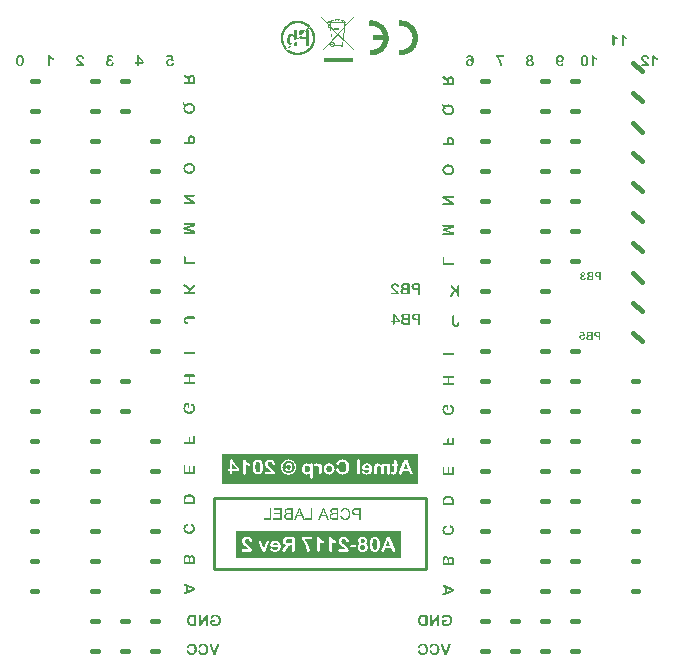
<source format=gbo>
%FSLAX43Y43*%
%MOMM*%
G71*
G01*
G75*
G04 Layer_Color=32896*
%ADD10C,0.175*%
%ADD11C,0.200*%
%ADD12C,0.300*%
%ADD13C,0.175*%
%ADD14C,0.200*%
%ADD15C,0.300*%
%ADD16C,0.180*%
%ADD17C,0.400*%
%ADD18R,1.150X1.400*%
%ADD19R,1.000X0.950*%
%ADD20C,0.400*%
%ADD21R,0.400X1.350*%
%ADD22R,1.000X2.250*%
%ADD23R,0.300X0.850*%
%ADD24R,0.850X0.300*%
%ADD25R,5.200X5.200*%
%ADD26O,0.650X0.250*%
%ADD27O,0.250X0.650*%
%ADD28R,3.300X3.300*%
%ADD29R,1.050X0.650*%
%ADD30R,1.300X0.600*%
%ADD31R,1.200X1.200*%
%ADD32R,1.200X1.350*%
%ADD33R,0.800X0.650*%
%ADD34R,0.500X0.600*%
%ADD35R,0.950X1.000*%
%ADD36R,0.600X0.900*%
%ADD37R,0.650X0.800*%
%ADD38R,0.900X0.600*%
%ADD39C,0.150*%
%ADD40C,0.500*%
%ADD41R,0.900X0.300*%
%ADD42R,1.800X1.900*%
G04:AMPARAMS|DCode=43|XSize=1.05mm|YSize=1.25mm|CornerRadius=0.525mm|HoleSize=0mm|Usage=FLASHONLY|Rotation=180.000|XOffset=0mm|YOffset=0mm|HoleType=Round|Shape=RoundedRectangle|*
%AMROUNDEDRECTD43*
21,1,1.050,0.200,0,0,180.0*
21,1,0.000,1.250,0,0,180.0*
1,1,1.050,0.000,0.100*
1,1,1.050,0.000,0.100*
1,1,1.050,0.000,-0.100*
1,1,1.050,0.000,-0.100*
%
%ADD43ROUNDEDRECTD43*%
G04:AMPARAMS|DCode=44|XSize=2.1mm|YSize=1.9mm|CornerRadius=0.494mm|HoleSize=0mm|Usage=FLASHONLY|Rotation=180.000|XOffset=0mm|YOffset=0mm|HoleType=Round|Shape=RoundedRectangle|*
%AMROUNDEDRECTD44*
21,1,2.100,0.912,0,0,180.0*
21,1,1.112,1.900,0,0,180.0*
1,1,0.988,-0.556,0.456*
1,1,0.988,0.556,0.456*
1,1,0.988,0.556,-0.456*
1,1,0.988,-0.556,-0.456*
%
%ADD44ROUNDEDRECTD44*%
%ADD45R,1.700X1.700*%
%ADD46C,1.700*%
%ADD47R,1.700X1.700*%
%ADD48O,0.800X1.100*%
%ADD49C,1.524*%
%ADD50C,3.600*%
%ADD51C,0.550*%
%ADD52C,1.016*%
%ADD53O,1.250X1.450*%
%ADD54O,1.425X2.100*%
%ADD55C,1.600*%
G04:AMPARAMS|DCode=56|XSize=2.524mm|YSize=2.524mm|CornerRadius=0mm|HoleSize=0mm|Usage=FLASHONLY|Rotation=0.000|XOffset=0mm|YOffset=0mm|HoleType=Round|Shape=Relief|Width=0.254mm|Gap=0.254mm|Entries=4|*
%AMTHD56*
7,0,0,2.524,2.016,0.254,45*
%
%ADD56THD56*%
%ADD57C,1.250*%
G04:AMPARAMS|DCode=58|XSize=2.174mm|YSize=2.174mm|CornerRadius=0mm|HoleSize=0mm|Usage=FLASHONLY|Rotation=0.000|XOffset=0mm|YOffset=0mm|HoleType=Round|Shape=Relief|Width=0.254mm|Gap=0.254mm|Entries=4|*
%AMTHD58*
7,0,0,2.174,1.666,0.254,45*
%
%ADD58THD58*%
%ADD59C,0.850*%
%ADD60C,3.300*%
%ADD61C,0.800*%
%ADD62C,0.254*%
%ADD63C,0.250*%
%ADD64C,0.050*%
%ADD65C,0.100*%
%ADD66R,3.248X0.599*%
%ADD67R,2.100X2.100*%
%ADD68O,0.750X1.100*%
%ADD69R,1.300X1.400*%
%ADD70R,0.900X0.510*%
%ADD71R,1.250X1.500*%
%ADD72R,1.100X1.050*%
%ADD73R,0.500X1.450*%
%ADD74R,1.100X2.350*%
%ADD75R,0.400X0.950*%
%ADD76R,0.950X0.400*%
%ADD77R,5.300X5.300*%
%ADD78O,0.750X0.350*%
%ADD79O,0.350X0.750*%
%ADD80R,3.400X3.400*%
%ADD81R,1.150X0.750*%
%ADD82R,1.400X0.700*%
%ADD83R,1.300X1.300*%
%ADD84R,1.300X1.450*%
%ADD85R,0.900X0.750*%
%ADD86R,0.600X0.700*%
%ADD87R,1.050X1.100*%
%ADD88R,0.700X1.000*%
%ADD89R,0.750X0.900*%
%ADD90R,1.000X0.700*%
%ADD91R,1.900X2.000*%
G04:AMPARAMS|DCode=92|XSize=1.15mm|YSize=1.35mm|CornerRadius=0.575mm|HoleSize=0mm|Usage=FLASHONLY|Rotation=180.000|XOffset=0mm|YOffset=0mm|HoleType=Round|Shape=RoundedRectangle|*
%AMROUNDEDRECTD92*
21,1,1.150,0.200,0,0,180.0*
21,1,0.000,1.350,0,0,180.0*
1,1,1.150,0.000,0.100*
1,1,1.150,0.000,0.100*
1,1,1.150,0.000,-0.100*
1,1,1.150,0.000,-0.100*
%
%ADD92ROUNDEDRECTD92*%
G04:AMPARAMS|DCode=93|XSize=2.2mm|YSize=2mm|CornerRadius=0.544mm|HoleSize=0mm|Usage=FLASHONLY|Rotation=180.000|XOffset=0mm|YOffset=0mm|HoleType=Round|Shape=RoundedRectangle|*
%AMROUNDEDRECTD93*
21,1,2.200,0.912,0,0,180.0*
21,1,1.112,2.000,0,0,180.0*
1,1,1.088,-0.556,0.456*
1,1,1.088,0.556,0.456*
1,1,1.088,0.556,-0.456*
1,1,1.088,-0.556,-0.456*
%
%ADD93ROUNDEDRECTD93*%
%ADD94R,1.800X1.800*%
%ADD95C,1.800*%
%ADD96R,1.800X1.800*%
%ADD97O,0.900X1.200*%
%ADD98C,1.624*%
%ADD99C,3.700*%
%ADD100C,0.650*%
%ADD101C,0.900*%
G36*
X18660Y5575D02*
X18678Y5572D01*
X18694Y5568D01*
X18706Y5563D01*
X18715Y5557D01*
X18722Y5553D01*
X18726Y5550D01*
X18728Y5548D01*
X18736Y5537D01*
X18743Y5523D01*
X18747Y5508D01*
X18751Y5494D01*
X18753Y5481D01*
X18754Y5470D01*
Y5463D01*
Y5461D01*
Y5460D01*
Y4769D01*
Y4752D01*
X18753Y4738D01*
X18751Y4725D01*
X18750Y4714D01*
Y4705D01*
X18749Y4700D01*
X18747Y4696D01*
Y4694D01*
X18743Y4684D01*
X18739Y4676D01*
X18728Y4662D01*
X18718Y4653D01*
X18715Y4652D01*
X18713Y4651D01*
X18702Y4645D01*
X18689Y4642D01*
X18664Y4636D01*
X18653D01*
X18643Y4635D01*
X18361D01*
X18340Y4636D01*
X18320Y4638D01*
X18303Y4639D01*
X18289D01*
X18278Y4641D01*
X18272Y4642D01*
X18269D01*
X18250Y4646D01*
X18233Y4651D01*
X18216Y4655D01*
X18202Y4659D01*
X18189Y4663D01*
X18181Y4667D01*
X18173Y4669D01*
X18172Y4670D01*
X18140Y4687D01*
X18126Y4697D01*
X18113Y4705D01*
X18103Y4714D01*
X18096Y4720D01*
X18090Y4724D01*
X18089Y4725D01*
X18072Y4742D01*
X18056Y4760D01*
X18042Y4777D01*
X18031Y4793D01*
X18023Y4807D01*
X18016Y4817D01*
X18011Y4824D01*
X18010Y4827D01*
X17999Y4848D01*
X17990Y4870D01*
X17982Y4892D01*
X17976Y4911D01*
X17970Y4927D01*
X17968Y4941D01*
X17965Y4949D01*
Y4951D01*
Y4952D01*
X17959Y4979D01*
X17956Y5006D01*
X17954Y5033D01*
X17951Y5056D01*
Y5076D01*
X17949Y5093D01*
Y5099D01*
Y5103D01*
Y5106D01*
Y5107D01*
X17951Y5154D01*
X17955Y5197D01*
X17963Y5238D01*
X17972Y5276D01*
X17983Y5310D01*
X17996Y5343D01*
X18010Y5371D01*
X18023Y5396D01*
X18037Y5419D01*
X18051Y5437D01*
X18064Y5454D01*
X18075Y5467D01*
X18083Y5478D01*
X18090Y5485D01*
X18096Y5489D01*
X18097Y5491D01*
X18119Y5508D01*
X18141Y5522D01*
X18162Y5534D01*
X18181Y5543D01*
X18197Y5550D01*
X18212Y5554D01*
X18220Y5557D01*
X18221Y5558D01*
X18223D01*
X18250Y5564D01*
X18278Y5570D01*
X18306Y5572D01*
X18331Y5574D01*
X18355Y5575D01*
X18364Y5577D01*
X18639D01*
X18660Y5575D01*
D02*
G37*
G36*
X20388Y5591D02*
X20428Y5587D01*
X20463Y5581D01*
X20492Y5575D01*
X20507Y5572D01*
X20518Y5570D01*
X20528Y5567D01*
X20538Y5564D01*
X20543Y5561D01*
X20549Y5560D01*
X20552Y5558D01*
X20553D01*
X20585Y5544D01*
X20615Y5529D01*
X20642Y5513D01*
X20663Y5498D01*
X20681Y5484D01*
X20695Y5471D01*
X20704Y5464D01*
X20705Y5463D01*
X20707Y5461D01*
X20729Y5436D01*
X20749Y5410D01*
X20765Y5384D01*
X20779Y5360D01*
X20788Y5338D01*
X20793Y5329D01*
X20797Y5322D01*
X20800Y5314D01*
X20801Y5310D01*
X20803Y5307D01*
Y5306D01*
X20814Y5271D01*
X20821Y5236D01*
X20827Y5203D01*
X20831Y5172D01*
X20832Y5158D01*
X20834Y5145D01*
Y5134D01*
X20835Y5124D01*
Y5117D01*
Y5110D01*
Y5107D01*
Y5106D01*
X20834Y5065D01*
X20829Y5027D01*
X20825Y4992D01*
X20818Y4962D01*
X20815Y4949D01*
X20812Y4938D01*
X20810Y4927D01*
X20808Y4918D01*
X20805Y4911D01*
X20804Y4907D01*
X20803Y4904D01*
Y4903D01*
X20788Y4870D01*
X20773Y4841D01*
X20757Y4814D01*
X20741Y4793D01*
X20726Y4775D01*
X20715Y4760D01*
X20708Y4752D01*
X20705Y4751D01*
Y4749D01*
X20680Y4727D01*
X20655Y4707D01*
X20629Y4690D01*
X20605Y4677D01*
X20584Y4666D01*
X20576Y4662D01*
X20569Y4658D01*
X20562Y4656D01*
X20557Y4653D01*
X20554Y4652D01*
X20553D01*
X20519Y4641D01*
X20485Y4634D01*
X20452Y4628D01*
X20421Y4624D01*
X20408Y4622D01*
X20395Y4621D01*
X20384D01*
X20374Y4620D01*
X20356D01*
X20322Y4621D01*
X20289Y4622D01*
X20260Y4627D01*
X20234Y4631D01*
X20213Y4634D01*
X20205Y4636D01*
X20198Y4638D01*
X20192Y4639D01*
X20188D01*
X20185Y4641D01*
X20184D01*
X20154Y4649D01*
X20125Y4660D01*
X20096Y4672D01*
X20071Y4683D01*
X20050Y4693D01*
X20041Y4697D01*
X20033Y4701D01*
X20027Y4704D01*
X20023Y4707D01*
X20020Y4708D01*
X20019D01*
X19999Y4720D01*
X19984Y4731D01*
X19978Y4735D01*
X19974Y4738D01*
X19972Y4739D01*
X19971Y4741D01*
X19960Y4753D01*
X19951Y4766D01*
X19947Y4776D01*
X19945Y4777D01*
Y4779D01*
X19940Y4797D01*
X19938Y4817D01*
X19937Y4824D01*
Y4831D01*
Y4835D01*
Y4837D01*
Y5017D01*
X19938Y5034D01*
X19940Y5048D01*
X19943Y5061D01*
X19945Y5071D01*
X19950Y5079D01*
X19953Y5085D01*
X19954Y5088D01*
X19955Y5089D01*
X19962Y5097D01*
X19969Y5104D01*
X19976Y5110D01*
X19984Y5114D01*
X19991Y5119D01*
X19996Y5120D01*
X19999Y5121D01*
X20000D01*
X20022Y5126D01*
X20044Y5127D01*
X20053Y5128D01*
X20284D01*
X20298Y5127D01*
X20309Y5126D01*
X20320Y5121D01*
X20329Y5119D01*
X20336Y5114D01*
X20342Y5110D01*
X20344Y5109D01*
X20346Y5107D01*
X20353Y5099D01*
X20359Y5090D01*
X20363Y5082D01*
X20366Y5073D01*
X20367Y5066D01*
X20368Y5061D01*
Y5056D01*
Y5055D01*
X20367Y5042D01*
X20364Y5031D01*
X20360Y5021D01*
X20354Y5014D01*
X20350Y5009D01*
X20346Y5004D01*
X20343Y5003D01*
X20342Y5002D01*
X20330Y4996D01*
X20316Y4993D01*
X20289Y4987D01*
X20278D01*
X20268Y4986D01*
X20112D01*
Y4834D01*
X20134Y4822D01*
X20156Y4813D01*
X20175Y4804D01*
X20194Y4797D01*
X20209Y4791D01*
X20220Y4787D01*
X20227Y4786D01*
X20230Y4784D01*
X20253Y4779D01*
X20274Y4775D01*
X20295Y4772D01*
X20313Y4770D01*
X20330Y4769D01*
X20343Y4768D01*
X20354D01*
X20380Y4769D01*
X20402Y4772D01*
X20425Y4776D01*
X20445Y4782D01*
X20464Y4789D01*
X20481Y4796D01*
X20498Y4804D01*
X20512Y4813D01*
X20525Y4820D01*
X20536Y4828D01*
X20545Y4835D01*
X20553Y4842D01*
X20559Y4848D01*
X20563Y4852D01*
X20566Y4855D01*
X20567Y4856D01*
X20580Y4873D01*
X20591Y4893D01*
X20602Y4913D01*
X20611Y4934D01*
X20624Y4976D01*
X20632Y5017D01*
X20636Y5035D01*
X20638Y5054D01*
X20639Y5069D01*
X20640Y5083D01*
X20642Y5095D01*
Y5103D01*
Y5109D01*
Y5110D01*
X20640Y5138D01*
X20639Y5165D01*
X20636Y5189D01*
X20632Y5209D01*
X20629Y5226D01*
X20626Y5238D01*
X20625Y5247D01*
X20624Y5250D01*
X20615Y5272D01*
X20607Y5293D01*
X20597Y5312D01*
X20588Y5326D01*
X20580Y5338D01*
X20573Y5348D01*
X20569Y5354D01*
X20567Y5355D01*
X20553Y5371D01*
X20538Y5384D01*
X20522Y5396D01*
X20508Y5405D01*
X20497Y5412D01*
X20487Y5417D01*
X20481Y5420D01*
X20478Y5422D01*
X20459Y5430D01*
X20437Y5436D01*
X20418Y5440D01*
X20399Y5443D01*
X20384Y5444D01*
X20371Y5446D01*
X20360D01*
X20337Y5444D01*
X20316Y5443D01*
X20298Y5440D01*
X20282Y5436D01*
X20271Y5431D01*
X20261Y5429D01*
X20256Y5427D01*
X20254Y5426D01*
X20239Y5419D01*
X20226Y5410D01*
X20215Y5402D01*
X20205Y5395D01*
X20198Y5388D01*
X20192Y5382D01*
X20189Y5379D01*
X20188Y5378D01*
X20178Y5367D01*
X20168Y5353D01*
X20150Y5326D01*
X20141Y5313D01*
X20134Y5303D01*
X20130Y5296D01*
X20129Y5293D01*
X20119Y5282D01*
X20109Y5274D01*
X20101Y5268D01*
X20099Y5267D01*
X20098D01*
X20084Y5261D01*
X20070Y5258D01*
X20064Y5257D01*
X20057D01*
X20044Y5258D01*
X20031Y5261D01*
X20020Y5265D01*
X20012Y5269D01*
X20003Y5274D01*
X19998Y5278D01*
X19995Y5281D01*
X19993Y5282D01*
X19985Y5292D01*
X19978Y5303D01*
X19974Y5313D01*
X19969Y5323D01*
X19968Y5331D01*
X19967Y5338D01*
Y5343D01*
Y5344D01*
X19968Y5357D01*
X19971Y5369D01*
X19974Y5382D01*
X19978Y5395D01*
X19984Y5405D01*
X19986Y5413D01*
X19989Y5419D01*
X19991Y5420D01*
X20000Y5436D01*
X20010Y5451D01*
X20022Y5465D01*
X20033Y5478D01*
X20043Y5488D01*
X20051Y5495D01*
X20057Y5501D01*
X20058Y5502D01*
X20077Y5516D01*
X20096Y5527D01*
X20116Y5539D01*
X20134Y5548D01*
X20151Y5556D01*
X20164Y5561D01*
X20170Y5563D01*
X20174Y5564D01*
X20175Y5565D01*
X20177D01*
X20205Y5574D01*
X20234Y5581D01*
X20263Y5585D01*
X20288Y5589D01*
X20312Y5591D01*
X20322D01*
X20330Y5592D01*
X20346D01*
X20388Y5591D01*
D02*
G37*
G36*
X32014Y52386D02*
X29555D01*
Y52753D01*
X32014D01*
Y52386D01*
D02*
G37*
G36*
X32110Y56167D02*
X31314Y55304D01*
X31232Y54286D01*
X32084Y53416D01*
X32036Y53375D01*
X31225Y54205D01*
X31206Y54012D01*
X31203Y53960D01*
X31199Y53916D01*
Y53897D01*
Y53882D01*
Y53875D01*
Y53871D01*
Y53849D01*
X31195Y53834D01*
Y53823D01*
Y53812D01*
X31192Y53805D01*
Y53801D01*
X31188Y53786D01*
X31184Y53775D01*
X31180Y53771D01*
Y53768D01*
X31169Y53764D01*
X31166Y53760D01*
X31162D01*
Y53653D01*
X31021D01*
Y53760D01*
X30451D01*
X30421Y53723D01*
X30392Y53697D01*
X30358Y53675D01*
X30325Y53664D01*
X30295Y53656D01*
X30273Y53653D01*
X30258Y53649D01*
X30251D01*
X30218Y53653D01*
X30184Y53660D01*
X30158Y53668D01*
X30132Y53682D01*
X30114Y53693D01*
X30099Y53701D01*
X30092Y53708D01*
X30088Y53712D01*
X30066Y53738D01*
X30047Y53768D01*
X30036Y53793D01*
X30025Y53819D01*
X30021Y53845D01*
X30018Y53864D01*
Y53875D01*
Y53879D01*
X30021Y53905D01*
X29518Y53364D01*
X29462Y53408D01*
X30195Y54205D01*
X30095Y55256D01*
X29907D01*
Y55538D01*
X29918D01*
X29303Y56160D01*
Y56260D01*
X30014Y55534D01*
X30077D01*
X30062Y55671D01*
X30044Y55664D01*
X30029Y55660D01*
X30014Y55656D01*
X30010D01*
X29981Y55660D01*
X29955Y55671D01*
X29940Y55682D01*
X29932Y55686D01*
X29914Y55712D01*
X29903Y55738D01*
X29899Y55756D01*
Y55760D01*
Y55764D01*
X29907Y55793D01*
X29918Y55815D01*
X29929Y55830D01*
X29936Y55838D01*
X29962Y55856D01*
X29984Y55867D01*
X30003Y55871D01*
X30010D01*
X30047Y55860D01*
X30077Y55841D01*
X30092Y55827D01*
X30099Y55823D01*
Y55819D01*
X30114Y55838D01*
X30132Y55853D01*
X30173Y55882D01*
X30188Y55893D01*
X30203Y55901D01*
X30214Y55904D01*
X30218Y55908D01*
X30251Y55927D01*
X30292Y55938D01*
X30332Y55949D01*
X30373Y55960D01*
X30410Y55967D01*
X30440Y55971D01*
X30458Y55975D01*
X30466D01*
Y56012D01*
X30851D01*
Y55990D01*
X30895Y55986D01*
X30932Y55978D01*
X30947D01*
X30958Y55975D01*
X30966D01*
X31003Y55971D01*
X31032Y55964D01*
X31055Y55960D01*
X31062D01*
Y55971D01*
X31203D01*
Y55915D01*
X31240Y55897D01*
X31269Y55878D01*
X31292Y55860D01*
X31310Y55845D01*
X31325Y55830D01*
X31332Y55819D01*
X31340Y55815D01*
Y55812D01*
X31347Y55797D01*
X31355Y55782D01*
X31366Y55767D01*
X31369Y55760D01*
Y55756D01*
X31455D01*
Y55667D01*
X31347D01*
X31321Y55423D01*
X32110Y56282D01*
Y56167D01*
D02*
G37*
G36*
X17669Y48960D02*
X17682Y48954D01*
X17691Y48949D01*
X17693Y48947D01*
Y48946D01*
X17700Y48939D01*
X17707Y48929D01*
X17722Y48908D01*
X17727Y48898D01*
X17731Y48889D01*
X17734Y48884D01*
X17736Y48881D01*
X17745Y48863D01*
X17755Y48846D01*
X17765Y48830D01*
X17774Y48816D01*
X17781Y48805D01*
X17786Y48796D01*
X17789Y48791D01*
X17791Y48789D01*
X17816Y48810D01*
X17844Y48830D01*
X17872Y48846D01*
X17902Y48860D01*
X17932Y48872D01*
X17961Y48882D01*
X17989Y48891D01*
X18018Y48896D01*
X18044Y48902D01*
X18068Y48905D01*
X18089Y48908D01*
X18109Y48911D01*
X18125D01*
X18136Y48912D01*
X18146D01*
X18199Y48909D01*
X18249Y48903D01*
X18271Y48899D01*
X18292Y48895D01*
X18312Y48889D01*
X18329Y48885D01*
X18346Y48880D01*
X18360Y48874D01*
X18373Y48870D01*
X18383Y48865D01*
X18391Y48863D01*
X18398Y48860D01*
X18401Y48857D01*
X18402D01*
X18442Y48834D01*
X18476Y48809D01*
X18504Y48784D01*
X18528Y48757D01*
X18548Y48734D01*
X18555Y48724D01*
X18560Y48715D01*
X18566Y48708D01*
X18569Y48702D01*
X18572Y48699D01*
Y48698D01*
X18583Y48678D01*
X18591Y48657D01*
X18607Y48614D01*
X18618Y48572D01*
X18625Y48533D01*
X18627Y48516D01*
X18629Y48499D01*
X18631Y48483D01*
Y48471D01*
X18632Y48461D01*
Y48454D01*
Y48448D01*
Y48447D01*
X18631Y48407D01*
X18627Y48372D01*
X18621Y48338D01*
X18615Y48310D01*
X18612Y48297D01*
X18610Y48286D01*
X18607Y48276D01*
X18604Y48269D01*
X18601Y48262D01*
X18600Y48258D01*
X18598Y48255D01*
Y48254D01*
X18584Y48223D01*
X18569Y48196D01*
X18553Y48170D01*
X18538Y48151D01*
X18524Y48132D01*
X18511Y48121D01*
X18504Y48113D01*
X18502Y48111D01*
X18501Y48110D01*
X18476Y48090D01*
X18450Y48072D01*
X18424Y48056D01*
X18400Y48044D01*
X18378Y48034D01*
X18369Y48029D01*
X18362Y48027D01*
X18354Y48024D01*
X18350Y48022D01*
X18347Y48021D01*
X18346D01*
X18312Y48011D01*
X18277Y48003D01*
X18243Y47997D01*
X18213Y47994D01*
X18199Y47993D01*
X18187Y47991D01*
X18175D01*
X18166Y47990D01*
X18147D01*
X18108Y47991D01*
X18073Y47994D01*
X18039Y48000D01*
X18009Y48006D01*
X17996Y48007D01*
X17985Y48010D01*
X17974Y48013D01*
X17965Y48015D01*
X17960Y48017D01*
X17954Y48018D01*
X17951Y48020D01*
X17950D01*
X17917Y48032D01*
X17888Y48046D01*
X17861Y48060D01*
X17839Y48075D01*
X17819Y48089D01*
X17805Y48099D01*
X17800Y48103D01*
X17796Y48106D01*
X17795Y48108D01*
X17793D01*
X17771Y48132D01*
X17751Y48156D01*
X17733Y48180D01*
X17719Y48203D01*
X17707Y48224D01*
X17700Y48240D01*
X17698Y48245D01*
X17695Y48249D01*
X17693Y48252D01*
Y48254D01*
X17682Y48287D01*
X17674Y48321D01*
X17668Y48355D01*
X17664Y48385D01*
X17662Y48399D01*
X17661Y48411D01*
Y48423D01*
X17659Y48433D01*
Y48440D01*
Y48447D01*
Y48450D01*
Y48451D01*
X17661Y48500D01*
X17667Y48544D01*
X17671Y48564D01*
X17674Y48582D01*
X17678Y48600D01*
X17683Y48616D01*
X17688Y48630D01*
X17692Y48643D01*
X17695Y48654D01*
X17699Y48662D01*
X17702Y48669D01*
X17705Y48675D01*
X17706Y48678D01*
Y48679D01*
X17693Y48698D01*
X17682Y48715D01*
X17672Y48730D01*
X17664Y48744D01*
X17655Y48755D01*
X17650Y48764D01*
X17647Y48770D01*
X17645Y48771D01*
X17636Y48786D01*
X17627Y48801D01*
X17620Y48813D01*
X17614Y48823D01*
X17609Y48832D01*
X17606Y48839D01*
X17605Y48843D01*
X17603Y48844D01*
X17595Y48865D01*
X17592Y48875D01*
X17590Y48882D01*
Y48889D01*
X17589Y48894D01*
Y48896D01*
Y48898D01*
X17590Y48908D01*
X17592Y48916D01*
X17600Y48930D01*
X17603Y48936D01*
X17607Y48940D01*
X17609Y48942D01*
X17610Y48943D01*
X17617Y48950D01*
X17624Y48954D01*
X17638Y48960D01*
X17644Y48961D01*
X17647Y48963D01*
X17661D01*
X17669Y48960D01*
D02*
G37*
G36*
X17743Y51311D02*
X17753Y51310D01*
X17775Y51303D01*
X17785Y51298D01*
X17793Y51295D01*
X17799Y51294D01*
X17800Y51293D01*
X17819Y51284D01*
X17837Y51276D01*
X17855Y51266D01*
X17872Y51257D01*
X17886Y51249D01*
X17898Y51242D01*
X17905Y51238D01*
X17908Y51236D01*
X17930Y51222D01*
X17951Y51208D01*
X17970Y51194D01*
X17987Y51181D01*
X18001Y51170D01*
X18012Y51162D01*
X18018Y51156D01*
X18020Y51153D01*
X18039Y51136D01*
X18054Y51119D01*
X18068Y51102D01*
X18080Y51088D01*
X18088Y51076D01*
X18094Y51066D01*
X18098Y51060D01*
X18099Y51057D01*
X18105Y51078D01*
X18111Y51100D01*
X18118Y51118D01*
X18125Y51136D01*
X18132Y51152D01*
X18139Y51167D01*
X18154Y51191D01*
X18167Y51211D01*
X18178Y51225D01*
X18185Y51233D01*
X18188Y51236D01*
X18201Y51248D01*
X18213Y51256D01*
X18242Y51271D01*
X18270Y51283D01*
X18297Y51290D01*
X18321Y51294D01*
X18331Y51295D01*
X18340D01*
X18347Y51297D01*
X18357D01*
X18377Y51295D01*
X18394Y51294D01*
X18411Y51291D01*
X18425Y51288D01*
X18438Y51284D01*
X18446Y51281D01*
X18453Y51280D01*
X18455Y51279D01*
X18471Y51271D01*
X18487Y51263D01*
X18501Y51255D01*
X18512Y51246D01*
X18522Y51238D01*
X18529Y51232D01*
X18534Y51228D01*
X18535Y51226D01*
X18548Y51214D01*
X18559Y51200D01*
X18567Y51187D01*
X18574Y51176D01*
X18581Y51164D01*
X18586Y51156D01*
X18587Y51150D01*
X18588Y51149D01*
X18600Y51121D01*
X18603Y51107D01*
X18607Y51094D01*
X18608Y51083D01*
X18610Y51074D01*
X18611Y51069D01*
Y51066D01*
X18612Y51049D01*
X18614Y51030D01*
X18615Y51012D01*
X18617Y50995D01*
Y50980D01*
Y50968D01*
Y50960D01*
Y50959D01*
Y50957D01*
Y50646D01*
X18615Y50624D01*
X18612Y50606D01*
X18608Y50591D01*
X18603Y50578D01*
X18597Y50569D01*
X18593Y50562D01*
X18590Y50558D01*
X18588Y50557D01*
X18577Y50548D01*
X18563Y50541D01*
X18548Y50537D01*
X18534Y50533D01*
X18521Y50531D01*
X18510Y50530D01*
X17775D01*
X17755Y50531D01*
X17737Y50534D01*
X17722Y50537D01*
X17710Y50543D01*
X17700Y50547D01*
X17693Y50550D01*
X17689Y50553D01*
X17688Y50554D01*
X17678Y50564D01*
X17671Y50575D01*
X17667Y50588D01*
X17664Y50599D01*
X17661Y50609D01*
X17659Y50617D01*
Y50623D01*
Y50624D01*
X17661Y50640D01*
X17664Y50653D01*
X17668Y50665D01*
X17674Y50675D01*
X17679Y50682D01*
X17683Y50689D01*
X17686Y50692D01*
X17688Y50694D01*
X17699Y50702D01*
X17713Y50709D01*
X17727Y50713D01*
X17743Y50717D01*
X17755Y50719D01*
X17765Y50720D01*
X18078D01*
Y50787D01*
Y50805D01*
X18075Y50820D01*
X18074Y50836D01*
X18071Y50847D01*
X18068Y50857D01*
X18067Y50864D01*
X18064Y50868D01*
Y50870D01*
X18058Y50882D01*
X18050Y50895D01*
X18042Y50905D01*
X18033Y50916D01*
X18026Y50923D01*
X18019Y50930D01*
X18015Y50935D01*
X18013Y50936D01*
X17998Y50949D01*
X17981Y50961D01*
X17964Y50974D01*
X17947Y50987D01*
X17932Y50997D01*
X17919Y51004D01*
X17910Y51009D01*
X17909Y51011D01*
X17908D01*
X17781Y51087D01*
X17765Y51097D01*
X17751Y51105D01*
X17738Y51112D01*
X17730Y51118D01*
X17722Y51123D01*
X17716Y51126D01*
X17713Y51129D01*
X17712D01*
X17696Y51142D01*
X17685Y51153D01*
X17678Y51163D01*
X17675Y51164D01*
Y51166D01*
X17669Y51174D01*
X17667Y51184D01*
X17661Y51202D01*
Y51209D01*
X17659Y51215D01*
Y51219D01*
Y51221D01*
X17661Y51239D01*
X17665Y51255D01*
X17668Y51260D01*
X17669Y51264D01*
X17671Y51266D01*
Y51267D01*
X17679Y51281D01*
X17689Y51291D01*
X17696Y51298D01*
X17698Y51300D01*
X17699D01*
X17713Y51307D01*
X17724Y51311D01*
X17733Y51312D01*
X17736D01*
X17743Y51311D01*
D02*
G37*
G36*
X27462Y55882D02*
X27566Y55867D01*
X27662Y55849D01*
X27747Y55827D01*
X27784Y55815D01*
X27818Y55804D01*
X27847Y55793D01*
X27869Y55786D01*
X27892Y55778D01*
X27906Y55771D01*
X27914Y55767D01*
X27917D01*
X28014Y55719D01*
X28103Y55671D01*
X28180Y55619D01*
X28251Y55567D01*
X28306Y55523D01*
X28329Y55504D01*
X28347Y55486D01*
X28366Y55471D01*
X28377Y55460D01*
X28380Y55456D01*
X28384Y55453D01*
X28454Y55375D01*
X28517Y55297D01*
X28573Y55219D01*
X28617Y55149D01*
X28651Y55086D01*
X28666Y55056D01*
X28677Y55034D01*
X28688Y55016D01*
X28695Y55001D01*
X28699Y54993D01*
Y54990D01*
X28736Y54890D01*
X28762Y54790D01*
X28784Y54697D01*
X28795Y54608D01*
X28799Y54571D01*
X28803Y54534D01*
X28806Y54504D01*
Y54479D01*
X28810Y54456D01*
Y54442D01*
Y54430D01*
Y54427D01*
X28806Y54316D01*
X28791Y54212D01*
X28773Y54116D01*
X28754Y54030D01*
X28743Y53993D01*
X28732Y53960D01*
X28725Y53930D01*
X28717Y53908D01*
X28710Y53886D01*
X28703Y53871D01*
X28699Y53864D01*
Y53860D01*
X28651Y53764D01*
X28603Y53675D01*
X28547Y53597D01*
X28499Y53527D01*
X28454Y53471D01*
X28432Y53449D01*
X28417Y53431D01*
X28403Y53412D01*
X28392Y53401D01*
X28388Y53397D01*
X28384Y53393D01*
X28306Y53323D01*
X28229Y53260D01*
X28151Y53205D01*
X28077Y53160D01*
X28014Y53127D01*
X27988Y53112D01*
X27966Y53101D01*
X27947Y53090D01*
X27932Y53082D01*
X27925Y53079D01*
X27921D01*
X27821Y53042D01*
X27721Y53016D01*
X27625Y52994D01*
X27536Y52982D01*
X27495Y52979D01*
X27462Y52975D01*
X27429Y52971D01*
X27403D01*
X27381Y52968D01*
X27351D01*
X27240Y52971D01*
X27136Y52986D01*
X27044Y53005D01*
X26958Y53023D01*
X26921Y53034D01*
X26888Y53045D01*
X26858Y53053D01*
X26832Y53060D01*
X26814Y53068D01*
X26799Y53075D01*
X26792Y53079D01*
X26788D01*
X26692Y53127D01*
X26599Y53175D01*
X26521Y53231D01*
X26455Y53279D01*
X26399Y53323D01*
X26373Y53345D01*
X26355Y53360D01*
X26340Y53375D01*
X26329Y53386D01*
X26325Y53390D01*
X26321Y53393D01*
X26251Y53471D01*
X26188Y53549D01*
X26136Y53627D01*
X26092Y53701D01*
X26058Y53764D01*
X26044Y53790D01*
X26033Y53812D01*
X26021Y53830D01*
X26014Y53845D01*
X26010Y53853D01*
Y53856D01*
X25970Y53956D01*
X25940Y54056D01*
X25921Y54153D01*
X25907Y54242D01*
X25903Y54282D01*
X25899Y54316D01*
X25895Y54349D01*
X25892Y54375D01*
Y54397D01*
Y54412D01*
Y54423D01*
Y54427D01*
X25895Y54538D01*
X25910Y54641D01*
X25929Y54738D01*
X25951Y54819D01*
X25962Y54856D01*
X25973Y54890D01*
X25984Y54919D01*
X25992Y54945D01*
X25999Y54964D01*
X26007Y54979D01*
X26010Y54986D01*
Y54990D01*
X26055Y55086D01*
X26107Y55175D01*
X26158Y55253D01*
X26210Y55323D01*
X26255Y55375D01*
X26273Y55401D01*
X26288Y55419D01*
X26303Y55434D01*
X26314Y55445D01*
X26318Y55449D01*
X26321Y55453D01*
X26399Y55523D01*
X26477Y55586D01*
X26555Y55641D01*
X26625Y55686D01*
X26688Y55719D01*
X26718Y55734D01*
X26740Y55745D01*
X26758Y55756D01*
X26773Y55764D01*
X26781Y55767D01*
X26784D01*
X26884Y55808D01*
X26984Y55838D01*
X27081Y55856D01*
X27166Y55871D01*
X27206Y55875D01*
X27243Y55878D01*
X27273Y55882D01*
X27299Y55886D01*
X27351D01*
X27462Y55882D01*
D02*
G37*
G36*
X36166Y55897D02*
X36269Y55882D01*
X36366Y55864D01*
X36451Y55841D01*
X36488Y55830D01*
X36521Y55819D01*
X36551Y55808D01*
X36577Y55801D01*
X36595Y55793D01*
X36610Y55786D01*
X36618Y55782D01*
X36621D01*
X36717Y55734D01*
X36806Y55686D01*
X36884Y55634D01*
X36954Y55582D01*
X37010Y55538D01*
X37032Y55519D01*
X37051Y55501D01*
X37066Y55486D01*
X37077Y55475D01*
X37084Y55471D01*
X37088Y55467D01*
X37158Y55390D01*
X37221Y55312D01*
X37273Y55230D01*
X37317Y55160D01*
X37354Y55097D01*
X37366Y55067D01*
X37377Y55045D01*
X37388Y55027D01*
X37395Y55012D01*
X37399Y55004D01*
Y55001D01*
X37436Y54901D01*
X37462Y54801D01*
X37484Y54704D01*
X37495Y54619D01*
X37499Y54579D01*
X37503Y54542D01*
X37506Y54512D01*
Y54486D01*
X37510Y54464D01*
Y54449D01*
Y54438D01*
Y54434D01*
X37506Y54323D01*
X37491Y54216D01*
X37473Y54119D01*
X37454Y54034D01*
X37443Y53997D01*
X37432Y53964D01*
X37425Y53934D01*
X37417Y53912D01*
X37410Y53890D01*
X37403Y53875D01*
X37399Y53868D01*
Y53864D01*
X37354Y53768D01*
X37303Y53679D01*
X37251Y53597D01*
X37203Y53530D01*
X37158Y53471D01*
X37136Y53449D01*
X37121Y53431D01*
X37106Y53416D01*
X37095Y53405D01*
X37092Y53397D01*
X37088Y53393D01*
X37010Y53323D01*
X36929Y53260D01*
X36851Y53205D01*
X36777Y53160D01*
X36714Y53127D01*
X36688Y53112D01*
X36666Y53101D01*
X36647Y53090D01*
X36632Y53082D01*
X36625Y53079D01*
X36621D01*
X36521Y53042D01*
X36421Y53016D01*
X36325Y52994D01*
X36236Y52982D01*
X36199Y52979D01*
X36162Y52975D01*
X36129Y52971D01*
X36103D01*
X36081Y52968D01*
X36021D01*
X35995Y52971D01*
X35947D01*
X35921Y52975D01*
X35899D01*
Y53423D01*
X35955Y53416D01*
X35999Y53412D01*
X36014Y53408D01*
X36040D01*
X36118Y53412D01*
X36192Y53419D01*
X36262Y53434D01*
X36321Y53449D01*
X36369Y53464D01*
X36406Y53479D01*
X36421Y53482D01*
X36432Y53486D01*
X36436Y53490D01*
X36440D01*
X36506Y53523D01*
X36569Y53560D01*
X36621Y53593D01*
X36669Y53630D01*
X36710Y53660D01*
X36736Y53686D01*
X36755Y53701D01*
X36762Y53708D01*
X36810Y53760D01*
X36855Y53816D01*
X36892Y53871D01*
X36921Y53919D01*
X36943Y53964D01*
X36962Y54001D01*
X36973Y54023D01*
X36977Y54027D01*
Y54030D01*
X37003Y54101D01*
X37021Y54171D01*
X37036Y54242D01*
X37043Y54301D01*
X37051Y54353D01*
X37054Y54393D01*
Y54408D01*
Y54419D01*
Y54427D01*
Y54430D01*
X37051Y54508D01*
X37043Y54582D01*
X37029Y54649D01*
X37014Y54708D01*
X37003Y54756D01*
X36988Y54793D01*
X36984Y54808D01*
X36980Y54819D01*
X36977Y54823D01*
Y54827D01*
X36943Y54893D01*
X36910Y54956D01*
X36873Y55012D01*
X36840Y55060D01*
X36810Y55097D01*
X36784Y55127D01*
X36769Y55145D01*
X36762Y55153D01*
X36710Y55201D01*
X36655Y55245D01*
X36599Y55282D01*
X36551Y55315D01*
X36506Y55338D01*
X36469Y55356D01*
X36447Y55367D01*
X36443Y55371D01*
X36440D01*
X36369Y55397D01*
X36299Y55419D01*
X36229Y55434D01*
X36169Y55441D01*
X36118Y55449D01*
X36077Y55453D01*
X35943D01*
X35921Y55449D01*
X35906Y55445D01*
X35899Y55441D01*
Y55890D01*
X35929Y55893D01*
X35955D01*
X35973Y55897D01*
X35981D01*
X36006Y55901D01*
X36055D01*
X36166Y55897D01*
D02*
G37*
G36*
X33677Y55893D02*
X33784Y55878D01*
X33881Y55860D01*
X33966Y55841D01*
X34003Y55830D01*
X34036Y55819D01*
X34066Y55808D01*
X34088Y55801D01*
X34110Y55793D01*
X34125Y55786D01*
X34133Y55782D01*
X34136D01*
X34233Y55734D01*
X34321Y55686D01*
X34399Y55634D01*
X34470Y55582D01*
X34525Y55538D01*
X34547Y55519D01*
X34566Y55501D01*
X34584Y55486D01*
X34595Y55475D01*
X34599Y55471D01*
X34603Y55467D01*
X34673Y55390D01*
X34736Y55312D01*
X34792Y55230D01*
X34836Y55160D01*
X34873Y55097D01*
X34888Y55067D01*
X34899Y55045D01*
X34910Y55027D01*
X34914Y55012D01*
X34921Y55004D01*
Y55001D01*
X34958Y54901D01*
X34988Y54801D01*
X35007Y54704D01*
X35021Y54619D01*
X35025Y54579D01*
X35029Y54542D01*
X35032Y54512D01*
Y54486D01*
X35036Y54464D01*
Y54449D01*
Y54438D01*
Y54434D01*
X35032Y54323D01*
X35018Y54216D01*
X34999Y54119D01*
X34981Y54034D01*
X34970Y53997D01*
X34958Y53964D01*
X34951Y53934D01*
X34944Y53912D01*
X34936Y53890D01*
X34929Y53875D01*
X34925Y53868D01*
Y53864D01*
X34881Y53768D01*
X34829Y53679D01*
X34777Y53597D01*
X34729Y53530D01*
X34684Y53471D01*
X34666Y53449D01*
X34651Y53431D01*
X34636Y53416D01*
X34625Y53405D01*
X34621Y53397D01*
X34618Y53393D01*
X34540Y53323D01*
X34462Y53260D01*
X34384Y53205D01*
X34314Y53160D01*
X34251Y53127D01*
X34221Y53112D01*
X34199Y53101D01*
X34181Y53090D01*
X34166Y53082D01*
X34158Y53079D01*
X34155D01*
X34051Y53042D01*
X33951Y53012D01*
X33851Y52994D01*
X33762Y52979D01*
X33722Y52975D01*
X33684Y52971D01*
X33655Y52968D01*
X33625D01*
X33603Y52964D01*
X33544D01*
X33522Y52968D01*
X33496D01*
X33462Y52971D01*
X33436D01*
X33422Y52975D01*
X33414D01*
Y53423D01*
X33466Y53416D01*
X33510Y53412D01*
X33529Y53408D01*
X33555D01*
X33622Y53412D01*
X33684Y53419D01*
X33744Y53427D01*
X33796Y53438D01*
X33840Y53449D01*
X33873Y53460D01*
X33896Y53464D01*
X33899Y53468D01*
X33903D01*
X33962Y53493D01*
X34021Y53519D01*
X34070Y53545D01*
X34114Y53575D01*
X34151Y53597D01*
X34181Y53616D01*
X34196Y53630D01*
X34203Y53634D01*
X34251Y53675D01*
X34292Y53719D01*
X34329Y53760D01*
X34362Y53801D01*
X34388Y53834D01*
X34410Y53860D01*
X34421Y53879D01*
X34425Y53886D01*
X34458Y53942D01*
X34484Y53997D01*
X34507Y54053D01*
X34525Y54101D01*
X34536Y54145D01*
X34547Y54179D01*
X34551Y54201D01*
X34555Y54204D01*
Y54208D01*
X33707Y54212D01*
Y54653D01*
X34551D01*
X34533Y54716D01*
X34514Y54775D01*
X34492Y54827D01*
X34470Y54875D01*
X34451Y54912D01*
X34436Y54941D01*
X34425Y54960D01*
X34421Y54967D01*
X34384Y55019D01*
X34347Y55071D01*
X34310Y55112D01*
X34277Y55153D01*
X34244Y55182D01*
X34221Y55204D01*
X34207Y55219D01*
X34199Y55223D01*
X34147Y55260D01*
X34096Y55293D01*
X34047Y55323D01*
X33999Y55345D01*
X33962Y55364D01*
X33929Y55378D01*
X33910Y55386D01*
X33903Y55390D01*
X33840Y55412D01*
X33777Y55427D01*
X33718Y55438D01*
X33666Y55445D01*
X33622Y55449D01*
X33584Y55453D01*
X33525D01*
X33503Y55449D01*
X33484Y55445D01*
X33477Y55441D01*
X33447Y55438D01*
X33425Y55430D01*
X33410Y55427D01*
X33407D01*
X33403Y55890D01*
X33433Y55893D01*
X33484D01*
X33514Y55897D01*
X33566D01*
X33677Y55893D01*
D02*
G37*
G36*
X19652Y5591D02*
X19665Y5589D01*
X19675Y5587D01*
X19685Y5584D01*
X19692Y5580D01*
X19697Y5577D01*
X19702Y5575D01*
X19703Y5574D01*
X19713Y5567D01*
X19721Y5558D01*
X19728Y5551D01*
X19733Y5543D01*
X19737Y5536D01*
X19740Y5532D01*
X19742Y5527D01*
Y5526D01*
X19745Y5515D01*
X19748Y5503D01*
X19751Y5479D01*
X19752Y5470D01*
Y5461D01*
Y5455D01*
Y5454D01*
Y4728D01*
X19751Y4710D01*
X19748Y4693D01*
X19745Y4679D01*
X19740Y4667D01*
X19735Y4658D01*
X19733Y4652D01*
X19730Y4648D01*
X19728Y4646D01*
X19719Y4638D01*
X19709Y4631D01*
X19697Y4627D01*
X19688Y4622D01*
X19678Y4621D01*
X19671Y4620D01*
X19664D01*
X19649Y4621D01*
X19637Y4624D01*
X19625Y4628D01*
X19616Y4634D01*
X19609Y4638D01*
X19603Y4642D01*
X19600Y4645D01*
X19599Y4646D01*
X19590Y4658D01*
X19585Y4672D01*
X19579Y4684D01*
X19576Y4698D01*
X19575Y4710D01*
X19573Y4720D01*
Y4725D01*
Y4728D01*
Y5279D01*
X19217Y4731D01*
X19205Y4714D01*
X19196Y4701D01*
X19191Y4696D01*
X19188Y4691D01*
X19186Y4689D01*
Y4687D01*
X19174Y4673D01*
X19163Y4660D01*
X19156Y4653D01*
X19155Y4652D01*
X19153Y4651D01*
X19139Y4641D01*
X19126Y4634D01*
X19121Y4631D01*
X19118Y4629D01*
X19115Y4628D01*
X19114D01*
X19097Y4624D01*
X19083Y4621D01*
X19076Y4620D01*
X19067D01*
X19049Y4621D01*
X19033Y4625D01*
X19019Y4631D01*
X19008Y4639D01*
X18998Y4648D01*
X18990Y4659D01*
X18983Y4669D01*
X18977Y4682D01*
X18970Y4704D01*
X18967Y4714D01*
X18966Y4722D01*
X18964Y4731D01*
Y4736D01*
Y4741D01*
Y4742D01*
Y5482D01*
X18966Y5502D01*
X18969Y5519D01*
X18971Y5533D01*
X18976Y5544D01*
X18981Y5553D01*
X18984Y5558D01*
X18987Y5563D01*
X18988Y5564D01*
X18998Y5574D01*
X19008Y5581D01*
X19019Y5585D01*
X19029Y5589D01*
X19039Y5591D01*
X19046Y5592D01*
X19053D01*
X19067Y5591D01*
X19080Y5588D01*
X19091Y5584D01*
X19100Y5578D01*
X19107Y5572D01*
X19112Y5568D01*
X19115Y5565D01*
X19117Y5564D01*
X19124Y5553D01*
X19129Y5540D01*
X19133Y5526D01*
X19136Y5513D01*
X19138Y5501D01*
X19139Y5491D01*
Y5485D01*
Y5482D01*
Y4924D01*
X19507Y5478D01*
X19518Y5495D01*
X19528Y5510D01*
X19531Y5516D01*
X19534Y5520D01*
X19537Y5523D01*
Y5525D01*
X19547Y5540D01*
X19556Y5551D01*
X19562Y5558D01*
X19565Y5561D01*
X19576Y5571D01*
X19586Y5578D01*
X19594Y5582D01*
X19596Y5584D01*
X19597D01*
X19611Y5589D01*
X19625Y5591D01*
X19633Y5592D01*
X19641D01*
X19652Y5591D01*
D02*
G37*
G36*
X18375Y3141D02*
X18407Y3137D01*
X18437Y3131D01*
X18464Y3125D01*
X18486Y3120D01*
X18495Y3117D01*
X18503Y3114D01*
X18509Y3111D01*
X18513Y3110D01*
X18516Y3108D01*
X18517D01*
X18547Y3094D01*
X18574Y3079D01*
X18599Y3063D01*
X18620Y3048D01*
X18637Y3034D01*
X18650Y3021D01*
X18658Y3014D01*
X18660Y3013D01*
X18661Y3011D01*
X18682Y2986D01*
X18702Y2960D01*
X18719Y2935D01*
X18732Y2911D01*
X18742Y2890D01*
X18746Y2880D01*
X18750Y2873D01*
X18753Y2866D01*
X18754Y2862D01*
X18756Y2859D01*
Y2857D01*
X18767Y2822D01*
X18774Y2787D01*
X18780Y2753D01*
X18784Y2722D01*
X18785Y2707D01*
X18787Y2694D01*
Y2683D01*
X18788Y2673D01*
Y2664D01*
Y2659D01*
Y2654D01*
Y2653D01*
Y2628D01*
X18787Y2604D01*
X18784Y2581D01*
X18781Y2561D01*
X18780Y2544D01*
X18777Y2532D01*
X18775Y2523D01*
Y2522D01*
Y2521D01*
X18770Y2498D01*
X18764Y2477D01*
X18757Y2456D01*
X18751Y2439D01*
X18746Y2425D01*
X18742Y2413D01*
X18739Y2406D01*
X18737Y2404D01*
X18728Y2384D01*
X18716Y2365D01*
X18705Y2349D01*
X18695Y2334D01*
X18687Y2322D01*
X18678Y2313D01*
X18674Y2306D01*
X18673Y2305D01*
X18657Y2288D01*
X18642Y2272D01*
X18626Y2258D01*
X18612Y2247D01*
X18601Y2239D01*
X18591Y2232D01*
X18585Y2227D01*
X18582Y2226D01*
X18563Y2216D01*
X18543Y2206D01*
X18524Y2199D01*
X18508Y2193D01*
X18492Y2189D01*
X18481Y2186D01*
X18474Y2184D01*
X18471D01*
X18423Y2175D01*
X18400Y2172D01*
X18379Y2171D01*
X18362D01*
X18348Y2170D01*
X18336D01*
X18300Y2171D01*
X18267Y2174D01*
X18238Y2179D01*
X18213Y2185D01*
X18192Y2191D01*
X18183Y2193D01*
X18176Y2196D01*
X18171Y2198D01*
X18166Y2199D01*
X18165Y2201D01*
X18164D01*
X18137Y2213D01*
X18113Y2226D01*
X18092Y2240D01*
X18075Y2253D01*
X18061Y2264D01*
X18051Y2272D01*
X18044Y2278D01*
X18042Y2281D01*
X18025Y2301D01*
X18011Y2319D01*
X17999Y2336D01*
X17989Y2351D01*
X17982Y2364D01*
X17976Y2375D01*
X17973Y2381D01*
X17972Y2384D01*
X17965Y2404D01*
X17959Y2422D01*
X17955Y2439D01*
X17952Y2453D01*
X17951Y2464D01*
X17949Y2474D01*
Y2480D01*
Y2481D01*
X17951Y2494D01*
X17954Y2505D01*
X17958Y2515D01*
X17962Y2523D01*
X17966Y2530D01*
X17970Y2536D01*
X17973Y2539D01*
X17975Y2540D01*
X17985Y2549D01*
X17994Y2554D01*
X18003Y2559D01*
X18013Y2561D01*
X18020Y2563D01*
X18027Y2564D01*
X18033D01*
X18047Y2563D01*
X18058Y2560D01*
X18068Y2557D01*
X18076Y2553D01*
X18082Y2547D01*
X18086Y2544D01*
X18089Y2542D01*
X18090Y2540D01*
X18097Y2532D01*
X18103Y2522D01*
X18111Y2502D01*
X18116Y2492D01*
X18119Y2487D01*
X18120Y2481D01*
Y2480D01*
X18133Y2451D01*
X18147Y2427D01*
X18161Y2408D01*
X18175Y2391D01*
X18188Y2377D01*
X18197Y2367D01*
X18205Y2361D01*
X18207Y2360D01*
X18230Y2347D01*
X18252Y2337D01*
X18276Y2330D01*
X18298Y2326D01*
X18317Y2323D01*
X18331Y2320D01*
X18345D01*
X18374Y2322D01*
X18398Y2326D01*
X18420Y2332D01*
X18440Y2339D01*
X18455Y2344D01*
X18468Y2350D01*
X18475Y2354D01*
X18478Y2356D01*
X18498Y2371D01*
X18516Y2388D01*
X18530Y2406D01*
X18543Y2423D01*
X18553Y2440D01*
X18560Y2453D01*
X18564Y2461D01*
X18565Y2463D01*
Y2464D01*
X18575Y2494D01*
X18582Y2523D01*
X18588Y2554D01*
X18591Y2584D01*
X18594Y2609D01*
Y2619D01*
X18595Y2629D01*
Y2636D01*
Y2643D01*
Y2646D01*
Y2647D01*
X18594Y2677D01*
X18592Y2705D01*
X18588Y2732D01*
X18584Y2757D01*
X18579Y2780D01*
X18572Y2800D01*
X18567Y2819D01*
X18560Y2836D01*
X18554Y2852D01*
X18547Y2864D01*
X18541Y2876D01*
X18537Y2884D01*
X18532Y2891D01*
X18529Y2897D01*
X18527Y2900D01*
X18526Y2901D01*
X18512Y2917D01*
X18498Y2931D01*
X18482Y2943D01*
X18468Y2953D01*
X18451Y2962D01*
X18436Y2969D01*
X18406Y2980D01*
X18379Y2987D01*
X18368Y2989D01*
X18358Y2990D01*
X18350Y2991D01*
X18338D01*
X18312Y2990D01*
X18288Y2986D01*
X18267Y2980D01*
X18248Y2974D01*
X18234Y2967D01*
X18223Y2962D01*
X18217Y2958D01*
X18214Y2956D01*
X18196Y2942D01*
X18179Y2925D01*
X18165Y2908D01*
X18151Y2891D01*
X18141Y2876D01*
X18134Y2863D01*
X18128Y2855D01*
X18127Y2853D01*
Y2852D01*
X18119Y2836D01*
X18111Y2824D01*
X18104Y2814D01*
X18097Y2805D01*
X18093Y2798D01*
X18089Y2794D01*
X18087Y2793D01*
X18086Y2791D01*
X18079Y2786D01*
X18069Y2781D01*
X18052Y2777D01*
X18044Y2776D01*
X18037Y2774D01*
X18031D01*
X18020Y2776D01*
X18009Y2778D01*
X18000Y2781D01*
X17992Y2787D01*
X17985Y2791D01*
X17980Y2794D01*
X17978Y2797D01*
X17976Y2798D01*
X17968Y2808D01*
X17962Y2818D01*
X17958Y2828D01*
X17955Y2838D01*
X17954Y2845D01*
X17952Y2852D01*
Y2856D01*
Y2857D01*
X17954Y2880D01*
X17959Y2903D01*
X17968Y2924D01*
X17976Y2942D01*
X17985Y2959D01*
X17993Y2972D01*
X17999Y2980D01*
X18000Y2981D01*
Y2983D01*
X18020Y3007D01*
X18041Y3029D01*
X18064Y3048D01*
X18086Y3065D01*
X18106Y3077D01*
X18121Y3087D01*
X18128Y3091D01*
X18133Y3094D01*
X18135Y3096D01*
X18137D01*
X18171Y3111D01*
X18206Y3122D01*
X18240Y3131D01*
X18272Y3137D01*
X18286Y3138D01*
X18299Y3139D01*
X18310Y3141D01*
X18320Y3142D01*
X18340D01*
X18375Y3141D01*
D02*
G37*
G36*
X19349D02*
X19382Y3137D01*
X19411Y3131D01*
X19438Y3125D01*
X19461Y3120D01*
X19469Y3117D01*
X19477Y3114D01*
X19483Y3111D01*
X19487Y3110D01*
X19490Y3108D01*
X19492D01*
X19521Y3094D01*
X19548Y3079D01*
X19573Y3063D01*
X19594Y3048D01*
X19611Y3034D01*
X19624Y3021D01*
X19633Y3014D01*
X19634Y3013D01*
X19635Y3011D01*
X19656Y2986D01*
X19676Y2960D01*
X19693Y2935D01*
X19706Y2911D01*
X19716Y2890D01*
X19720Y2880D01*
X19724Y2873D01*
X19727Y2866D01*
X19728Y2862D01*
X19730Y2859D01*
Y2857D01*
X19741Y2822D01*
X19748Y2787D01*
X19754Y2753D01*
X19758Y2722D01*
X19759Y2707D01*
X19761Y2694D01*
Y2683D01*
X19762Y2673D01*
Y2664D01*
Y2659D01*
Y2654D01*
Y2653D01*
Y2628D01*
X19761Y2604D01*
X19758Y2581D01*
X19755Y2561D01*
X19754Y2544D01*
X19751Y2532D01*
X19750Y2523D01*
Y2522D01*
Y2521D01*
X19744Y2498D01*
X19738Y2477D01*
X19731Y2456D01*
X19726Y2439D01*
X19720Y2425D01*
X19716Y2413D01*
X19713Y2406D01*
X19711Y2404D01*
X19702Y2384D01*
X19690Y2365D01*
X19679Y2349D01*
X19669Y2334D01*
X19661Y2322D01*
X19652Y2313D01*
X19648Y2306D01*
X19647Y2305D01*
X19631Y2288D01*
X19616Y2272D01*
X19600Y2258D01*
X19586Y2247D01*
X19575Y2239D01*
X19565Y2232D01*
X19559Y2227D01*
X19556Y2226D01*
X19537Y2216D01*
X19517Y2206D01*
X19499Y2199D01*
X19482Y2193D01*
X19466Y2189D01*
X19455Y2186D01*
X19448Y2184D01*
X19445D01*
X19397Y2175D01*
X19375Y2172D01*
X19353Y2171D01*
X19336D01*
X19322Y2170D01*
X19310D01*
X19274Y2171D01*
X19241Y2174D01*
X19212Y2179D01*
X19187Y2185D01*
X19166Y2191D01*
X19157Y2193D01*
X19150Y2196D01*
X19145Y2198D01*
X19141Y2199D01*
X19139Y2201D01*
X19138D01*
X19111Y2213D01*
X19087Y2226D01*
X19066Y2240D01*
X19049Y2253D01*
X19035Y2264D01*
X19025Y2272D01*
X19018Y2278D01*
X19016Y2281D01*
X19000Y2301D01*
X18985Y2319D01*
X18973Y2336D01*
X18963Y2351D01*
X18956Y2364D01*
X18950Y2375D01*
X18947Y2381D01*
X18946Y2384D01*
X18939Y2404D01*
X18933Y2422D01*
X18929Y2439D01*
X18926Y2453D01*
X18925Y2464D01*
X18923Y2474D01*
Y2480D01*
Y2481D01*
X18925Y2494D01*
X18928Y2505D01*
X18932Y2515D01*
X18936Y2523D01*
X18940Y2530D01*
X18945Y2536D01*
X18947Y2539D01*
X18949Y2540D01*
X18959Y2549D01*
X18969Y2554D01*
X18977Y2559D01*
X18987Y2561D01*
X18994Y2563D01*
X19001Y2564D01*
X19007D01*
X19021Y2563D01*
X19032Y2560D01*
X19042Y2557D01*
X19050Y2553D01*
X19056Y2547D01*
X19060Y2544D01*
X19063Y2542D01*
X19064Y2540D01*
X19071Y2532D01*
X19077Y2522D01*
X19086Y2502D01*
X19090Y2492D01*
X19093Y2487D01*
X19094Y2481D01*
Y2480D01*
X19107Y2451D01*
X19121Y2427D01*
X19135Y2408D01*
X19149Y2391D01*
X19162Y2377D01*
X19172Y2367D01*
X19179Y2361D01*
X19181Y2360D01*
X19204Y2347D01*
X19227Y2337D01*
X19250Y2330D01*
X19272Y2326D01*
X19291Y2323D01*
X19305Y2320D01*
X19320D01*
X19348Y2322D01*
X19372Y2326D01*
X19394Y2332D01*
X19414Y2339D01*
X19430Y2344D01*
X19442Y2350D01*
X19449Y2354D01*
X19452Y2356D01*
X19472Y2371D01*
X19490Y2388D01*
X19504Y2406D01*
X19517Y2423D01*
X19527Y2440D01*
X19534Y2453D01*
X19538Y2461D01*
X19539Y2463D01*
Y2464D01*
X19549Y2494D01*
X19556Y2523D01*
X19562Y2554D01*
X19565Y2584D01*
X19568Y2609D01*
Y2619D01*
X19569Y2629D01*
Y2636D01*
Y2643D01*
Y2646D01*
Y2647D01*
X19568Y2677D01*
X19566Y2705D01*
X19562Y2732D01*
X19558Y2757D01*
X19554Y2780D01*
X19547Y2800D01*
X19541Y2819D01*
X19534Y2836D01*
X19528Y2852D01*
X19521Y2864D01*
X19516Y2876D01*
X19511Y2884D01*
X19506Y2891D01*
X19503Y2897D01*
X19501Y2900D01*
X19500Y2901D01*
X19486Y2917D01*
X19472Y2931D01*
X19456Y2943D01*
X19442Y2953D01*
X19425Y2962D01*
X19410Y2969D01*
X19380Y2980D01*
X19353Y2987D01*
X19342Y2989D01*
X19332Y2990D01*
X19324Y2991D01*
X19313D01*
X19286Y2990D01*
X19262Y2986D01*
X19241Y2980D01*
X19222Y2974D01*
X19208Y2967D01*
X19197Y2962D01*
X19191Y2958D01*
X19188Y2956D01*
X19170Y2942D01*
X19153Y2925D01*
X19139Y2908D01*
X19125Y2891D01*
X19115Y2876D01*
X19108Y2863D01*
X19102Y2855D01*
X19101Y2853D01*
Y2852D01*
X19093Y2836D01*
X19086Y2824D01*
X19079Y2814D01*
X19071Y2805D01*
X19067Y2798D01*
X19063Y2794D01*
X19062Y2793D01*
X19060Y2791D01*
X19053Y2786D01*
X19043Y2781D01*
X19026Y2777D01*
X19018Y2776D01*
X19011Y2774D01*
X19005D01*
X18994Y2776D01*
X18983Y2778D01*
X18974Y2781D01*
X18966Y2787D01*
X18959Y2791D01*
X18954Y2794D01*
X18952Y2797D01*
X18950Y2798D01*
X18942Y2808D01*
X18936Y2818D01*
X18932Y2828D01*
X18929Y2838D01*
X18928Y2845D01*
X18926Y2852D01*
Y2856D01*
Y2857D01*
X18928Y2880D01*
X18933Y2903D01*
X18942Y2924D01*
X18950Y2942D01*
X18959Y2959D01*
X18967Y2972D01*
X18973Y2980D01*
X18974Y2981D01*
Y2983D01*
X18994Y3007D01*
X19015Y3029D01*
X19038Y3048D01*
X19060Y3065D01*
X19080Y3077D01*
X19095Y3087D01*
X19102Y3091D01*
X19107Y3094D01*
X19110Y3096D01*
X19111D01*
X19145Y3111D01*
X19180Y3122D01*
X19214Y3131D01*
X19246Y3137D01*
X19260Y3138D01*
X19273Y3139D01*
X19284Y3141D01*
X19294Y3142D01*
X19314D01*
X19349Y3141D01*
D02*
G37*
G36*
X18359Y46166D02*
X18381Y46165D01*
X18401Y46160D01*
X18419Y46156D01*
X18433Y46152D01*
X18445Y46149D01*
X18452Y46146D01*
X18455Y46145D01*
X18474Y46137D01*
X18491Y46127D01*
X18507Y46115D01*
X18519Y46106D01*
X18531Y46096D01*
X18538Y46089D01*
X18543Y46083D01*
X18545Y46082D01*
X18557Y46065D01*
X18570Y46048D01*
X18579Y46031D01*
X18587Y46015D01*
X18593Y46003D01*
X18597Y45991D01*
X18598Y45984D01*
X18600Y45981D01*
X18605Y45957D01*
X18610Y45931D01*
X18612Y45904D01*
X18615Y45877D01*
Y45853D01*
X18617Y45842D01*
Y45833D01*
Y45825D01*
Y45819D01*
Y45817D01*
Y45815D01*
Y45570D01*
X18615Y45547D01*
X18612Y45529D01*
X18608Y45513D01*
X18603Y45501D01*
X18597Y45491D01*
X18593Y45484D01*
X18590Y45480D01*
X18588Y45478D01*
X18577Y45468D01*
X18563Y45461D01*
X18549Y45457D01*
X18534Y45454D01*
X18521Y45451D01*
X18510Y45450D01*
X17774D01*
X17754Y45451D01*
X17737Y45454D01*
X17722Y45458D01*
X17710Y45463D01*
X17700Y45467D01*
X17693Y45471D01*
X17689Y45474D01*
X17688Y45475D01*
X17678Y45487D01*
X17671Y45498D01*
X17667Y45509D01*
X17664Y45520D01*
X17661Y45530D01*
X17659Y45537D01*
Y45543D01*
Y45544D01*
X17661Y45559D01*
X17664Y45573D01*
X17668Y45584D01*
X17674Y45594D01*
X17679Y45601D01*
X17683Y45608D01*
X17686Y45611D01*
X17688Y45612D01*
X17700Y45622D01*
X17714Y45629D01*
X17729Y45633D01*
X17743Y45637D01*
X17755Y45639D01*
X17765Y45640D01*
X18042D01*
Y45814D01*
X18043Y45846D01*
X18044Y45876D01*
X18049Y45904D01*
X18053Y45929D01*
X18058Y45953D01*
X18064Y45974D01*
X18071Y45994D01*
X18078Y46012D01*
X18085Y46028D01*
X18092Y46042D01*
X18098Y46053D01*
X18104Y46062D01*
X18108Y46069D01*
X18112Y46075D01*
X18113Y46077D01*
X18115Y46079D01*
X18130Y46094D01*
X18146Y46108D01*
X18163Y46120D01*
X18181Y46129D01*
X18198Y46139D01*
X18216Y46146D01*
X18252Y46156D01*
X18268Y46160D01*
X18284Y46163D01*
X18298Y46165D01*
X18309Y46166D01*
X18319Y46168D01*
X18333D01*
X18359Y46166D01*
D02*
G37*
G36*
X18536Y25921D02*
X18555Y25918D01*
X18569Y25914D01*
X18581Y25910D01*
X18591Y25904D01*
X18597Y25900D01*
X18601Y25897D01*
X18603Y25895D01*
X18612Y25884D01*
X18619Y25873D01*
X18625Y25862D01*
X18628Y25850D01*
X18631Y25840D01*
X18632Y25832D01*
Y25826D01*
Y25825D01*
X18631Y25809D01*
X18628Y25797D01*
X18622Y25786D01*
X18618Y25776D01*
X18612Y25767D01*
X18607Y25762D01*
X18604Y25759D01*
X18603Y25757D01*
X18591Y25749D01*
X18577Y25743D01*
X18563Y25738D01*
X18549Y25735D01*
X18536Y25733D01*
X18526Y25732D01*
X18247D01*
Y25320D01*
X18517D01*
X18536Y25319D01*
X18555Y25316D01*
X18569Y25312D01*
X18581Y25308D01*
X18591Y25302D01*
X18597Y25298D01*
X18601Y25295D01*
X18603Y25294D01*
X18612Y25282D01*
X18619Y25271D01*
X18625Y25260D01*
X18628Y25248D01*
X18631Y25239D01*
X18632Y25230D01*
Y25224D01*
Y25223D01*
X18631Y25208D01*
X18628Y25193D01*
X18622Y25182D01*
X18618Y25172D01*
X18612Y25164D01*
X18607Y25158D01*
X18604Y25155D01*
X18603Y25154D01*
X18591Y25146D01*
X18577Y25140D01*
X18563Y25136D01*
X18549Y25133D01*
X18536Y25131D01*
X18526Y25130D01*
X17775D01*
X17755Y25131D01*
X17737Y25134D01*
X17722Y25138D01*
X17710Y25143D01*
X17700Y25147D01*
X17693Y25151D01*
X17689Y25154D01*
X17688Y25155D01*
X17678Y25165D01*
X17671Y25177D01*
X17667Y25188D01*
X17664Y25199D01*
X17661Y25209D01*
X17659Y25216D01*
Y25222D01*
Y25223D01*
X17661Y25239D01*
X17664Y25251D01*
X17668Y25264D01*
X17674Y25274D01*
X17679Y25281D01*
X17683Y25288D01*
X17686Y25291D01*
X17688Y25292D01*
X17700Y25302D01*
X17714Y25309D01*
X17729Y25313D01*
X17743Y25317D01*
X17755Y25319D01*
X17765Y25320D01*
X18092D01*
Y25732D01*
X17775D01*
X17755Y25733D01*
X17737Y25736D01*
X17722Y25740D01*
X17710Y25745D01*
X17700Y25749D01*
X17693Y25753D01*
X17689Y25756D01*
X17688Y25757D01*
X17678Y25767D01*
X17671Y25778D01*
X17667Y25790D01*
X17664Y25801D01*
X17661Y25811D01*
X17659Y25818D01*
Y25824D01*
Y25825D01*
X17661Y25840D01*
X17664Y25853D01*
X17668Y25866D01*
X17674Y25876D01*
X17679Y25883D01*
X17683Y25890D01*
X17686Y25893D01*
X17688Y25894D01*
X17699Y25904D01*
X17713Y25911D01*
X17727Y25915D01*
X17743Y25919D01*
X17755Y25921D01*
X17765Y25922D01*
X18517D01*
X18536Y25921D01*
D02*
G37*
G36*
Y27859D02*
X18555Y27856D01*
X18569Y27852D01*
X18581Y27848D01*
X18591Y27842D01*
X18597Y27838D01*
X18601Y27835D01*
X18603Y27834D01*
X18612Y27822D01*
X18619Y27811D01*
X18625Y27800D01*
X18628Y27788D01*
X18631Y27779D01*
X18632Y27770D01*
Y27764D01*
Y27763D01*
X18631Y27749D01*
X18628Y27735D01*
X18622Y27724D01*
X18618Y27714D01*
X18612Y27707D01*
X18607Y27700D01*
X18604Y27697D01*
X18603Y27695D01*
X18591Y27687D01*
X18577Y27681D01*
X18563Y27676D01*
X18549Y27673D01*
X18536Y27671D01*
X18526Y27670D01*
X17775D01*
X17755Y27671D01*
X17737Y27674D01*
X17722Y27678D01*
X17710Y27683D01*
X17700Y27687D01*
X17693Y27691D01*
X17689Y27694D01*
X17688Y27695D01*
X17678Y27707D01*
X17671Y27718D01*
X17667Y27729D01*
X17664Y27739D01*
X17661Y27749D01*
X17659Y27756D01*
Y27762D01*
Y27763D01*
X17661Y27779D01*
X17664Y27793D01*
X17668Y27804D01*
X17674Y27815D01*
X17679Y27822D01*
X17683Y27829D01*
X17686Y27832D01*
X17688Y27834D01*
X17699Y27842D01*
X17713Y27849D01*
X17727Y27853D01*
X17743Y27857D01*
X17755Y27859D01*
X17765Y27860D01*
X18517D01*
X18536Y27859D01*
D02*
G37*
G36*
Y30833D02*
X18555Y30830D01*
X18569Y30826D01*
X18581Y30822D01*
X18591Y30816D01*
X18597Y30812D01*
X18601Y30809D01*
X18603Y30808D01*
X18612Y30798D01*
X18619Y30787D01*
X18625Y30774D01*
X18628Y30763D01*
X18631Y30753D01*
X18632Y30744D01*
Y30739D01*
Y30737D01*
X18631Y30722D01*
X18628Y30708D01*
X18622Y30696D01*
X18618Y30686D01*
X18612Y30678D01*
X18607Y30672D01*
X18604Y30670D01*
X18603Y30668D01*
X18591Y30660D01*
X18577Y30654D01*
X18563Y30650D01*
X18549Y30647D01*
X18536Y30646D01*
X18526Y30644D01*
X17995D01*
X17963Y30643D01*
X17934Y30639D01*
X17909Y30633D01*
X17888Y30624D01*
X17871Y30615D01*
X17855Y30605D01*
X17843Y30592D01*
X17833Y30581D01*
X17826Y30569D01*
X17820Y30558D01*
X17816Y30547D01*
X17813Y30537D01*
X17812Y30529D01*
X17810Y30523D01*
Y30519D01*
Y30517D01*
X17812Y30500D01*
X17813Y30486D01*
X17817Y30474D01*
X17822Y30462D01*
X17824Y30455D01*
X17829Y30448D01*
X17830Y30445D01*
X17831Y30444D01*
X17848Y30427D01*
X17865Y30416D01*
X17872Y30413D01*
X17878Y30410D01*
X17881Y30407D01*
X17882D01*
X17893Y30403D01*
X17908Y30399D01*
X17933Y30392D01*
X17944Y30389D01*
X17953Y30386D01*
X17958Y30385D01*
X17961D01*
X17977Y30381D01*
X17991Y30376D01*
X18002Y30371D01*
X18012Y30366D01*
X18019Y30362D01*
X18025Y30358D01*
X18027Y30357D01*
X18029Y30355D01*
X18036Y30348D01*
X18042Y30338D01*
X18046Y30330D01*
X18049Y30320D01*
X18050Y30312D01*
X18051Y30304D01*
Y30300D01*
Y30299D01*
X18050Y30285D01*
X18047Y30272D01*
X18044Y30261D01*
X18040Y30252D01*
X18034Y30244D01*
X18032Y30238D01*
X18029Y30235D01*
X18027Y30234D01*
X18018Y30226D01*
X18006Y30220D01*
X17995Y30216D01*
X17984Y30213D01*
X17974Y30211D01*
X17965Y30210D01*
X17958D01*
X17926Y30211D01*
X17912Y30214D01*
X17898Y30217D01*
X17885Y30218D01*
X17877Y30221D01*
X17871Y30223D01*
X17868D01*
X17851Y30228D01*
X17836Y30233D01*
X17822Y30238D01*
X17810Y30244D01*
X17800Y30248D01*
X17792Y30252D01*
X17788Y30254D01*
X17786Y30255D01*
X17762Y30271D01*
X17743Y30288D01*
X17726Y30304D01*
X17713Y30321D01*
X17702Y30335D01*
X17695Y30348D01*
X17691Y30355D01*
X17689Y30358D01*
X17679Y30383D01*
X17672Y30410D01*
X17667Y30437D01*
X17664Y30462D01*
X17661Y30485D01*
Y30495D01*
X17659Y30503D01*
Y30509D01*
Y30514D01*
Y30517D01*
Y30519D01*
X17661Y30557D01*
X17667Y30592D01*
X17674Y30622D01*
X17681Y30648D01*
X17689Y30670D01*
X17692Y30678D01*
X17695Y30685D01*
X17698Y30691D01*
X17700Y30695D01*
X17702Y30696D01*
Y30698D01*
X17720Y30723D01*
X17740Y30746D01*
X17760Y30764D01*
X17779Y30778D01*
X17796Y30789D01*
X17810Y30798D01*
X17816Y30801D01*
X17820Y30802D01*
X17822Y30803D01*
X17823D01*
X17857Y30816D01*
X17872Y30820D01*
X17886Y30823D01*
X17898Y30826D01*
X17908Y30827D01*
X17913Y30829D01*
X17915D01*
X17933Y30830D01*
X17951Y30832D01*
X17968Y30833D01*
X17987Y30834D01*
X18517D01*
X18536Y30833D01*
D02*
G37*
G36*
X17762Y18233D02*
X17772Y18232D01*
X17782Y18228D01*
X17791Y18223D01*
X17796Y18219D01*
X17800Y18216D01*
X17803Y18213D01*
X17805Y18212D01*
X17812Y18202D01*
X17817Y18192D01*
X17820Y18181D01*
X17823Y18170D01*
X17824Y18160D01*
X17826Y18151D01*
Y18146D01*
Y18144D01*
Y17700D01*
X18095D01*
Y18095D01*
X18097Y18111D01*
X18098Y18125D01*
X18101Y18136D01*
X18105Y18146D01*
X18109Y18153D01*
X18112Y18157D01*
X18113Y18160D01*
X18115Y18161D01*
X18123Y18168D01*
X18132Y18174D01*
X18140Y18177D01*
X18149Y18180D01*
X18156Y18181D01*
X18161Y18182D01*
X18167D01*
X18178Y18181D01*
X18190Y18180D01*
X18198Y18175D01*
X18205Y18171D01*
X18211Y18167D01*
X18215Y18164D01*
X18218Y18161D01*
X18219Y18160D01*
X18226Y18151D01*
X18230Y18142D01*
X18236Y18119D01*
X18237Y18111D01*
X18239Y18102D01*
Y18096D01*
Y18095D01*
Y17700D01*
X18470D01*
Y18129D01*
X18471Y18146D01*
X18473Y18158D01*
X18476Y18171D01*
X18480Y18180D01*
X18484Y18188D01*
X18487Y18192D01*
X18488Y18195D01*
X18490Y18197D01*
X18498Y18204D01*
X18507Y18209D01*
X18515Y18213D01*
X18524Y18216D01*
X18532Y18218D01*
X18538Y18219D01*
X18543D01*
X18555Y18218D01*
X18566Y18216D01*
X18574Y18212D01*
X18581Y18208D01*
X18587Y18204D01*
X18591Y18201D01*
X18594Y18198D01*
X18596Y18197D01*
X18603Y18188D01*
X18608Y18177D01*
X18611Y18166D01*
X18614Y18154D01*
X18615Y18144D01*
X18617Y18136D01*
Y18130D01*
Y18129D01*
Y17626D01*
Y17611D01*
X18615Y17599D01*
X18612Y17588D01*
X18611Y17578D01*
X18608Y17571D01*
X18605Y17564D01*
X18604Y17561D01*
Y17559D01*
X18600Y17551D01*
X18593Y17542D01*
X18581Y17531D01*
X18574Y17527D01*
X18570Y17524D01*
X18567Y17521D01*
X18566D01*
X18556Y17517D01*
X18545Y17514D01*
X18524Y17511D01*
X18514Y17510D01*
X17791D01*
X17769Y17511D01*
X17751Y17514D01*
X17736Y17518D01*
X17723Y17524D01*
X17714Y17528D01*
X17707Y17533D01*
X17703Y17535D01*
X17702Y17537D01*
X17693Y17548D01*
X17686Y17562D01*
X17682Y17576D01*
X17678Y17592D01*
X17676Y17604D01*
X17675Y17616D01*
Y17623D01*
Y17626D01*
Y18144D01*
X17676Y18160D01*
X17678Y18174D01*
X17681Y18185D01*
X17685Y18195D01*
X17689Y18202D01*
X17692Y18208D01*
X17693Y18211D01*
X17695Y18212D01*
X17703Y18219D01*
X17712Y18225D01*
X17722Y18229D01*
X17730Y18232D01*
X17738Y18233D01*
X17744Y18235D01*
X17750D01*
X17762Y18233D01*
D02*
G37*
G36*
X18555Y20704D02*
X18566Y20703D01*
X18574Y20698D01*
X18581Y20694D01*
X18587Y20690D01*
X18591Y20687D01*
X18594Y20684D01*
X18596Y20683D01*
X18603Y20673D01*
X18608Y20663D01*
X18611Y20652D01*
X18614Y20641D01*
X18615Y20631D01*
X18617Y20622D01*
Y20617D01*
Y20615D01*
Y20166D01*
Y20152D01*
X18615Y20139D01*
X18612Y20128D01*
X18611Y20118D01*
X18608Y20111D01*
X18605Y20104D01*
X18604Y20101D01*
Y20099D01*
X18600Y20091D01*
X18593Y20082D01*
X18581Y20071D01*
X18574Y20067D01*
X18570Y20064D01*
X18567Y20061D01*
X18566D01*
X18556Y20057D01*
X18545Y20054D01*
X18524Y20051D01*
X18514Y20050D01*
X17775D01*
X17754Y20051D01*
X17737Y20054D01*
X17722Y20058D01*
X17709Y20063D01*
X17700Y20067D01*
X17693Y20071D01*
X17689Y20074D01*
X17688Y20075D01*
X17678Y20087D01*
X17671Y20098D01*
X17667Y20109D01*
X17664Y20120D01*
X17661Y20130D01*
X17659Y20137D01*
Y20143D01*
Y20144D01*
X17661Y20160D01*
X17664Y20173D01*
X17668Y20185D01*
X17674Y20195D01*
X17679Y20202D01*
X17683Y20209D01*
X17686Y20212D01*
X17688Y20214D01*
X17699Y20222D01*
X17713Y20229D01*
X17727Y20233D01*
X17743Y20237D01*
X17755Y20239D01*
X17765Y20240D01*
X18085D01*
Y20553D01*
X18087Y20569D01*
X18088Y20581D01*
X18091Y20593D01*
X18095Y20603D01*
X18098Y20610D01*
X18101Y20614D01*
X18102Y20617D01*
X18104Y20618D01*
X18112Y20625D01*
X18120Y20631D01*
X18129Y20635D01*
X18137Y20638D01*
X18144Y20639D01*
X18150Y20641D01*
X18156D01*
X18167Y20639D01*
X18178Y20638D01*
X18187Y20634D01*
X18194Y20629D01*
X18199Y20625D01*
X18204Y20622D01*
X18206Y20620D01*
X18208Y20618D01*
X18215Y20610D01*
X18219Y20600D01*
X18225Y20577D01*
X18226Y20569D01*
X18228Y20560D01*
Y20555D01*
Y20553D01*
Y20240D01*
X18470D01*
Y20615D01*
X18471Y20631D01*
X18473Y20645D01*
X18476Y20656D01*
X18480Y20666D01*
X18484Y20673D01*
X18487Y20679D01*
X18488Y20682D01*
X18490Y20683D01*
X18498Y20690D01*
X18507Y20696D01*
X18515Y20700D01*
X18524Y20703D01*
X18532Y20704D01*
X18538Y20706D01*
X18543D01*
X18555Y20704D01*
D02*
G37*
G36*
X18074Y23487D02*
X18088Y23485D01*
X18101Y23482D01*
X18111Y23480D01*
X18119Y23475D01*
X18125Y23472D01*
X18128Y23471D01*
X18129Y23470D01*
X18137Y23463D01*
X18144Y23456D01*
X18150Y23449D01*
X18154Y23441D01*
X18159Y23434D01*
X18160Y23429D01*
X18161Y23426D01*
Y23425D01*
X18166Y23403D01*
X18167Y23381D01*
X18168Y23372D01*
Y23365D01*
Y23360D01*
Y23358D01*
Y23141D01*
X18167Y23127D01*
X18166Y23116D01*
X18161Y23105D01*
X18159Y23096D01*
X18154Y23089D01*
X18150Y23083D01*
X18149Y23081D01*
X18147Y23079D01*
X18139Y23072D01*
X18130Y23066D01*
X18122Y23062D01*
X18113Y23059D01*
X18106Y23058D01*
X18101Y23057D01*
X18095D01*
X18082Y23058D01*
X18071Y23061D01*
X18061Y23065D01*
X18054Y23071D01*
X18049Y23075D01*
X18044Y23079D01*
X18043Y23082D01*
X18042Y23083D01*
X18036Y23095D01*
X18033Y23109D01*
X18027Y23136D01*
Y23147D01*
X18026Y23157D01*
Y23162D01*
Y23165D01*
Y23313D01*
X17874D01*
X17862Y23291D01*
X17853Y23269D01*
X17844Y23250D01*
X17837Y23231D01*
X17831Y23216D01*
X17827Y23205D01*
X17826Y23198D01*
X17824Y23195D01*
X17819Y23172D01*
X17815Y23151D01*
X17812Y23130D01*
X17810Y23112D01*
X17809Y23095D01*
X17808Y23082D01*
Y23074D01*
Y23072D01*
Y23071D01*
X17809Y23045D01*
X17812Y23023D01*
X17816Y23000D01*
X17822Y22980D01*
X17829Y22961D01*
X17836Y22944D01*
X17844Y22927D01*
X17853Y22913D01*
X17860Y22900D01*
X17868Y22889D01*
X17875Y22880D01*
X17882Y22872D01*
X17888Y22866D01*
X17892Y22862D01*
X17895Y22859D01*
X17896Y22858D01*
X17913Y22845D01*
X17933Y22834D01*
X17953Y22823D01*
X17974Y22814D01*
X18016Y22801D01*
X18057Y22793D01*
X18075Y22789D01*
X18094Y22787D01*
X18109Y22786D01*
X18123Y22785D01*
X18135Y22783D01*
X18150D01*
X18178Y22785D01*
X18205Y22786D01*
X18229Y22789D01*
X18249Y22793D01*
X18266Y22796D01*
X18278Y22799D01*
X18287Y22800D01*
X18290Y22801D01*
X18312Y22810D01*
X18333Y22818D01*
X18352Y22828D01*
X18366Y22837D01*
X18378Y22845D01*
X18388Y22852D01*
X18394Y22856D01*
X18395Y22858D01*
X18411Y22872D01*
X18424Y22887D01*
X18436Y22903D01*
X18445Y22917D01*
X18452Y22928D01*
X18457Y22938D01*
X18460Y22944D01*
X18462Y22947D01*
X18470Y22966D01*
X18476Y22988D01*
X18480Y23007D01*
X18483Y23026D01*
X18484Y23041D01*
X18486Y23054D01*
Y23062D01*
Y23064D01*
Y23065D01*
X18484Y23088D01*
X18483Y23109D01*
X18480Y23127D01*
X18476Y23143D01*
X18471Y23154D01*
X18469Y23164D01*
X18467Y23169D01*
X18466Y23171D01*
X18459Y23186D01*
X18450Y23199D01*
X18442Y23210D01*
X18435Y23220D01*
X18428Y23227D01*
X18422Y23233D01*
X18419Y23236D01*
X18418Y23237D01*
X18407Y23247D01*
X18393Y23257D01*
X18366Y23275D01*
X18353Y23284D01*
X18343Y23291D01*
X18336Y23295D01*
X18333Y23296D01*
X18322Y23306D01*
X18314Y23316D01*
X18308Y23324D01*
X18307Y23326D01*
Y23327D01*
X18301Y23341D01*
X18298Y23355D01*
X18297Y23361D01*
Y23364D01*
Y23367D01*
Y23368D01*
X18298Y23381D01*
X18301Y23394D01*
X18305Y23405D01*
X18309Y23413D01*
X18314Y23422D01*
X18318Y23427D01*
X18321Y23430D01*
X18322Y23432D01*
X18332Y23440D01*
X18343Y23447D01*
X18353Y23451D01*
X18363Y23456D01*
X18371Y23457D01*
X18378Y23458D01*
X18384D01*
X18397Y23457D01*
X18409Y23454D01*
X18422Y23451D01*
X18435Y23447D01*
X18445Y23441D01*
X18453Y23439D01*
X18459Y23436D01*
X18460Y23434D01*
X18476Y23425D01*
X18491Y23415D01*
X18505Y23403D01*
X18518Y23392D01*
X18528Y23382D01*
X18535Y23374D01*
X18541Y23368D01*
X18542Y23367D01*
X18556Y23348D01*
X18567Y23329D01*
X18579Y23309D01*
X18588Y23291D01*
X18596Y23274D01*
X18601Y23261D01*
X18603Y23255D01*
X18604Y23251D01*
X18605Y23250D01*
Y23248D01*
X18614Y23220D01*
X18621Y23191D01*
X18625Y23162D01*
X18629Y23137D01*
X18631Y23113D01*
Y23103D01*
X18632Y23095D01*
Y23089D01*
Y23083D01*
Y23081D01*
Y23079D01*
X18631Y23037D01*
X18627Y22997D01*
X18621Y22962D01*
X18615Y22933D01*
X18612Y22918D01*
X18610Y22907D01*
X18607Y22897D01*
X18604Y22887D01*
X18601Y22882D01*
X18600Y22876D01*
X18598Y22873D01*
Y22872D01*
X18584Y22840D01*
X18569Y22810D01*
X18553Y22783D01*
X18538Y22762D01*
X18524Y22744D01*
X18511Y22730D01*
X18504Y22721D01*
X18502Y22720D01*
X18501Y22718D01*
X18476Y22696D01*
X18450Y22676D01*
X18424Y22660D01*
X18400Y22646D01*
X18378Y22637D01*
X18369Y22632D01*
X18362Y22628D01*
X18354Y22625D01*
X18350Y22624D01*
X18347Y22622D01*
X18346D01*
X18311Y22611D01*
X18276Y22604D01*
X18243Y22598D01*
X18212Y22594D01*
X18198Y22593D01*
X18185Y22591D01*
X18174D01*
X18164Y22590D01*
X18146D01*
X18105Y22591D01*
X18067Y22596D01*
X18032Y22600D01*
X18002Y22607D01*
X17989Y22610D01*
X17978Y22613D01*
X17967Y22615D01*
X17958Y22617D01*
X17951Y22620D01*
X17947Y22621D01*
X17944Y22622D01*
X17943D01*
X17910Y22637D01*
X17881Y22652D01*
X17854Y22668D01*
X17833Y22684D01*
X17815Y22699D01*
X17800Y22710D01*
X17792Y22717D01*
X17791Y22720D01*
X17789D01*
X17767Y22745D01*
X17747Y22770D01*
X17730Y22796D01*
X17717Y22820D01*
X17706Y22841D01*
X17702Y22849D01*
X17698Y22856D01*
X17696Y22863D01*
X17693Y22868D01*
X17692Y22871D01*
Y22872D01*
X17681Y22906D01*
X17674Y22940D01*
X17668Y22973D01*
X17664Y23004D01*
X17662Y23017D01*
X17661Y23030D01*
Y23041D01*
X17659Y23051D01*
Y23059D01*
Y23065D01*
Y23068D01*
Y23069D01*
X17661Y23103D01*
X17662Y23136D01*
X17667Y23165D01*
X17671Y23191D01*
X17674Y23212D01*
X17676Y23220D01*
X17678Y23227D01*
X17679Y23233D01*
Y23237D01*
X17681Y23240D01*
Y23241D01*
X17689Y23271D01*
X17700Y23300D01*
X17712Y23329D01*
X17723Y23354D01*
X17733Y23375D01*
X17737Y23384D01*
X17741Y23392D01*
X17744Y23398D01*
X17747Y23402D01*
X17748Y23405D01*
Y23406D01*
X17760Y23426D01*
X17771Y23441D01*
X17775Y23447D01*
X17778Y23451D01*
X17779Y23453D01*
X17781Y23454D01*
X17793Y23465D01*
X17806Y23474D01*
X17816Y23478D01*
X17817Y23480D01*
X17819D01*
X17837Y23485D01*
X17857Y23487D01*
X17864Y23488D01*
X18057D01*
X18074Y23487D01*
D02*
G37*
G36*
X18542Y41157D02*
X18559Y41154D01*
X18573Y41151D01*
X18584Y41147D01*
X18593Y41141D01*
X18598Y41138D01*
X18603Y41135D01*
X18604Y41134D01*
X18614Y41124D01*
X18621Y41114D01*
X18625Y41103D01*
X18629Y41093D01*
X18631Y41083D01*
X18632Y41076D01*
Y41071D01*
Y41069D01*
X18631Y41055D01*
X18628Y41042D01*
X18624Y41031D01*
X18618Y41023D01*
X18612Y41016D01*
X18608Y41010D01*
X18605Y41007D01*
X18604Y41006D01*
X18593Y40999D01*
X18580Y40993D01*
X18566Y40989D01*
X18553Y40986D01*
X18541Y40985D01*
X18531Y40983D01*
X17964D01*
X18518Y40615D01*
X18535Y40604D01*
X18550Y40594D01*
X18556Y40591D01*
X18560Y40589D01*
X18563Y40586D01*
X18565D01*
X18580Y40576D01*
X18591Y40566D01*
X18598Y40560D01*
X18601Y40557D01*
X18611Y40546D01*
X18618Y40536D01*
X18622Y40528D01*
X18624Y40526D01*
Y40525D01*
X18629Y40511D01*
X18631Y40497D01*
X18632Y40490D01*
Y40486D01*
Y40483D01*
Y40481D01*
X18631Y40470D01*
X18629Y40457D01*
X18627Y40448D01*
X18624Y40438D01*
X18619Y40431D01*
X18617Y40425D01*
X18615Y40421D01*
X18614Y40419D01*
X18607Y40409D01*
X18598Y40401D01*
X18591Y40394D01*
X18583Y40390D01*
X18576Y40386D01*
X18572Y40383D01*
X18567Y40380D01*
X18566D01*
X18555Y40377D01*
X18543Y40374D01*
X18519Y40371D01*
X18510Y40370D01*
X17768D01*
X17750Y40371D01*
X17733Y40374D01*
X17719Y40377D01*
X17707Y40383D01*
X17698Y40387D01*
X17692Y40390D01*
X17688Y40393D01*
X17686Y40394D01*
X17678Y40404D01*
X17671Y40414D01*
X17667Y40425D01*
X17662Y40435D01*
X17661Y40445D01*
X17659Y40452D01*
Y40457D01*
Y40459D01*
X17661Y40473D01*
X17664Y40486D01*
X17668Y40497D01*
X17674Y40507D01*
X17678Y40514D01*
X17682Y40519D01*
X17685Y40522D01*
X17686Y40524D01*
X17698Y40532D01*
X17712Y40538D01*
X17724Y40543D01*
X17738Y40546D01*
X17750Y40548D01*
X17760Y40549D01*
X18319D01*
X17771Y40906D01*
X17754Y40917D01*
X17741Y40927D01*
X17736Y40931D01*
X17731Y40934D01*
X17729Y40937D01*
X17727D01*
X17713Y40948D01*
X17700Y40959D01*
X17693Y40966D01*
X17692Y40968D01*
X17691Y40969D01*
X17681Y40983D01*
X17674Y40996D01*
X17671Y41002D01*
X17669Y41004D01*
X17668Y41007D01*
Y41009D01*
X17664Y41026D01*
X17661Y41040D01*
X17659Y41047D01*
Y41051D01*
Y41054D01*
Y41055D01*
X17661Y41073D01*
X17665Y41089D01*
X17671Y41103D01*
X17679Y41114D01*
X17688Y41124D01*
X17699Y41133D01*
X17709Y41140D01*
X17722Y41145D01*
X17744Y41152D01*
X17754Y41155D01*
X17762Y41157D01*
X17771Y41158D01*
X18522D01*
X18542Y41157D01*
D02*
G37*
G36*
X18199Y43829D02*
X18249Y43823D01*
X18271Y43819D01*
X18292Y43815D01*
X18312Y43809D01*
X18329Y43805D01*
X18346Y43800D01*
X18360Y43794D01*
X18373Y43790D01*
X18383Y43785D01*
X18391Y43783D01*
X18398Y43780D01*
X18401Y43777D01*
X18402D01*
X18442Y43754D01*
X18476Y43729D01*
X18504Y43704D01*
X18528Y43677D01*
X18548Y43654D01*
X18555Y43644D01*
X18560Y43635D01*
X18566Y43628D01*
X18569Y43622D01*
X18572Y43619D01*
Y43618D01*
X18583Y43598D01*
X18591Y43577D01*
X18607Y43535D01*
X18618Y43492D01*
X18625Y43453D01*
X18627Y43436D01*
X18629Y43419D01*
X18631Y43403D01*
Y43391D01*
X18632Y43381D01*
Y43374D01*
Y43368D01*
Y43367D01*
X18631Y43327D01*
X18627Y43292D01*
X18621Y43258D01*
X18615Y43230D01*
X18612Y43217D01*
X18610Y43206D01*
X18607Y43196D01*
X18604Y43189D01*
X18601Y43182D01*
X18600Y43178D01*
X18598Y43175D01*
Y43174D01*
X18584Y43143D01*
X18569Y43116D01*
X18553Y43090D01*
X18538Y43071D01*
X18524Y43052D01*
X18511Y43041D01*
X18504Y43033D01*
X18502Y43031D01*
X18501Y43030D01*
X18476Y43010D01*
X18450Y42992D01*
X18424Y42976D01*
X18400Y42964D01*
X18378Y42954D01*
X18369Y42949D01*
X18362Y42947D01*
X18354Y42944D01*
X18350Y42942D01*
X18347Y42941D01*
X18346D01*
X18312Y42931D01*
X18277Y42923D01*
X18243Y42917D01*
X18213Y42914D01*
X18199Y42913D01*
X18187Y42911D01*
X18175D01*
X18166Y42910D01*
X18147D01*
X18108Y42911D01*
X18073Y42914D01*
X18039Y42920D01*
X18009Y42926D01*
X17996Y42927D01*
X17985Y42930D01*
X17974Y42933D01*
X17965Y42935D01*
X17960Y42937D01*
X17954Y42938D01*
X17951Y42940D01*
X17950D01*
X17917Y42952D01*
X17888Y42966D01*
X17861Y42980D01*
X17839Y42995D01*
X17820Y43007D01*
X17806Y43017D01*
X17798Y43024D01*
X17796Y43027D01*
X17795D01*
X17772Y43051D01*
X17753Y43075D01*
X17734Y43099D01*
X17720Y43123D01*
X17709Y43143D01*
X17702Y43160D01*
X17699Y43165D01*
X17696Y43169D01*
X17695Y43172D01*
Y43174D01*
X17683Y43207D01*
X17675Y43241D01*
X17668Y43275D01*
X17664Y43305D01*
X17662Y43319D01*
X17661Y43332D01*
Y43343D01*
X17659Y43353D01*
Y43360D01*
Y43367D01*
Y43370D01*
Y43371D01*
X17661Y43412D01*
X17665Y43449D01*
X17671Y43482D01*
X17676Y43512D01*
X17679Y43525D01*
X17682Y43536D01*
X17685Y43544D01*
X17688Y43553D01*
X17691Y43560D01*
X17692Y43564D01*
X17693Y43567D01*
Y43568D01*
X17707Y43599D01*
X17724Y43628D01*
X17740Y43652D01*
X17757Y43673D01*
X17771Y43691D01*
X17782Y43704D01*
X17791Y43711D01*
X17793Y43714D01*
X17819Y43735D01*
X17846Y43753D01*
X17871Y43767D01*
X17896Y43780D01*
X17917Y43790D01*
X17926Y43794D01*
X17933Y43797D01*
X17940Y43800D01*
X17944Y43801D01*
X17947Y43802D01*
X17948D01*
X17982Y43812D01*
X18016Y43819D01*
X18050Y43825D01*
X18081Y43828D01*
X18094Y43829D01*
X18106Y43831D01*
X18118D01*
X18128Y43832D01*
X18146D01*
X18199Y43829D01*
D02*
G37*
G36*
X37555Y16611D02*
X20909D01*
Y19231D01*
X37555D01*
Y16611D01*
D02*
G37*
G36*
X17758Y33548D02*
X17777Y33544D01*
X17784Y33541D01*
X17789Y33539D01*
X17793Y33537D01*
X17795D01*
X17819Y33524D01*
X17840Y33510D01*
X17850Y33504D01*
X17857Y33499D01*
X17862Y33496D01*
X17864Y33494D01*
X18246Y33228D01*
X18466Y33459D01*
X18481Y33473D01*
X18495Y33484D01*
X18510Y33492D01*
X18522Y33497D01*
X18534Y33500D01*
X18542Y33503D01*
X18549D01*
X18562Y33501D01*
X18573Y33499D01*
X18583Y33494D01*
X18591Y33490D01*
X18597Y33486D01*
X18603Y33482D01*
X18605Y33479D01*
X18607Y33477D01*
X18615Y33468D01*
X18621Y33456D01*
X18627Y33445D01*
X18629Y33434D01*
X18631Y33424D01*
X18632Y33417D01*
Y33411D01*
Y33410D01*
X18629Y33389D01*
X18628Y33380D01*
X18625Y33373D01*
X18622Y33367D01*
X18621Y33363D01*
X18618Y33360D01*
Y33359D01*
X18605Y33345D01*
X18591Y33329D01*
X18586Y33324D01*
X18580Y33318D01*
X18577Y33315D01*
X18576Y33314D01*
X18187Y32940D01*
X18517D01*
X18536Y32939D01*
X18555Y32936D01*
X18569Y32932D01*
X18581Y32928D01*
X18591Y32922D01*
X18597Y32918D01*
X18601Y32915D01*
X18603Y32914D01*
X18612Y32902D01*
X18619Y32891D01*
X18625Y32880D01*
X18628Y32868D01*
X18631Y32859D01*
X18632Y32850D01*
Y32844D01*
Y32843D01*
X18631Y32828D01*
X18628Y32813D01*
X18622Y32802D01*
X18618Y32792D01*
X18612Y32784D01*
X18607Y32778D01*
X18604Y32775D01*
X18603Y32774D01*
X18591Y32766D01*
X18577Y32760D01*
X18563Y32756D01*
X18549Y32753D01*
X18536Y32751D01*
X18526Y32750D01*
X17775D01*
X17765Y32751D01*
X17748D01*
X17731Y32754D01*
X17719Y32757D01*
X17713Y32760D01*
X17709Y32761D01*
X17707Y32763D01*
X17706D01*
X17692Y32773D01*
X17681Y32784D01*
X17675Y32792D01*
X17672Y32795D01*
Y32797D01*
X17665Y32813D01*
X17661Y32829D01*
Y32835D01*
X17659Y32839D01*
Y32842D01*
Y32843D01*
X17661Y32859D01*
X17664Y32871D01*
X17668Y32884D01*
X17674Y32894D01*
X17679Y32901D01*
X17683Y32908D01*
X17686Y32911D01*
X17688Y32912D01*
X17699Y32922D01*
X17713Y32929D01*
X17727Y32933D01*
X17743Y32937D01*
X17755Y32939D01*
X17765Y32940D01*
X17970D01*
X18119Y33095D01*
X17772Y33321D01*
X17755Y33332D01*
X17738Y33342D01*
X17731Y33346D01*
X17726Y33349D01*
X17723Y33351D01*
X17722Y33352D01*
X17703Y33366D01*
X17689Y33380D01*
X17683Y33386D01*
X17679Y33390D01*
X17678Y33393D01*
X17676Y33394D01*
X17671Y33404D01*
X17667Y33415D01*
X17662Y33437D01*
X17661Y33445D01*
X17659Y33452D01*
Y33458D01*
Y33459D01*
X17661Y33475D01*
X17664Y33487D01*
X17667Y33499D01*
X17671Y33508D01*
X17675Y33515D01*
X17679Y33521D01*
X17681Y33524D01*
X17682Y33525D01*
X17691Y33534D01*
X17700Y33539D01*
X17709Y33545D01*
X17719Y33548D01*
X17726Y33549D01*
X17731Y33551D01*
X17737D01*
X17758Y33548D01*
D02*
G37*
G36*
X17765Y35961D02*
X17775Y35958D01*
X17785Y35954D01*
X17793Y35950D01*
X17800Y35946D01*
X17805Y35941D01*
X17808Y35938D01*
X17809Y35937D01*
X17816Y35927D01*
X17822Y35916D01*
X17826Y35905D01*
X17829Y35893D01*
X17830Y35882D01*
X17831Y35874D01*
Y35868D01*
Y35867D01*
Y35480D01*
X18517D01*
X18536Y35479D01*
X18555Y35476D01*
X18569Y35472D01*
X18581Y35468D01*
X18591Y35462D01*
X18597Y35458D01*
X18601Y35455D01*
X18603Y35454D01*
X18612Y35442D01*
X18619Y35431D01*
X18625Y35420D01*
X18628Y35408D01*
X18631Y35399D01*
X18632Y35390D01*
Y35384D01*
Y35383D01*
X18631Y35368D01*
X18628Y35355D01*
X18622Y35344D01*
X18618Y35334D01*
X18612Y35325D01*
X18607Y35320D01*
X18604Y35317D01*
X18603Y35315D01*
X18591Y35307D01*
X18577Y35301D01*
X18563Y35296D01*
X18549Y35293D01*
X18536Y35291D01*
X18526Y35290D01*
X17791D01*
X17769Y35291D01*
X17751Y35294D01*
X17736Y35298D01*
X17723Y35304D01*
X17714Y35308D01*
X17707Y35313D01*
X17703Y35315D01*
X17702Y35317D01*
X17693Y35328D01*
X17686Y35342D01*
X17682Y35356D01*
X17678Y35372D01*
X17676Y35384D01*
X17675Y35396D01*
Y35403D01*
Y35406D01*
Y35867D01*
X17676Y35883D01*
X17678Y35898D01*
X17682Y35909D01*
X17686Y35919D01*
X17689Y35927D01*
X17693Y35933D01*
X17695Y35936D01*
X17696Y35937D01*
X17705Y35946D01*
X17714Y35951D01*
X17723Y35957D01*
X17733Y35960D01*
X17740Y35961D01*
X17747Y35962D01*
X17753D01*
X17765Y35961D01*
D02*
G37*
G36*
X18532Y38736D02*
X18550Y38732D01*
X18565Y38728D01*
X18576Y38722D01*
X18584Y38715D01*
X18590Y38711D01*
X18593Y38707D01*
X18594Y38705D01*
X18601Y38693D01*
X18607Y38679D01*
X18611Y38663D01*
X18614Y38649D01*
X18615Y38638D01*
X18617Y38626D01*
Y38621D01*
Y38618D01*
Y38559D01*
Y38540D01*
X18615Y38525D01*
X18614Y38511D01*
X18612Y38501D01*
X18610Y38493D01*
X18608Y38486D01*
X18607Y38483D01*
Y38481D01*
X18603Y38473D01*
X18597Y38466D01*
X18586Y38454D01*
X18580Y38450D01*
X18576Y38449D01*
X18573Y38446D01*
X18572D01*
X18560Y38442D01*
X18548Y38438D01*
X18521Y38429D01*
X18510Y38426D01*
X18500Y38423D01*
X18493Y38421D01*
X18490D01*
X17975Y38284D01*
X18490Y38146D01*
X18510Y38140D01*
X18526Y38136D01*
X18541Y38132D01*
X18552Y38127D01*
X18560Y38123D01*
X18567Y38122D01*
X18570Y38119D01*
X18572D01*
X18580Y38115D01*
X18588Y38109D01*
X18598Y38098D01*
X18605Y38088D01*
X18607Y38085D01*
Y38084D01*
X18610Y38074D01*
X18612Y38061D01*
X18615Y38037D01*
X18617Y38026D01*
Y38016D01*
Y38010D01*
Y38008D01*
Y37948D01*
X18615Y37929D01*
X18614Y37912D01*
X18610Y37896D01*
X18605Y37884D01*
X18601Y37874D01*
X18598Y37867D01*
X18596Y37862D01*
X18594Y37861D01*
X18584Y37851D01*
X18572Y37843D01*
X18559Y37837D01*
X18545Y37834D01*
X18532Y37831D01*
X18521Y37830D01*
X17767D01*
X17747Y37831D01*
X17731Y37834D01*
X17717Y37837D01*
X17705Y37843D01*
X17696Y37847D01*
X17691Y37850D01*
X17686Y37853D01*
X17685Y37854D01*
X17676Y37864D01*
X17671Y37874D01*
X17665Y37884D01*
X17662Y37893D01*
X17661Y37903D01*
X17659Y37910D01*
Y37915D01*
Y37916D01*
X17661Y37930D01*
X17664Y37943D01*
X17668Y37954D01*
X17674Y37963D01*
X17678Y37970D01*
X17682Y37975D01*
X17685Y37978D01*
X17686Y37979D01*
X17698Y37988D01*
X17710Y37994D01*
X17723Y37999D01*
X17737Y38002D01*
X17748Y38003D01*
X17758Y38005D01*
X18417D01*
X17816Y38156D01*
X17795Y38161D01*
X17778Y38166D01*
X17769Y38167D01*
X17764Y38168D01*
X17761Y38170D01*
X17760D01*
X17741Y38177D01*
X17724Y38184D01*
X17719Y38187D01*
X17714Y38189D01*
X17712Y38191D01*
X17710D01*
X17695Y38202D01*
X17683Y38213D01*
X17676Y38222D01*
X17674Y38225D01*
Y38226D01*
X17665Y38246D01*
X17661Y38264D01*
Y38273D01*
X17659Y38278D01*
Y38283D01*
Y38284D01*
X17661Y38299D01*
X17662Y38314D01*
X17667Y38325D01*
X17671Y38335D01*
X17674Y38343D01*
X17678Y38349D01*
X17679Y38352D01*
X17681Y38353D01*
X17689Y38361D01*
X17698Y38369D01*
X17714Y38380D01*
X17720Y38383D01*
X17726Y38385D01*
X17729Y38387D01*
X17730D01*
X17741Y38391D01*
X17755Y38395D01*
X17784Y38402D01*
X17796Y38405D01*
X17806Y38408D01*
X17813Y38411D01*
X17816D01*
X18417Y38563D01*
X17767D01*
X17748Y38564D01*
X17731Y38567D01*
X17717Y38570D01*
X17706Y38576D01*
X17698Y38580D01*
X17692Y38583D01*
X17688Y38586D01*
X17686Y38587D01*
X17678Y38597D01*
X17671Y38607D01*
X17667Y38617D01*
X17662Y38626D01*
X17661Y38636D01*
X17659Y38643D01*
Y38648D01*
Y38649D01*
X17661Y38663D01*
X17664Y38676D01*
X17668Y38687D01*
X17674Y38696D01*
X17678Y38703D01*
X17682Y38708D01*
X17685Y38711D01*
X17686Y38712D01*
X17698Y38721D01*
X17710Y38727D01*
X17723Y38732D01*
X17737Y38735D01*
X17748Y38736D01*
X17758Y38738D01*
X18511D01*
X18532Y38736D01*
D02*
G37*
G36*
X20617Y3141D02*
X20629Y3138D01*
X20640Y3134D01*
X20650Y3128D01*
X20657Y3122D01*
X20664Y3118D01*
X20667Y3115D01*
X20669Y3114D01*
X20677Y3104D01*
X20683Y3093D01*
X20688Y3083D01*
X20691Y3075D01*
X20693Y3066D01*
X20694Y3060D01*
Y3056D01*
Y3055D01*
Y3045D01*
X20693Y3035D01*
X20691Y3027D01*
Y3025D01*
Y3024D01*
X20688Y3011D01*
X20684Y3000D01*
X20683Y2991D01*
X20681Y2990D01*
Y2989D01*
X20676Y2977D01*
X20673Y2966D01*
X20670Y2959D01*
X20669Y2958D01*
Y2956D01*
X20445Y2347D01*
X20436Y2322D01*
X20432Y2310D01*
X20428Y2301D01*
X20425Y2292D01*
X20422Y2285D01*
X20421Y2281D01*
Y2279D01*
X20411Y2258D01*
X20406Y2248D01*
X20402Y2240D01*
X20398Y2233D01*
X20395Y2227D01*
X20392Y2224D01*
Y2223D01*
X20378Y2208D01*
X20364Y2195D01*
X20359Y2191D01*
X20353Y2188D01*
X20350Y2185D01*
X20349D01*
X20339Y2179D01*
X20328Y2177D01*
X20306Y2171D01*
X20298D01*
X20289Y2170D01*
X20284D01*
X20270Y2171D01*
X20257Y2172D01*
X20246Y2175D01*
X20236Y2178D01*
X20229Y2181D01*
X20223Y2182D01*
X20220Y2185D01*
X20219D01*
X20201Y2196D01*
X20188Y2209D01*
X20182Y2215D01*
X20179Y2219D01*
X20177Y2222D01*
Y2223D01*
X20165Y2241D01*
X20156Y2260D01*
X20153Y2268D01*
X20150Y2274D01*
X20148Y2278D01*
Y2279D01*
X20139Y2303D01*
X20134Y2315D01*
X20132Y2326D01*
X20127Y2334D01*
X20126Y2341D01*
X20123Y2346D01*
Y2347D01*
X19895Y2962D01*
X19890Y2973D01*
X19886Y2983D01*
X19885Y2990D01*
X19883Y2993D01*
X19879Y3005D01*
X19876Y3015D01*
X19874Y3022D01*
Y3025D01*
X19871Y3038D01*
X19869Y3048D01*
Y3053D01*
Y3056D01*
X19871Y3072D01*
X19875Y3084D01*
X19878Y3090D01*
X19881Y3094D01*
X19882Y3096D01*
Y3097D01*
X19892Y3111D01*
X19902Y3121D01*
X19910Y3127D01*
X19913Y3129D01*
X19914D01*
X19930Y3137D01*
X19945Y3141D01*
X19951Y3142D01*
X19971D01*
X19982Y3139D01*
X19992Y3137D01*
X19999Y3134D01*
X20005Y3131D01*
X20009Y3128D01*
X20012Y3127D01*
X20013Y3125D01*
X20024Y3113D01*
X20033Y3101D01*
X20039Y3093D01*
X20040Y3091D01*
Y3090D01*
X20043Y3082D01*
X20047Y3070D01*
X20055Y3048D01*
X20060Y3038D01*
X20062Y3029D01*
X20064Y3024D01*
X20065Y3021D01*
X20278Y2387D01*
X20492Y3017D01*
X20501Y3039D01*
X20508Y3059D01*
X20515Y3075D01*
X20521Y3089D01*
X20526Y3098D01*
X20531Y3106D01*
X20532Y3110D01*
X20533Y3111D01*
X20542Y3121D01*
X20553Y3129D01*
X20564Y3135D01*
X20576Y3138D01*
X20585Y3141D01*
X20594Y3142D01*
X20602D01*
X20617Y3141D01*
D02*
G37*
G36*
X40509Y30928D02*
X40523Y30925D01*
X40535Y30919D01*
X40545Y30915D01*
X40553Y30909D01*
X40559Y30904D01*
X40561Y30901D01*
X40563Y30900D01*
X40571Y30888D01*
X40577Y30874D01*
X40581Y30860D01*
X40584Y30846D01*
X40585Y30833D01*
X40587Y30823D01*
Y30816D01*
Y30814D01*
Y30292D01*
X40588Y30260D01*
X40592Y30231D01*
X40598Y30206D01*
X40607Y30185D01*
X40616Y30168D01*
X40626Y30152D01*
X40639Y30140D01*
X40650Y30130D01*
X40662Y30123D01*
X40673Y30117D01*
X40684Y30113D01*
X40694Y30110D01*
X40702Y30109D01*
X40708Y30107D01*
X40714D01*
X40731Y30109D01*
X40745Y30110D01*
X40757Y30114D01*
X40769Y30119D01*
X40776Y30121D01*
X40783Y30126D01*
X40786Y30127D01*
X40787Y30128D01*
X40804Y30145D01*
X40815Y30162D01*
X40818Y30169D01*
X40821Y30175D01*
X40824Y30178D01*
Y30179D01*
X40828Y30191D01*
X40832Y30205D01*
X40839Y30230D01*
X40842Y30241D01*
X40845Y30250D01*
X40846Y30255D01*
Y30258D01*
X40850Y30274D01*
X40855Y30288D01*
X40860Y30299D01*
X40865Y30309D01*
X40869Y30316D01*
X40873Y30322D01*
X40874Y30324D01*
X40876Y30326D01*
X40883Y30333D01*
X40893Y30339D01*
X40901Y30343D01*
X40911Y30346D01*
X40919Y30347D01*
X40927Y30348D01*
X40932D01*
X40946Y30347D01*
X40959Y30344D01*
X40970Y30341D01*
X40979Y30337D01*
X40987Y30331D01*
X40993Y30329D01*
X40996Y30326D01*
X40997Y30324D01*
X41005Y30315D01*
X41011Y30303D01*
X41015Y30292D01*
X41018Y30281D01*
X41020Y30271D01*
X41021Y30262D01*
Y30257D01*
Y30255D01*
X41020Y30223D01*
X41017Y30209D01*
X41014Y30195D01*
X41013Y30182D01*
X41010Y30174D01*
X41008Y30168D01*
Y30165D01*
X41003Y30148D01*
X40998Y30133D01*
X40993Y30119D01*
X40987Y30107D01*
X40983Y30097D01*
X40979Y30089D01*
X40977Y30085D01*
X40976Y30083D01*
X40960Y30059D01*
X40943Y30040D01*
X40927Y30023D01*
X40910Y30010D01*
X40896Y29999D01*
X40883Y29992D01*
X40876Y29988D01*
X40873Y29986D01*
X40848Y29976D01*
X40821Y29969D01*
X40794Y29964D01*
X40769Y29961D01*
X40746Y29958D01*
X40736D01*
X40728Y29956D01*
X40712D01*
X40674Y29958D01*
X40639Y29964D01*
X40609Y29971D01*
X40583Y29978D01*
X40561Y29986D01*
X40553Y29989D01*
X40546Y29992D01*
X40540Y29995D01*
X40536Y29997D01*
X40535Y29999D01*
X40533D01*
X40508Y30017D01*
X40485Y30037D01*
X40467Y30057D01*
X40453Y30076D01*
X40442Y30093D01*
X40433Y30107D01*
X40430Y30113D01*
X40429Y30117D01*
X40428Y30119D01*
Y30120D01*
X40415Y30154D01*
X40411Y30169D01*
X40408Y30183D01*
X40405Y30195D01*
X40404Y30205D01*
X40402Y30210D01*
Y30212D01*
X40401Y30230D01*
X40399Y30248D01*
X40398Y30265D01*
X40396Y30284D01*
Y30298D01*
Y30310D01*
Y30317D01*
Y30320D01*
Y30814D01*
X40398Y30833D01*
X40401Y30852D01*
X40405Y30866D01*
X40409Y30878D01*
X40415Y30888D01*
X40419Y30894D01*
X40422Y30898D01*
X40423Y30900D01*
X40433Y30909D01*
X40444Y30917D01*
X40457Y30922D01*
X40468Y30925D01*
X40478Y30928D01*
X40487Y30929D01*
X40494D01*
X40509Y30928D01*
D02*
G37*
G36*
X39899Y10546D02*
X39927Y10539D01*
X39952Y10530D01*
X39976Y10518D01*
X39996Y10504D01*
X40016Y10488D01*
X40033Y10471D01*
X40047Y10454D01*
X40060Y10437D01*
X40069Y10421D01*
X40079Y10405D01*
X40086Y10391D01*
X40091Y10378D01*
X40095Y10370D01*
X40098Y10364D01*
Y10361D01*
X40110Y10387D01*
X40126Y10408D01*
X40141Y10426D01*
X40158Y10443D01*
X40175Y10457D01*
X40192Y10468D01*
X40209Y10477D01*
X40226Y10485D01*
X40241Y10491D01*
X40257Y10495D01*
X40270Y10498D01*
X40282Y10499D01*
X40291Y10501D01*
X40299Y10502D01*
X40305D01*
X40334Y10499D01*
X40347Y10498D01*
X40358Y10495D01*
X40368Y10492D01*
X40377Y10491D01*
X40381Y10488D01*
X40382D01*
X40409Y10477D01*
X40420Y10471D01*
X40430Y10464D01*
X40439Y10459D01*
X40444Y10454D01*
X40449Y10452D01*
X40450Y10450D01*
X40471Y10430D01*
X40480Y10421D01*
X40487Y10411D01*
X40492Y10404D01*
X40498Y10397D01*
X40499Y10392D01*
X40501Y10391D01*
X40509Y10375D01*
X40516Y10360D01*
X40522Y10346D01*
X40526Y10332D01*
X40529Y10320D01*
X40532Y10311D01*
X40533Y10305D01*
Y10302D01*
X40536Y10282D01*
X40539Y10263D01*
X40540Y10243D01*
Y10225D01*
X40542Y10209D01*
Y10196D01*
Y10188D01*
Y10186D01*
Y10185D01*
Y9881D01*
X40540Y9859D01*
X40537Y9841D01*
X40533Y9826D01*
X40528Y9813D01*
X40522Y9803D01*
X40518Y9797D01*
X40515Y9793D01*
X40513Y9792D01*
X40502Y9783D01*
X40488Y9776D01*
X40474Y9772D01*
X40459Y9768D01*
X40446Y9766D01*
X40435Y9765D01*
X39716D01*
X39694Y9766D01*
X39676Y9769D01*
X39661Y9773D01*
X39648Y9778D01*
X39639Y9782D01*
X39632Y9786D01*
X39628Y9789D01*
X39627Y9790D01*
X39618Y9802D01*
X39611Y9816D01*
X39607Y9831D01*
X39603Y9845D01*
X39601Y9859D01*
X39600Y9871D01*
Y9878D01*
Y9881D01*
Y10168D01*
Y10195D01*
X39601Y10220D01*
X39603Y10241D01*
X39604Y10261D01*
Y10277D01*
X39606Y10288D01*
X39607Y10295D01*
Y10298D01*
X39610Y10319D01*
X39614Y10337D01*
X39618Y10354D01*
X39623Y10368D01*
X39627Y10380D01*
X39630Y10389D01*
X39631Y10395D01*
X39632Y10397D01*
X39645Y10421D01*
X39659Y10443D01*
X39675Y10461D01*
X39690Y10477D01*
X39704Y10490D01*
X39716Y10499D01*
X39723Y10505D01*
X39725Y10507D01*
X39749Y10521D01*
X39775Y10530D01*
X39799Y10538D01*
X39820Y10542D01*
X39840Y10546D01*
X39855Y10547D01*
X39868D01*
X39899Y10546D01*
D02*
G37*
G36*
X39909Y13142D02*
X39920Y13140D01*
X39930Y13135D01*
X39938Y13131D01*
X39945Y13127D01*
X39951Y13123D01*
X39954Y13120D01*
X39955Y13118D01*
X39964Y13109D01*
X39969Y13099D01*
X39974Y13090D01*
X39976Y13080D01*
X39978Y13073D01*
X39979Y13066D01*
Y13062D01*
Y13061D01*
X39978Y13047D01*
X39975Y13035D01*
X39972Y13025D01*
X39968Y13017D01*
X39962Y13011D01*
X39959Y13007D01*
X39957Y13004D01*
X39955Y13003D01*
X39947Y12996D01*
X39937Y12990D01*
X39917Y12982D01*
X39907Y12977D01*
X39902Y12975D01*
X39896Y12973D01*
X39895D01*
X39866Y12961D01*
X39842Y12946D01*
X39823Y12932D01*
X39806Y12918D01*
X39792Y12906D01*
X39782Y12896D01*
X39776Y12889D01*
X39775Y12886D01*
X39762Y12863D01*
X39752Y12841D01*
X39745Y12817D01*
X39741Y12796D01*
X39738Y12776D01*
X39735Y12762D01*
Y12756D01*
Y12752D01*
Y12749D01*
Y12748D01*
X39737Y12719D01*
X39741Y12695D01*
X39747Y12673D01*
X39754Y12653D01*
X39759Y12638D01*
X39765Y12625D01*
X39769Y12618D01*
X39771Y12615D01*
X39786Y12595D01*
X39803Y12577D01*
X39821Y12563D01*
X39838Y12550D01*
X39855Y12540D01*
X39868Y12533D01*
X39876Y12529D01*
X39878Y12528D01*
X39879D01*
X39909Y12518D01*
X39938Y12511D01*
X39969Y12505D01*
X39999Y12502D01*
X40024Y12500D01*
X40034D01*
X40044Y12498D01*
X40062D01*
X40092Y12500D01*
X40120Y12501D01*
X40147Y12505D01*
X40172Y12509D01*
X40195Y12514D01*
X40215Y12521D01*
X40234Y12526D01*
X40251Y12533D01*
X40267Y12539D01*
X40279Y12546D01*
X40291Y12552D01*
X40299Y12556D01*
X40306Y12562D01*
X40312Y12564D01*
X40315Y12566D01*
X40316Y12567D01*
X40332Y12581D01*
X40346Y12595D01*
X40358Y12611D01*
X40368Y12625D01*
X40377Y12642D01*
X40384Y12657D01*
X40395Y12687D01*
X40402Y12714D01*
X40404Y12725D01*
X40405Y12735D01*
X40406Y12743D01*
Y12749D01*
Y12753D01*
Y12755D01*
X40405Y12781D01*
X40401Y12805D01*
X40395Y12827D01*
X40389Y12845D01*
X40382Y12859D01*
X40377Y12870D01*
X40373Y12876D01*
X40371Y12879D01*
X40357Y12897D01*
X40340Y12914D01*
X40323Y12928D01*
X40306Y12942D01*
X40291Y12952D01*
X40278Y12959D01*
X40270Y12965D01*
X40268Y12966D01*
X40267D01*
X40251Y12975D01*
X40239Y12982D01*
X40229Y12989D01*
X40220Y12996D01*
X40213Y13000D01*
X40209Y13004D01*
X40208Y13006D01*
X40206Y13007D01*
X40201Y13014D01*
X40196Y13024D01*
X40192Y13041D01*
X40191Y13049D01*
X40189Y13056D01*
Y13061D01*
Y13062D01*
X40191Y13073D01*
X40193Y13085D01*
X40196Y13093D01*
X40202Y13101D01*
X40206Y13109D01*
X40209Y13113D01*
X40212Y13116D01*
X40213Y13117D01*
X40223Y13125D01*
X40233Y13131D01*
X40243Y13135D01*
X40253Y13138D01*
X40260Y13140D01*
X40267Y13141D01*
X40272D01*
X40295Y13140D01*
X40318Y13134D01*
X40339Y13125D01*
X40357Y13117D01*
X40374Y13109D01*
X40387Y13100D01*
X40395Y13094D01*
X40396Y13093D01*
X40398D01*
X40422Y13073D01*
X40444Y13052D01*
X40463Y13030D01*
X40480Y13007D01*
X40492Y12987D01*
X40502Y12972D01*
X40506Y12965D01*
X40509Y12961D01*
X40511Y12958D01*
Y12956D01*
X40526Y12922D01*
X40537Y12887D01*
X40546Y12853D01*
X40552Y12821D01*
X40553Y12807D01*
X40554Y12794D01*
X40556Y12783D01*
X40557Y12773D01*
Y12765D01*
Y12759D01*
Y12755D01*
Y12753D01*
X40556Y12718D01*
X40552Y12686D01*
X40546Y12656D01*
X40540Y12629D01*
X40535Y12607D01*
X40532Y12598D01*
X40529Y12590D01*
X40526Y12584D01*
X40525Y12580D01*
X40523Y12577D01*
Y12576D01*
X40509Y12546D01*
X40494Y12519D01*
X40478Y12494D01*
X40463Y12473D01*
X40449Y12456D01*
X40436Y12443D01*
X40429Y12435D01*
X40427Y12433D01*
X40426Y12432D01*
X40401Y12411D01*
X40375Y12391D01*
X40350Y12374D01*
X40326Y12361D01*
X40305Y12352D01*
X40295Y12347D01*
X40288Y12343D01*
X40281Y12340D01*
X40277Y12339D01*
X40274Y12337D01*
X40272D01*
X40237Y12326D01*
X40202Y12319D01*
X40168Y12313D01*
X40137Y12309D01*
X40122Y12308D01*
X40109Y12306D01*
X40098D01*
X40088Y12305D01*
X40043D01*
X40019Y12306D01*
X39996Y12309D01*
X39976Y12312D01*
X39959Y12313D01*
X39947Y12316D01*
X39938Y12318D01*
X39936D01*
X39913Y12323D01*
X39892Y12329D01*
X39871Y12336D01*
X39854Y12342D01*
X39840Y12347D01*
X39828Y12352D01*
X39821Y12354D01*
X39819Y12356D01*
X39799Y12366D01*
X39780Y12377D01*
X39764Y12388D01*
X39749Y12398D01*
X39737Y12406D01*
X39728Y12415D01*
X39721Y12419D01*
X39720Y12421D01*
X39703Y12436D01*
X39687Y12452D01*
X39673Y12467D01*
X39662Y12481D01*
X39654Y12492D01*
X39647Y12502D01*
X39642Y12508D01*
X39641Y12511D01*
X39631Y12531D01*
X39621Y12550D01*
X39614Y12569D01*
X39608Y12586D01*
X39604Y12601D01*
X39601Y12612D01*
X39599Y12619D01*
Y12622D01*
X39590Y12670D01*
X39587Y12693D01*
X39586Y12714D01*
Y12731D01*
X39584Y12745D01*
Y12750D01*
Y12755D01*
Y12756D01*
Y12758D01*
X39586Y12793D01*
X39589Y12827D01*
X39594Y12855D01*
X39600Y12880D01*
X39606Y12901D01*
X39608Y12910D01*
X39611Y12917D01*
X39613Y12922D01*
X39614Y12927D01*
X39616Y12928D01*
Y12929D01*
X39628Y12956D01*
X39641Y12980D01*
X39655Y13001D01*
X39668Y13018D01*
X39679Y13032D01*
X39687Y13042D01*
X39693Y13049D01*
X39696Y13051D01*
X39716Y13068D01*
X39734Y13082D01*
X39751Y13094D01*
X39766Y13104D01*
X39779Y13111D01*
X39790Y13117D01*
X39796Y13120D01*
X39799Y13121D01*
X39819Y13128D01*
X39837Y13134D01*
X39854Y13138D01*
X39868Y13141D01*
X39879Y13142D01*
X39889Y13144D01*
X39896D01*
X39909Y13142D01*
D02*
G37*
G36*
X39690Y35836D02*
X39700Y35833D01*
X39710Y35829D01*
X39718Y35825D01*
X39725Y35821D01*
X39730Y35816D01*
X39733Y35813D01*
X39734Y35812D01*
X39741Y35802D01*
X39747Y35791D01*
X39751Y35780D01*
X39754Y35768D01*
X39755Y35757D01*
X39756Y35749D01*
Y35743D01*
Y35742D01*
Y35355D01*
X40442D01*
X40461Y35354D01*
X40480Y35351D01*
X40494Y35347D01*
X40506Y35343D01*
X40516Y35337D01*
X40522Y35333D01*
X40526Y35330D01*
X40528Y35329D01*
X40537Y35317D01*
X40544Y35306D01*
X40550Y35295D01*
X40553Y35283D01*
X40556Y35274D01*
X40557Y35265D01*
Y35259D01*
Y35258D01*
X40556Y35243D01*
X40553Y35230D01*
X40547Y35219D01*
X40543Y35209D01*
X40537Y35200D01*
X40532Y35195D01*
X40529Y35192D01*
X40528Y35190D01*
X40516Y35182D01*
X40502Y35176D01*
X40488Y35171D01*
X40474Y35168D01*
X40461Y35166D01*
X40451Y35165D01*
X39716D01*
X39694Y35166D01*
X39676Y35169D01*
X39661Y35173D01*
X39648Y35179D01*
X39639Y35183D01*
X39632Y35188D01*
X39628Y35190D01*
X39627Y35192D01*
X39618Y35203D01*
X39611Y35217D01*
X39607Y35231D01*
X39603Y35247D01*
X39601Y35259D01*
X39600Y35271D01*
Y35278D01*
Y35281D01*
Y35742D01*
X39601Y35758D01*
X39603Y35773D01*
X39607Y35784D01*
X39611Y35794D01*
X39614Y35802D01*
X39618Y35808D01*
X39620Y35811D01*
X39621Y35812D01*
X39630Y35821D01*
X39639Y35826D01*
X39648Y35832D01*
X39658Y35835D01*
X39665Y35836D01*
X39672Y35837D01*
X39678D01*
X39690Y35836D01*
D02*
G37*
G36*
X39685Y8098D02*
X39700Y8095D01*
X39717Y8089D01*
X39734Y8085D01*
X39748Y8079D01*
X39761Y8074D01*
X39769Y8071D01*
X39771Y8069D01*
X39772D01*
X40378Y7823D01*
X40395Y7817D01*
X40409Y7811D01*
X40422Y7806D01*
X40432Y7803D01*
X40440Y7799D01*
X40447Y7796D01*
X40450Y7795D01*
X40451D01*
X40471Y7786D01*
X40487Y7776D01*
X40494Y7772D01*
X40498Y7769D01*
X40501Y7768D01*
X40502Y7766D01*
X40519Y7754D01*
X40530Y7740D01*
X40536Y7734D01*
X40539Y7728D01*
X40542Y7725D01*
Y7724D01*
X40547Y7714D01*
X40550Y7703D01*
X40556Y7680D01*
Y7672D01*
X40557Y7665D01*
Y7659D01*
Y7658D01*
Y7644D01*
X40554Y7631D01*
X40553Y7620D01*
X40550Y7610D01*
X40547Y7603D01*
X40544Y7596D01*
X40543Y7593D01*
X40542Y7592D01*
X40529Y7573D01*
X40516Y7559D01*
X40511Y7555D01*
X40506Y7551D01*
X40504Y7549D01*
X40502Y7548D01*
X40482Y7537D01*
X40463Y7527D01*
X40453Y7522D01*
X40447Y7520D01*
X40442Y7518D01*
X40440Y7517D01*
X40415Y7507D01*
X40405Y7503D01*
X40395Y7500D01*
X40388Y7497D01*
X40382Y7494D01*
X40380Y7493D01*
X40378D01*
X39766Y7252D01*
X39754Y7248D01*
X39742Y7242D01*
X39733Y7239D01*
X39724Y7236D01*
X39717Y7233D01*
X39713Y7232D01*
X39710Y7231D01*
X39709D01*
X39694Y7228D01*
X39682Y7226D01*
X39672Y7225D01*
X39669D01*
X39658Y7226D01*
X39647Y7229D01*
X39637Y7233D01*
X39627Y7239D01*
X39620Y7243D01*
X39614Y7248D01*
X39611Y7250D01*
X39610Y7252D01*
X39601Y7263D01*
X39596Y7274D01*
X39590Y7284D01*
X39587Y7294D01*
X39586Y7303D01*
X39584Y7310D01*
Y7314D01*
Y7315D01*
X39586Y7329D01*
X39589Y7342D01*
X39592Y7353D01*
X39597Y7362D01*
X39601Y7367D01*
X39604Y7373D01*
X39607Y7374D01*
X39608Y7376D01*
X39620Y7383D01*
X39634Y7391D01*
X39649Y7398D01*
X39666Y7405D01*
X39680Y7412D01*
X39693Y7417D01*
X39701Y7420D01*
X39703Y7421D01*
X39704D01*
X39826Y7466D01*
Y7850D01*
X39707Y7895D01*
X39690Y7902D01*
X39673Y7909D01*
X39666Y7912D01*
X39661Y7914D01*
X39658Y7916D01*
X39656D01*
X39638Y7924D01*
X39625Y7933D01*
X39617Y7938D01*
X39614Y7940D01*
X39604Y7948D01*
X39599Y7958D01*
X39594Y7964D01*
X39593Y7966D01*
X39589Y7979D01*
X39586Y7992D01*
X39584Y7996D01*
Y8000D01*
Y8003D01*
Y8005D01*
X39586Y8019D01*
X39589Y8031D01*
X39593Y8043D01*
X39599Y8052D01*
X39603Y8061D01*
X39607Y8067D01*
X39610Y8069D01*
X39611Y8071D01*
X39621Y8081D01*
X39632Y8088D01*
X39642Y8092D01*
X39651Y8096D01*
X39659Y8098D01*
X39665Y8099D01*
X39670D01*
X39685Y8098D01*
D02*
G37*
G36*
X40943Y33468D02*
X40958Y33465D01*
X40969Y33459D01*
X40979Y33455D01*
X40987Y33449D01*
X40993Y33444D01*
X40996Y33441D01*
X40997Y33440D01*
X41005Y33428D01*
X41011Y33414D01*
X41015Y33400D01*
X41018Y33386D01*
X41020Y33373D01*
X41021Y33363D01*
Y33356D01*
Y33354D01*
Y32653D01*
Y32637D01*
Y32623D01*
Y32612D01*
X41020Y32602D01*
Y32595D01*
Y32590D01*
Y32587D01*
Y32585D01*
X41017Y32568D01*
X41014Y32556D01*
X41011Y32550D01*
X41010Y32546D01*
X41008Y32544D01*
Y32543D01*
X40998Y32529D01*
X40987Y32518D01*
X40979Y32512D01*
X40976Y32509D01*
X40974D01*
X40958Y32502D01*
X40942Y32498D01*
X40936D01*
X40932Y32496D01*
X40928D01*
X40912Y32498D01*
X40900Y32501D01*
X40887Y32505D01*
X40877Y32511D01*
X40870Y32516D01*
X40863Y32520D01*
X40860Y32523D01*
X40859Y32525D01*
X40849Y32536D01*
X40842Y32550D01*
X40838Y32564D01*
X40834Y32580D01*
X40832Y32592D01*
X40831Y32602D01*
Y32609D01*
Y32612D01*
Y32807D01*
X40676Y32956D01*
X40450Y32609D01*
X40439Y32592D01*
X40429Y32575D01*
X40425Y32568D01*
X40422Y32563D01*
X40420Y32560D01*
X40419Y32559D01*
X40405Y32540D01*
X40391Y32526D01*
X40385Y32520D01*
X40381Y32516D01*
X40378Y32515D01*
X40377Y32513D01*
X40367Y32508D01*
X40356Y32504D01*
X40334Y32499D01*
X40326Y32498D01*
X40319Y32496D01*
X40312D01*
X40296Y32498D01*
X40284Y32501D01*
X40272Y32504D01*
X40263Y32508D01*
X40256Y32512D01*
X40250Y32516D01*
X40247Y32518D01*
X40246Y32519D01*
X40237Y32528D01*
X40232Y32537D01*
X40226Y32546D01*
X40223Y32556D01*
X40222Y32563D01*
X40220Y32568D01*
Y32573D01*
Y32574D01*
X40223Y32595D01*
X40227Y32613D01*
X40230Y32621D01*
X40232Y32626D01*
X40234Y32630D01*
Y32632D01*
X40247Y32656D01*
X40261Y32677D01*
X40267Y32687D01*
X40272Y32694D01*
X40275Y32699D01*
X40277Y32701D01*
X40543Y33083D01*
X40312Y33303D01*
X40298Y33318D01*
X40287Y33332D01*
X40279Y33347D01*
X40274Y33359D01*
X40271Y33371D01*
X40268Y33379D01*
Y33385D01*
Y33386D01*
X40270Y33399D01*
X40272Y33410D01*
X40277Y33420D01*
X40281Y33428D01*
X40285Y33434D01*
X40289Y33440D01*
X40292Y33442D01*
X40294Y33444D01*
X40303Y33452D01*
X40315Y33458D01*
X40326Y33464D01*
X40337Y33466D01*
X40347Y33468D01*
X40354Y33469D01*
X40361D01*
X40382Y33466D01*
X40391Y33465D01*
X40398Y33462D01*
X40404Y33459D01*
X40408Y33458D01*
X40411Y33455D01*
X40412D01*
X40426Y33442D01*
X40442Y33428D01*
X40447Y33423D01*
X40453Y33417D01*
X40456Y33414D01*
X40457Y33413D01*
X40831Y33024D01*
Y33354D01*
X40832Y33373D01*
X40835Y33392D01*
X40839Y33406D01*
X40843Y33418D01*
X40849Y33428D01*
X40853Y33434D01*
X40856Y33438D01*
X40857Y33440D01*
X40869Y33449D01*
X40880Y33457D01*
X40891Y33462D01*
X40903Y33465D01*
X40912Y33468D01*
X40921Y33469D01*
X40928D01*
X40943Y33468D01*
D02*
G37*
G36*
X40480Y20579D02*
X40491Y20578D01*
X40499Y20573D01*
X40506Y20569D01*
X40512Y20565D01*
X40516Y20562D01*
X40519Y20559D01*
X40521Y20558D01*
X40528Y20548D01*
X40533Y20538D01*
X40536Y20527D01*
X40539Y20516D01*
X40540Y20506D01*
X40542Y20497D01*
Y20492D01*
Y20490D01*
Y20041D01*
Y20027D01*
X40540Y20014D01*
X40537Y20003D01*
X40536Y19993D01*
X40533Y19986D01*
X40530Y19979D01*
X40529Y19976D01*
Y19974D01*
X40525Y19966D01*
X40518Y19957D01*
X40506Y19946D01*
X40499Y19942D01*
X40495Y19939D01*
X40492Y19936D01*
X40491D01*
X40481Y19932D01*
X40470Y19929D01*
X40449Y19926D01*
X40439Y19925D01*
X39700D01*
X39679Y19926D01*
X39662Y19929D01*
X39647Y19933D01*
X39634Y19938D01*
X39625Y19942D01*
X39618Y19946D01*
X39614Y19949D01*
X39613Y19950D01*
X39603Y19962D01*
X39596Y19973D01*
X39592Y19984D01*
X39589Y19995D01*
X39586Y20005D01*
X39584Y20012D01*
Y20018D01*
Y20019D01*
X39586Y20035D01*
X39589Y20048D01*
X39593Y20060D01*
X39599Y20070D01*
X39604Y20077D01*
X39608Y20084D01*
X39611Y20087D01*
X39613Y20089D01*
X39624Y20097D01*
X39638Y20104D01*
X39652Y20108D01*
X39668Y20112D01*
X39680Y20114D01*
X39690Y20115D01*
X40010D01*
Y20428D01*
X40012Y20444D01*
X40013Y20456D01*
X40016Y20468D01*
X40020Y20478D01*
X40023Y20485D01*
X40026Y20489D01*
X40027Y20492D01*
X40029Y20493D01*
X40037Y20500D01*
X40045Y20506D01*
X40054Y20510D01*
X40062Y20513D01*
X40069Y20514D01*
X40075Y20516D01*
X40081D01*
X40092Y20514D01*
X40103Y20513D01*
X40112Y20509D01*
X40119Y20504D01*
X40124Y20500D01*
X40129Y20497D01*
X40131Y20495D01*
X40133Y20493D01*
X40140Y20485D01*
X40144Y20475D01*
X40150Y20452D01*
X40151Y20444D01*
X40153Y20435D01*
Y20430D01*
Y20428D01*
Y20115D01*
X40395D01*
Y20490D01*
X40396Y20506D01*
X40398Y20520D01*
X40401Y20531D01*
X40405Y20541D01*
X40409Y20548D01*
X40412Y20554D01*
X40413Y20557D01*
X40415Y20558D01*
X40423Y20565D01*
X40432Y20571D01*
X40440Y20575D01*
X40449Y20578D01*
X40457Y20579D01*
X40463Y20581D01*
X40468D01*
X40480Y20579D01*
D02*
G37*
G36*
X39999Y23362D02*
X40013Y23360D01*
X40026Y23357D01*
X40036Y23355D01*
X40044Y23350D01*
X40050Y23347D01*
X40053Y23346D01*
X40054Y23345D01*
X40062Y23338D01*
X40069Y23331D01*
X40075Y23324D01*
X40079Y23316D01*
X40084Y23309D01*
X40085Y23304D01*
X40086Y23301D01*
Y23300D01*
X40091Y23278D01*
X40092Y23256D01*
X40093Y23247D01*
Y23240D01*
Y23235D01*
Y23233D01*
Y23016D01*
X40092Y23002D01*
X40091Y22991D01*
X40086Y22980D01*
X40084Y22971D01*
X40079Y22964D01*
X40075Y22958D01*
X40074Y22956D01*
X40072Y22954D01*
X40064Y22947D01*
X40055Y22941D01*
X40047Y22937D01*
X40038Y22934D01*
X40031Y22933D01*
X40026Y22932D01*
X40020D01*
X40007Y22933D01*
X39996Y22936D01*
X39986Y22940D01*
X39979Y22946D01*
X39974Y22950D01*
X39969Y22954D01*
X39968Y22957D01*
X39967Y22958D01*
X39961Y22970D01*
X39958Y22984D01*
X39952Y23011D01*
Y23022D01*
X39951Y23032D01*
Y23037D01*
Y23040D01*
Y23188D01*
X39799D01*
X39787Y23166D01*
X39778Y23144D01*
X39769Y23125D01*
X39762Y23106D01*
X39756Y23091D01*
X39752Y23080D01*
X39751Y23073D01*
X39749Y23070D01*
X39744Y23047D01*
X39740Y23026D01*
X39737Y23005D01*
X39735Y22987D01*
X39734Y22970D01*
X39733Y22957D01*
Y22949D01*
Y22947D01*
Y22946D01*
X39734Y22920D01*
X39737Y22898D01*
X39741Y22875D01*
X39747Y22855D01*
X39754Y22836D01*
X39761Y22819D01*
X39769Y22802D01*
X39778Y22788D01*
X39785Y22775D01*
X39793Y22764D01*
X39800Y22755D01*
X39807Y22747D01*
X39813Y22741D01*
X39817Y22737D01*
X39820Y22734D01*
X39821Y22733D01*
X39838Y22720D01*
X39858Y22709D01*
X39878Y22698D01*
X39899Y22689D01*
X39941Y22676D01*
X39982Y22668D01*
X40000Y22664D01*
X40019Y22662D01*
X40034Y22661D01*
X40048Y22660D01*
X40060Y22658D01*
X40075D01*
X40103Y22660D01*
X40130Y22661D01*
X40154Y22664D01*
X40174Y22668D01*
X40191Y22671D01*
X40203Y22674D01*
X40212Y22675D01*
X40215Y22676D01*
X40237Y22685D01*
X40258Y22693D01*
X40277Y22703D01*
X40291Y22712D01*
X40303Y22720D01*
X40313Y22727D01*
X40319Y22731D01*
X40320Y22733D01*
X40336Y22747D01*
X40349Y22762D01*
X40361Y22778D01*
X40370Y22792D01*
X40377Y22803D01*
X40382Y22813D01*
X40385Y22819D01*
X40387Y22822D01*
X40395Y22841D01*
X40401Y22863D01*
X40405Y22882D01*
X40408Y22901D01*
X40409Y22916D01*
X40411Y22929D01*
Y22937D01*
Y22939D01*
Y22940D01*
X40409Y22963D01*
X40408Y22984D01*
X40405Y23002D01*
X40401Y23018D01*
X40396Y23029D01*
X40394Y23039D01*
X40392Y23044D01*
X40391Y23046D01*
X40384Y23061D01*
X40375Y23074D01*
X40367Y23085D01*
X40360Y23095D01*
X40353Y23102D01*
X40347Y23108D01*
X40344Y23111D01*
X40343Y23112D01*
X40332Y23122D01*
X40318Y23132D01*
X40291Y23150D01*
X40278Y23159D01*
X40268Y23166D01*
X40261Y23170D01*
X40258Y23171D01*
X40247Y23181D01*
X40239Y23191D01*
X40233Y23199D01*
X40232Y23201D01*
Y23202D01*
X40226Y23216D01*
X40223Y23230D01*
X40222Y23236D01*
Y23239D01*
Y23242D01*
Y23243D01*
X40223Y23256D01*
X40226Y23269D01*
X40230Y23280D01*
X40234Y23288D01*
X40239Y23297D01*
X40243Y23302D01*
X40246Y23305D01*
X40247Y23307D01*
X40257Y23315D01*
X40268Y23322D01*
X40278Y23326D01*
X40288Y23331D01*
X40296Y23332D01*
X40303Y23333D01*
X40309D01*
X40322Y23332D01*
X40334Y23329D01*
X40347Y23326D01*
X40360Y23322D01*
X40370Y23316D01*
X40378Y23314D01*
X40384Y23311D01*
X40385Y23309D01*
X40401Y23300D01*
X40416Y23290D01*
X40430Y23278D01*
X40443Y23267D01*
X40453Y23257D01*
X40460Y23249D01*
X40466Y23243D01*
X40467Y23242D01*
X40481Y23223D01*
X40492Y23204D01*
X40504Y23184D01*
X40513Y23166D01*
X40521Y23149D01*
X40526Y23136D01*
X40528Y23130D01*
X40529Y23126D01*
X40530Y23125D01*
Y23123D01*
X40539Y23095D01*
X40546Y23066D01*
X40550Y23037D01*
X40554Y23012D01*
X40556Y22988D01*
Y22978D01*
X40557Y22970D01*
Y22964D01*
Y22958D01*
Y22956D01*
Y22954D01*
X40556Y22912D01*
X40552Y22872D01*
X40546Y22837D01*
X40540Y22808D01*
X40537Y22793D01*
X40535Y22782D01*
X40532Y22772D01*
X40529Y22762D01*
X40526Y22757D01*
X40525Y22751D01*
X40523Y22748D01*
Y22747D01*
X40509Y22715D01*
X40494Y22685D01*
X40478Y22658D01*
X40463Y22637D01*
X40449Y22619D01*
X40436Y22605D01*
X40429Y22596D01*
X40427Y22595D01*
X40426Y22593D01*
X40401Y22571D01*
X40375Y22551D01*
X40349Y22535D01*
X40325Y22521D01*
X40303Y22512D01*
X40294Y22507D01*
X40287Y22503D01*
X40279Y22500D01*
X40275Y22499D01*
X40272Y22497D01*
X40271D01*
X40236Y22486D01*
X40201Y22479D01*
X40168Y22473D01*
X40137Y22469D01*
X40123Y22468D01*
X40110Y22466D01*
X40099D01*
X40089Y22465D01*
X40071D01*
X40030Y22466D01*
X39992Y22471D01*
X39957Y22475D01*
X39927Y22482D01*
X39914Y22485D01*
X39903Y22488D01*
X39892Y22490D01*
X39883Y22492D01*
X39876Y22495D01*
X39872Y22496D01*
X39869Y22497D01*
X39868D01*
X39835Y22512D01*
X39806Y22527D01*
X39779Y22543D01*
X39758Y22559D01*
X39740Y22574D01*
X39725Y22585D01*
X39717Y22592D01*
X39716Y22595D01*
X39714D01*
X39692Y22620D01*
X39672Y22645D01*
X39655Y22671D01*
X39642Y22695D01*
X39631Y22716D01*
X39627Y22724D01*
X39623Y22731D01*
X39621Y22738D01*
X39618Y22743D01*
X39617Y22746D01*
Y22747D01*
X39606Y22781D01*
X39599Y22815D01*
X39593Y22848D01*
X39589Y22879D01*
X39587Y22892D01*
X39586Y22905D01*
Y22916D01*
X39584Y22926D01*
Y22934D01*
Y22940D01*
Y22943D01*
Y22944D01*
X39586Y22978D01*
X39587Y23011D01*
X39592Y23040D01*
X39596Y23066D01*
X39599Y23087D01*
X39601Y23095D01*
X39603Y23102D01*
X39604Y23108D01*
Y23112D01*
X39606Y23115D01*
Y23116D01*
X39614Y23146D01*
X39625Y23175D01*
X39637Y23204D01*
X39648Y23229D01*
X39658Y23250D01*
X39662Y23259D01*
X39666Y23267D01*
X39669Y23273D01*
X39672Y23277D01*
X39673Y23280D01*
Y23281D01*
X39685Y23301D01*
X39696Y23316D01*
X39700Y23322D01*
X39703Y23326D01*
X39704Y23328D01*
X39706Y23329D01*
X39718Y23340D01*
X39731Y23349D01*
X39741Y23353D01*
X39742Y23355D01*
X39744D01*
X39762Y23360D01*
X39782Y23362D01*
X39789Y23363D01*
X39982D01*
X39999Y23362D01*
D02*
G37*
G36*
X40461Y25796D02*
X40480Y25793D01*
X40494Y25789D01*
X40506Y25785D01*
X40516Y25779D01*
X40522Y25775D01*
X40526Y25772D01*
X40528Y25770D01*
X40537Y25759D01*
X40544Y25748D01*
X40550Y25737D01*
X40553Y25725D01*
X40556Y25715D01*
X40557Y25707D01*
Y25701D01*
Y25700D01*
X40556Y25684D01*
X40553Y25672D01*
X40547Y25661D01*
X40543Y25651D01*
X40537Y25642D01*
X40532Y25637D01*
X40529Y25634D01*
X40528Y25632D01*
X40516Y25624D01*
X40502Y25618D01*
X40488Y25613D01*
X40474Y25610D01*
X40461Y25608D01*
X40451Y25607D01*
X40172D01*
Y25195D01*
X40442D01*
X40461Y25194D01*
X40480Y25191D01*
X40494Y25187D01*
X40506Y25183D01*
X40516Y25177D01*
X40522Y25173D01*
X40526Y25170D01*
X40528Y25169D01*
X40537Y25157D01*
X40544Y25146D01*
X40550Y25135D01*
X40553Y25123D01*
X40556Y25114D01*
X40557Y25105D01*
Y25099D01*
Y25098D01*
X40556Y25083D01*
X40553Y25068D01*
X40547Y25057D01*
X40543Y25047D01*
X40537Y25039D01*
X40532Y25033D01*
X40529Y25030D01*
X40528Y25029D01*
X40516Y25021D01*
X40502Y25015D01*
X40488Y25011D01*
X40474Y25008D01*
X40461Y25006D01*
X40451Y25005D01*
X39700D01*
X39680Y25006D01*
X39662Y25009D01*
X39647Y25013D01*
X39635Y25018D01*
X39625Y25022D01*
X39618Y25026D01*
X39614Y25029D01*
X39613Y25030D01*
X39603Y25040D01*
X39596Y25052D01*
X39592Y25063D01*
X39589Y25074D01*
X39586Y25084D01*
X39584Y25091D01*
Y25097D01*
Y25098D01*
X39586Y25114D01*
X39589Y25126D01*
X39593Y25139D01*
X39599Y25149D01*
X39604Y25156D01*
X39608Y25163D01*
X39611Y25166D01*
X39613Y25167D01*
X39625Y25177D01*
X39639Y25184D01*
X39654Y25188D01*
X39668Y25192D01*
X39680Y25194D01*
X39690Y25195D01*
X40017D01*
Y25607D01*
X39700D01*
X39680Y25608D01*
X39662Y25611D01*
X39647Y25615D01*
X39635Y25620D01*
X39625Y25624D01*
X39618Y25628D01*
X39614Y25631D01*
X39613Y25632D01*
X39603Y25642D01*
X39596Y25653D01*
X39592Y25665D01*
X39589Y25676D01*
X39586Y25686D01*
X39584Y25693D01*
Y25699D01*
Y25700D01*
X39586Y25715D01*
X39589Y25728D01*
X39593Y25741D01*
X39599Y25751D01*
X39604Y25758D01*
X39608Y25765D01*
X39611Y25768D01*
X39613Y25769D01*
X39624Y25779D01*
X39638Y25786D01*
X39652Y25790D01*
X39668Y25794D01*
X39680Y25796D01*
X39690Y25797D01*
X40442D01*
X40461Y25796D01*
D02*
G37*
G36*
Y27734D02*
X40480Y27731D01*
X40494Y27727D01*
X40506Y27723D01*
X40516Y27717D01*
X40522Y27713D01*
X40526Y27710D01*
X40528Y27709D01*
X40537Y27697D01*
X40544Y27686D01*
X40550Y27675D01*
X40553Y27663D01*
X40556Y27654D01*
X40557Y27645D01*
Y27639D01*
Y27638D01*
X40556Y27624D01*
X40553Y27610D01*
X40547Y27599D01*
X40543Y27589D01*
X40537Y27582D01*
X40532Y27575D01*
X40529Y27572D01*
X40528Y27570D01*
X40516Y27562D01*
X40502Y27556D01*
X40488Y27551D01*
X40474Y27548D01*
X40461Y27546D01*
X40451Y27545D01*
X39700D01*
X39680Y27546D01*
X39662Y27549D01*
X39647Y27553D01*
X39635Y27558D01*
X39625Y27562D01*
X39618Y27566D01*
X39614Y27569D01*
X39613Y27570D01*
X39603Y27582D01*
X39596Y27593D01*
X39592Y27604D01*
X39589Y27614D01*
X39586Y27624D01*
X39584Y27631D01*
Y27637D01*
Y27638D01*
X39586Y27654D01*
X39589Y27668D01*
X39593Y27679D01*
X39599Y27690D01*
X39604Y27697D01*
X39608Y27704D01*
X39611Y27707D01*
X39613Y27709D01*
X39624Y27717D01*
X39638Y27724D01*
X39652Y27728D01*
X39668Y27732D01*
X39680Y27734D01*
X39690Y27735D01*
X40442D01*
X40461Y27734D01*
D02*
G37*
G36*
X40119Y15649D02*
X40162Y15644D01*
X40203Y15636D01*
X40241Y15627D01*
X40275Y15616D01*
X40308Y15603D01*
X40336Y15589D01*
X40361Y15577D01*
X40384Y15563D01*
X40402Y15548D01*
X40419Y15536D01*
X40432Y15524D01*
X40443Y15516D01*
X40450Y15509D01*
X40454Y15503D01*
X40456Y15502D01*
X40473Y15481D01*
X40487Y15458D01*
X40499Y15437D01*
X40508Y15419D01*
X40515Y15402D01*
X40519Y15388D01*
X40522Y15379D01*
X40523Y15378D01*
Y15376D01*
X40529Y15350D01*
X40535Y15321D01*
X40537Y15293D01*
X40539Y15268D01*
X40540Y15244D01*
X40542Y15235D01*
Y15227D01*
Y15220D01*
Y15214D01*
Y15212D01*
Y15210D01*
Y14961D01*
X40540Y14939D01*
X40537Y14921D01*
X40533Y14906D01*
X40528Y14893D01*
X40522Y14884D01*
X40518Y14877D01*
X40515Y14873D01*
X40513Y14872D01*
X40502Y14863D01*
X40488Y14856D01*
X40473Y14852D01*
X40459Y14848D01*
X40446Y14846D01*
X40435Y14845D01*
X39717D01*
X39703Y14846D01*
X39690Y14848D01*
X39679Y14849D01*
X39670D01*
X39665Y14851D01*
X39661Y14852D01*
X39659D01*
X39649Y14856D01*
X39641Y14861D01*
X39627Y14872D01*
X39618Y14882D01*
X39617Y14884D01*
X39616Y14886D01*
X39610Y14897D01*
X39607Y14910D01*
X39601Y14935D01*
Y14946D01*
X39600Y14956D01*
Y14962D01*
Y14965D01*
Y15214D01*
Y15238D01*
X39601Y15259D01*
X39603Y15279D01*
X39604Y15296D01*
Y15310D01*
X39606Y15321D01*
X39607Y15327D01*
Y15330D01*
X39611Y15350D01*
X39616Y15367D01*
X39620Y15384D01*
X39624Y15398D01*
X39628Y15410D01*
X39632Y15419D01*
X39634Y15426D01*
X39635Y15427D01*
X39652Y15460D01*
X39662Y15474D01*
X39670Y15486D01*
X39679Y15496D01*
X39685Y15503D01*
X39689Y15509D01*
X39690Y15510D01*
X39707Y15527D01*
X39725Y15543D01*
X39742Y15557D01*
X39758Y15568D01*
X39772Y15577D01*
X39782Y15584D01*
X39789Y15588D01*
X39792Y15589D01*
X39813Y15601D01*
X39835Y15609D01*
X39857Y15618D01*
X39876Y15623D01*
X39892Y15629D01*
X39906Y15632D01*
X39914Y15634D01*
X39917D01*
X39944Y15640D01*
X39971Y15643D01*
X39998Y15646D01*
X40021Y15649D01*
X40041D01*
X40058Y15650D01*
X40072D01*
X40119Y15649D01*
D02*
G37*
G36*
X39687Y18108D02*
X39697Y18107D01*
X39707Y18103D01*
X39716Y18098D01*
X39721Y18094D01*
X39725Y18091D01*
X39728Y18088D01*
X39730Y18087D01*
X39737Y18077D01*
X39742Y18067D01*
X39745Y18056D01*
X39748Y18045D01*
X39749Y18035D01*
X39751Y18026D01*
Y18021D01*
Y18019D01*
Y17575D01*
X40020D01*
Y17970D01*
X40021Y17986D01*
X40023Y18000D01*
X40026Y18011D01*
X40030Y18021D01*
X40034Y18028D01*
X40037Y18032D01*
X40038Y18035D01*
X40040Y18036D01*
X40048Y18043D01*
X40057Y18049D01*
X40065Y18052D01*
X40074Y18055D01*
X40081Y18056D01*
X40086Y18057D01*
X40092D01*
X40103Y18056D01*
X40115Y18055D01*
X40123Y18050D01*
X40130Y18046D01*
X40136Y18042D01*
X40140Y18039D01*
X40143Y18036D01*
X40144Y18035D01*
X40151Y18026D01*
X40155Y18017D01*
X40161Y17994D01*
X40162Y17986D01*
X40164Y17977D01*
Y17971D01*
Y17970D01*
Y17575D01*
X40395D01*
Y18004D01*
X40396Y18021D01*
X40398Y18033D01*
X40401Y18046D01*
X40405Y18055D01*
X40409Y18063D01*
X40412Y18067D01*
X40413Y18070D01*
X40415Y18072D01*
X40423Y18079D01*
X40432Y18084D01*
X40440Y18088D01*
X40449Y18091D01*
X40457Y18093D01*
X40463Y18094D01*
X40468D01*
X40480Y18093D01*
X40491Y18091D01*
X40499Y18087D01*
X40506Y18083D01*
X40512Y18079D01*
X40516Y18076D01*
X40519Y18073D01*
X40521Y18072D01*
X40528Y18063D01*
X40533Y18052D01*
X40536Y18041D01*
X40539Y18029D01*
X40540Y18019D01*
X40542Y18011D01*
Y18005D01*
Y18004D01*
Y17501D01*
Y17486D01*
X40540Y17474D01*
X40537Y17463D01*
X40536Y17453D01*
X40533Y17446D01*
X40530Y17439D01*
X40529Y17436D01*
Y17434D01*
X40525Y17426D01*
X40518Y17417D01*
X40506Y17406D01*
X40499Y17402D01*
X40495Y17399D01*
X40492Y17396D01*
X40491D01*
X40481Y17392D01*
X40470Y17389D01*
X40449Y17386D01*
X40439Y17385D01*
X39716D01*
X39694Y17386D01*
X39676Y17389D01*
X39661Y17393D01*
X39648Y17399D01*
X39639Y17403D01*
X39632Y17408D01*
X39628Y17410D01*
X39627Y17412D01*
X39618Y17423D01*
X39611Y17437D01*
X39607Y17451D01*
X39603Y17467D01*
X39601Y17479D01*
X39600Y17491D01*
Y17498D01*
Y17501D01*
Y18019D01*
X39601Y18035D01*
X39603Y18049D01*
X39606Y18060D01*
X39610Y18070D01*
X39614Y18077D01*
X39617Y18083D01*
X39618Y18086D01*
X39620Y18087D01*
X39628Y18094D01*
X39637Y18100D01*
X39647Y18104D01*
X39655Y18107D01*
X39663Y18108D01*
X39669Y18110D01*
X39675D01*
X39687Y18108D01*
D02*
G37*
G36*
X36068Y10405D02*
X22099D01*
Y12682D01*
X36068D01*
Y10405D01*
D02*
G37*
G36*
X38235Y5575D02*
X38253Y5572D01*
X38269Y5568D01*
X38281Y5563D01*
X38290Y5557D01*
X38297Y5553D01*
X38301Y5550D01*
X38303Y5548D01*
X38311Y5537D01*
X38318Y5523D01*
X38322Y5508D01*
X38326Y5494D01*
X38328Y5481D01*
X38329Y5470D01*
Y5463D01*
Y5461D01*
Y5460D01*
Y4769D01*
Y4752D01*
X38328Y4738D01*
X38326Y4725D01*
X38325Y4714D01*
Y4705D01*
X38324Y4700D01*
X38322Y4696D01*
Y4694D01*
X38318Y4684D01*
X38314Y4676D01*
X38303Y4662D01*
X38293Y4653D01*
X38290Y4652D01*
X38288Y4651D01*
X38277Y4645D01*
X38264Y4642D01*
X38239Y4636D01*
X38228D01*
X38218Y4635D01*
X37936D01*
X37915Y4636D01*
X37895Y4638D01*
X37878Y4639D01*
X37864D01*
X37853Y4641D01*
X37847Y4642D01*
X37844D01*
X37825Y4646D01*
X37808Y4651D01*
X37791Y4655D01*
X37777Y4659D01*
X37764Y4663D01*
X37756Y4667D01*
X37748Y4669D01*
X37747Y4670D01*
X37715Y4687D01*
X37701Y4697D01*
X37688Y4705D01*
X37678Y4714D01*
X37671Y4720D01*
X37665Y4724D01*
X37664Y4725D01*
X37647Y4742D01*
X37631Y4760D01*
X37617Y4777D01*
X37606Y4793D01*
X37598Y4807D01*
X37591Y4817D01*
X37586Y4824D01*
X37585Y4827D01*
X37574Y4848D01*
X37565Y4870D01*
X37557Y4892D01*
X37551Y4911D01*
X37545Y4927D01*
X37543Y4941D01*
X37540Y4949D01*
Y4951D01*
Y4952D01*
X37534Y4979D01*
X37531Y5006D01*
X37529Y5033D01*
X37526Y5056D01*
Y5076D01*
X37524Y5093D01*
Y5099D01*
Y5103D01*
Y5106D01*
Y5107D01*
X37526Y5154D01*
X37530Y5197D01*
X37538Y5238D01*
X37547Y5276D01*
X37558Y5310D01*
X37571Y5343D01*
X37585Y5371D01*
X37598Y5396D01*
X37612Y5419D01*
X37626Y5437D01*
X37639Y5454D01*
X37650Y5467D01*
X37658Y5478D01*
X37665Y5485D01*
X37671Y5489D01*
X37672Y5491D01*
X37694Y5508D01*
X37716Y5522D01*
X37737Y5534D01*
X37756Y5543D01*
X37772Y5550D01*
X37787Y5554D01*
X37795Y5557D01*
X37796Y5558D01*
X37798D01*
X37825Y5564D01*
X37853Y5570D01*
X37881Y5572D01*
X37906Y5574D01*
X37930Y5575D01*
X37939Y5577D01*
X38214D01*
X38235Y5575D01*
D02*
G37*
G36*
X39963Y5591D02*
X40003Y5587D01*
X40038Y5581D01*
X40067Y5575D01*
X40082Y5572D01*
X40093Y5570D01*
X40103Y5567D01*
X40113Y5564D01*
X40118Y5561D01*
X40124Y5560D01*
X40127Y5558D01*
X40128D01*
X40160Y5544D01*
X40190Y5529D01*
X40217Y5513D01*
X40238Y5498D01*
X40256Y5484D01*
X40270Y5471D01*
X40279Y5464D01*
X40280Y5463D01*
X40282Y5461D01*
X40304Y5436D01*
X40324Y5410D01*
X40340Y5384D01*
X40354Y5360D01*
X40363Y5338D01*
X40368Y5329D01*
X40372Y5322D01*
X40375Y5314D01*
X40376Y5310D01*
X40378Y5307D01*
Y5306D01*
X40389Y5271D01*
X40396Y5236D01*
X40402Y5203D01*
X40406Y5172D01*
X40407Y5158D01*
X40409Y5145D01*
Y5134D01*
X40410Y5124D01*
Y5117D01*
Y5110D01*
Y5107D01*
Y5106D01*
X40409Y5065D01*
X40404Y5027D01*
X40400Y4992D01*
X40393Y4962D01*
X40390Y4949D01*
X40387Y4938D01*
X40385Y4927D01*
X40383Y4918D01*
X40380Y4911D01*
X40379Y4907D01*
X40378Y4904D01*
Y4903D01*
X40363Y4870D01*
X40348Y4841D01*
X40332Y4814D01*
X40316Y4793D01*
X40301Y4775D01*
X40290Y4760D01*
X40283Y4752D01*
X40280Y4751D01*
Y4749D01*
X40255Y4727D01*
X40230Y4707D01*
X40204Y4690D01*
X40180Y4677D01*
X40159Y4666D01*
X40151Y4662D01*
X40144Y4658D01*
X40137Y4656D01*
X40132Y4653D01*
X40129Y4652D01*
X40128D01*
X40094Y4641D01*
X40060Y4634D01*
X40027Y4628D01*
X39996Y4624D01*
X39983Y4622D01*
X39970Y4621D01*
X39959D01*
X39949Y4620D01*
X39931D01*
X39897Y4621D01*
X39864Y4622D01*
X39835Y4627D01*
X39809Y4631D01*
X39788Y4634D01*
X39780Y4636D01*
X39773Y4638D01*
X39767Y4639D01*
X39763D01*
X39760Y4641D01*
X39759D01*
X39729Y4649D01*
X39700Y4660D01*
X39671Y4672D01*
X39646Y4683D01*
X39625Y4693D01*
X39616Y4697D01*
X39608Y4701D01*
X39602Y4704D01*
X39598Y4707D01*
X39595Y4708D01*
X39594D01*
X39574Y4720D01*
X39559Y4731D01*
X39553Y4735D01*
X39549Y4738D01*
X39547Y4739D01*
X39546Y4741D01*
X39535Y4753D01*
X39526Y4766D01*
X39522Y4776D01*
X39520Y4777D01*
Y4779D01*
X39515Y4797D01*
X39513Y4817D01*
X39512Y4824D01*
Y4831D01*
Y4835D01*
Y4837D01*
Y5017D01*
X39513Y5034D01*
X39515Y5048D01*
X39518Y5061D01*
X39520Y5071D01*
X39525Y5079D01*
X39528Y5085D01*
X39529Y5088D01*
X39530Y5089D01*
X39537Y5097D01*
X39544Y5104D01*
X39551Y5110D01*
X39559Y5114D01*
X39566Y5119D01*
X39571Y5120D01*
X39574Y5121D01*
X39575D01*
X39597Y5126D01*
X39619Y5127D01*
X39628Y5128D01*
X39859D01*
X39873Y5127D01*
X39884Y5126D01*
X39895Y5121D01*
X39904Y5119D01*
X39911Y5114D01*
X39917Y5110D01*
X39919Y5109D01*
X39921Y5107D01*
X39928Y5099D01*
X39934Y5090D01*
X39938Y5082D01*
X39941Y5073D01*
X39942Y5066D01*
X39943Y5061D01*
Y5056D01*
Y5055D01*
X39942Y5042D01*
X39939Y5031D01*
X39935Y5021D01*
X39929Y5014D01*
X39925Y5009D01*
X39921Y5004D01*
X39918Y5003D01*
X39917Y5002D01*
X39905Y4996D01*
X39891Y4993D01*
X39864Y4987D01*
X39853D01*
X39843Y4986D01*
X39687D01*
Y4834D01*
X39709Y4822D01*
X39731Y4813D01*
X39750Y4804D01*
X39769Y4797D01*
X39784Y4791D01*
X39795Y4787D01*
X39802Y4786D01*
X39805Y4784D01*
X39828Y4779D01*
X39849Y4775D01*
X39870Y4772D01*
X39888Y4770D01*
X39905Y4769D01*
X39918Y4768D01*
X39929D01*
X39955Y4769D01*
X39977Y4772D01*
X40000Y4776D01*
X40020Y4782D01*
X40039Y4789D01*
X40056Y4796D01*
X40073Y4804D01*
X40087Y4813D01*
X40100Y4820D01*
X40111Y4828D01*
X40120Y4835D01*
X40128Y4842D01*
X40134Y4848D01*
X40138Y4852D01*
X40141Y4855D01*
X40142Y4856D01*
X40155Y4873D01*
X40166Y4893D01*
X40177Y4913D01*
X40186Y4934D01*
X40199Y4976D01*
X40207Y5017D01*
X40211Y5035D01*
X40213Y5054D01*
X40214Y5069D01*
X40215Y5083D01*
X40217Y5095D01*
Y5103D01*
Y5109D01*
Y5110D01*
X40215Y5138D01*
X40214Y5165D01*
X40211Y5189D01*
X40207Y5209D01*
X40204Y5226D01*
X40201Y5238D01*
X40200Y5247D01*
X40199Y5250D01*
X40190Y5272D01*
X40182Y5293D01*
X40172Y5312D01*
X40163Y5326D01*
X40155Y5338D01*
X40148Y5348D01*
X40144Y5354D01*
X40142Y5355D01*
X40128Y5371D01*
X40113Y5384D01*
X40097Y5396D01*
X40083Y5405D01*
X40072Y5412D01*
X40062Y5417D01*
X40056Y5420D01*
X40053Y5422D01*
X40034Y5430D01*
X40012Y5436D01*
X39993Y5440D01*
X39974Y5443D01*
X39959Y5444D01*
X39946Y5446D01*
X39935D01*
X39912Y5444D01*
X39891Y5443D01*
X39873Y5440D01*
X39857Y5436D01*
X39846Y5431D01*
X39836Y5429D01*
X39831Y5427D01*
X39829Y5426D01*
X39814Y5419D01*
X39801Y5410D01*
X39790Y5402D01*
X39780Y5395D01*
X39773Y5388D01*
X39767Y5382D01*
X39764Y5379D01*
X39763Y5378D01*
X39753Y5367D01*
X39743Y5353D01*
X39725Y5326D01*
X39716Y5313D01*
X39709Y5303D01*
X39705Y5296D01*
X39704Y5293D01*
X39694Y5282D01*
X39684Y5274D01*
X39676Y5268D01*
X39674Y5267D01*
X39673D01*
X39659Y5261D01*
X39645Y5258D01*
X39639Y5257D01*
X39632D01*
X39619Y5258D01*
X39606Y5261D01*
X39595Y5265D01*
X39587Y5269D01*
X39578Y5274D01*
X39573Y5278D01*
X39570Y5281D01*
X39568Y5282D01*
X39560Y5292D01*
X39553Y5303D01*
X39549Y5313D01*
X39544Y5323D01*
X39543Y5331D01*
X39542Y5338D01*
Y5343D01*
Y5344D01*
X39543Y5357D01*
X39546Y5369D01*
X39549Y5382D01*
X39553Y5395D01*
X39559Y5405D01*
X39561Y5413D01*
X39564Y5419D01*
X39566Y5420D01*
X39575Y5436D01*
X39585Y5451D01*
X39597Y5465D01*
X39608Y5478D01*
X39618Y5488D01*
X39626Y5495D01*
X39632Y5501D01*
X39633Y5502D01*
X39652Y5516D01*
X39671Y5527D01*
X39691Y5539D01*
X39709Y5548D01*
X39726Y5556D01*
X39739Y5561D01*
X39745Y5563D01*
X39749Y5564D01*
X39750Y5565D01*
X39752D01*
X39780Y5574D01*
X39809Y5581D01*
X39838Y5585D01*
X39863Y5589D01*
X39887Y5591D01*
X39897D01*
X39905Y5592D01*
X39921D01*
X39963Y5591D01*
D02*
G37*
G36*
X39227D02*
X39240Y5589D01*
X39250Y5587D01*
X39260Y5584D01*
X39267Y5580D01*
X39272Y5577D01*
X39277Y5575D01*
X39278Y5574D01*
X39288Y5567D01*
X39296Y5558D01*
X39303Y5551D01*
X39308Y5543D01*
X39312Y5536D01*
X39315Y5532D01*
X39317Y5527D01*
Y5526D01*
X39320Y5515D01*
X39323Y5503D01*
X39326Y5479D01*
X39327Y5470D01*
Y5461D01*
Y5455D01*
Y5454D01*
Y4728D01*
X39326Y4710D01*
X39323Y4693D01*
X39320Y4679D01*
X39315Y4667D01*
X39310Y4658D01*
X39308Y4652D01*
X39305Y4648D01*
X39303Y4646D01*
X39294Y4638D01*
X39284Y4631D01*
X39272Y4627D01*
X39263Y4622D01*
X39253Y4621D01*
X39246Y4620D01*
X39239D01*
X39224Y4621D01*
X39212Y4624D01*
X39200Y4628D01*
X39191Y4634D01*
X39184Y4638D01*
X39178Y4642D01*
X39175Y4645D01*
X39174Y4646D01*
X39165Y4658D01*
X39160Y4672D01*
X39154Y4684D01*
X39151Y4698D01*
X39150Y4710D01*
X39148Y4720D01*
Y4725D01*
Y4728D01*
Y5279D01*
X38792Y4731D01*
X38780Y4714D01*
X38771Y4701D01*
X38766Y4696D01*
X38763Y4691D01*
X38761Y4689D01*
Y4687D01*
X38749Y4673D01*
X38738Y4660D01*
X38731Y4653D01*
X38730Y4652D01*
X38728Y4651D01*
X38714Y4641D01*
X38701Y4634D01*
X38696Y4631D01*
X38693Y4629D01*
X38690Y4628D01*
X38689D01*
X38672Y4624D01*
X38658Y4621D01*
X38651Y4620D01*
X38642D01*
X38624Y4621D01*
X38608Y4625D01*
X38594Y4631D01*
X38583Y4639D01*
X38573Y4648D01*
X38565Y4659D01*
X38558Y4669D01*
X38552Y4682D01*
X38545Y4704D01*
X38542Y4714D01*
X38541Y4722D01*
X38539Y4731D01*
Y4736D01*
Y4741D01*
Y4742D01*
Y5482D01*
X38541Y5502D01*
X38544Y5519D01*
X38546Y5533D01*
X38551Y5544D01*
X38556Y5553D01*
X38559Y5558D01*
X38562Y5563D01*
X38563Y5564D01*
X38573Y5574D01*
X38583Y5581D01*
X38594Y5585D01*
X38604Y5589D01*
X38614Y5591D01*
X38621Y5592D01*
X38628D01*
X38642Y5591D01*
X38655Y5588D01*
X38666Y5584D01*
X38675Y5578D01*
X38682Y5572D01*
X38687Y5568D01*
X38690Y5565D01*
X38692Y5564D01*
X38699Y5553D01*
X38704Y5540D01*
X38708Y5526D01*
X38711Y5513D01*
X38713Y5501D01*
X38714Y5491D01*
Y5485D01*
Y5482D01*
Y4924D01*
X39082Y5478D01*
X39093Y5495D01*
X39103Y5510D01*
X39106Y5516D01*
X39109Y5520D01*
X39112Y5523D01*
Y5525D01*
X39122Y5540D01*
X39131Y5551D01*
X39137Y5558D01*
X39140Y5561D01*
X39151Y5571D01*
X39161Y5578D01*
X39169Y5582D01*
X39171Y5584D01*
X39172D01*
X39186Y5589D01*
X39200Y5591D01*
X39208Y5592D01*
X39216D01*
X39227Y5591D01*
D02*
G37*
G36*
X37950Y3141D02*
X37982Y3137D01*
X38012Y3131D01*
X38039Y3125D01*
X38061Y3120D01*
X38070Y3117D01*
X38078Y3114D01*
X38084Y3111D01*
X38088Y3110D01*
X38091Y3108D01*
X38092D01*
X38122Y3094D01*
X38149Y3079D01*
X38174Y3063D01*
X38195Y3048D01*
X38212Y3034D01*
X38225Y3021D01*
X38233Y3014D01*
X38235Y3013D01*
X38236Y3011D01*
X38257Y2986D01*
X38277Y2960D01*
X38294Y2935D01*
X38307Y2911D01*
X38317Y2890D01*
X38321Y2880D01*
X38325Y2873D01*
X38328Y2866D01*
X38329Y2862D01*
X38331Y2859D01*
Y2857D01*
X38342Y2822D01*
X38349Y2787D01*
X38355Y2753D01*
X38359Y2722D01*
X38360Y2707D01*
X38362Y2694D01*
Y2683D01*
X38363Y2673D01*
Y2664D01*
Y2659D01*
Y2654D01*
Y2653D01*
Y2628D01*
X38362Y2604D01*
X38359Y2581D01*
X38356Y2561D01*
X38355Y2544D01*
X38352Y2532D01*
X38350Y2523D01*
Y2522D01*
Y2521D01*
X38345Y2498D01*
X38339Y2477D01*
X38332Y2456D01*
X38326Y2439D01*
X38321Y2425D01*
X38317Y2413D01*
X38314Y2406D01*
X38312Y2404D01*
X38303Y2384D01*
X38291Y2365D01*
X38280Y2349D01*
X38270Y2334D01*
X38262Y2322D01*
X38253Y2313D01*
X38249Y2306D01*
X38248Y2305D01*
X38232Y2288D01*
X38217Y2272D01*
X38201Y2258D01*
X38187Y2247D01*
X38176Y2239D01*
X38166Y2232D01*
X38160Y2227D01*
X38157Y2226D01*
X38138Y2216D01*
X38118Y2206D01*
X38099Y2199D01*
X38083Y2193D01*
X38067Y2189D01*
X38056Y2186D01*
X38049Y2184D01*
X38046D01*
X37998Y2175D01*
X37975Y2172D01*
X37954Y2171D01*
X37937D01*
X37923Y2170D01*
X37911D01*
X37875Y2171D01*
X37842Y2174D01*
X37813Y2179D01*
X37788Y2185D01*
X37767Y2191D01*
X37758Y2193D01*
X37751Y2196D01*
X37746Y2198D01*
X37741Y2199D01*
X37740Y2201D01*
X37739D01*
X37712Y2213D01*
X37688Y2226D01*
X37667Y2240D01*
X37650Y2253D01*
X37636Y2264D01*
X37626Y2272D01*
X37619Y2278D01*
X37617Y2281D01*
X37600Y2301D01*
X37586Y2319D01*
X37574Y2336D01*
X37564Y2351D01*
X37557Y2364D01*
X37551Y2375D01*
X37548Y2381D01*
X37547Y2384D01*
X37540Y2404D01*
X37534Y2422D01*
X37530Y2439D01*
X37527Y2453D01*
X37526Y2464D01*
X37524Y2474D01*
Y2480D01*
Y2481D01*
X37526Y2494D01*
X37529Y2505D01*
X37533Y2515D01*
X37537Y2523D01*
X37541Y2530D01*
X37545Y2536D01*
X37548Y2539D01*
X37550Y2540D01*
X37560Y2549D01*
X37569Y2554D01*
X37578Y2559D01*
X37588Y2561D01*
X37595Y2563D01*
X37602Y2564D01*
X37608D01*
X37622Y2563D01*
X37633Y2560D01*
X37643Y2557D01*
X37651Y2553D01*
X37657Y2547D01*
X37661Y2544D01*
X37664Y2542D01*
X37665Y2540D01*
X37672Y2532D01*
X37678Y2522D01*
X37686Y2502D01*
X37691Y2492D01*
X37694Y2487D01*
X37695Y2481D01*
Y2480D01*
X37708Y2451D01*
X37722Y2427D01*
X37736Y2408D01*
X37750Y2391D01*
X37763Y2377D01*
X37772Y2367D01*
X37779Y2361D01*
X37782Y2360D01*
X37805Y2347D01*
X37827Y2337D01*
X37851Y2330D01*
X37873Y2326D01*
X37892Y2323D01*
X37906Y2320D01*
X37920D01*
X37949Y2322D01*
X37973Y2326D01*
X37995Y2332D01*
X38015Y2339D01*
X38030Y2344D01*
X38043Y2350D01*
X38050Y2354D01*
X38053Y2356D01*
X38073Y2371D01*
X38091Y2388D01*
X38105Y2406D01*
X38118Y2423D01*
X38128Y2440D01*
X38135Y2453D01*
X38139Y2461D01*
X38140Y2463D01*
Y2464D01*
X38150Y2494D01*
X38157Y2523D01*
X38163Y2554D01*
X38166Y2584D01*
X38169Y2609D01*
Y2619D01*
X38170Y2629D01*
Y2636D01*
Y2643D01*
Y2646D01*
Y2647D01*
X38169Y2677D01*
X38167Y2705D01*
X38163Y2732D01*
X38159Y2757D01*
X38154Y2780D01*
X38147Y2800D01*
X38142Y2819D01*
X38135Y2836D01*
X38129Y2852D01*
X38122Y2864D01*
X38116Y2876D01*
X38112Y2884D01*
X38107Y2891D01*
X38104Y2897D01*
X38102Y2900D01*
X38101Y2901D01*
X38087Y2917D01*
X38073Y2931D01*
X38057Y2943D01*
X38043Y2953D01*
X38026Y2962D01*
X38011Y2969D01*
X37981Y2980D01*
X37954Y2987D01*
X37943Y2989D01*
X37933Y2990D01*
X37925Y2991D01*
X37913D01*
X37887Y2990D01*
X37863Y2986D01*
X37842Y2980D01*
X37823Y2974D01*
X37809Y2967D01*
X37798Y2962D01*
X37792Y2958D01*
X37789Y2956D01*
X37771Y2942D01*
X37754Y2925D01*
X37740Y2908D01*
X37726Y2891D01*
X37716Y2876D01*
X37709Y2863D01*
X37703Y2855D01*
X37702Y2853D01*
Y2852D01*
X37694Y2836D01*
X37686Y2824D01*
X37679Y2814D01*
X37672Y2805D01*
X37668Y2798D01*
X37664Y2794D01*
X37662Y2793D01*
X37661Y2791D01*
X37654Y2786D01*
X37644Y2781D01*
X37627Y2777D01*
X37619Y2776D01*
X37612Y2774D01*
X37606D01*
X37595Y2776D01*
X37584Y2778D01*
X37575Y2781D01*
X37567Y2787D01*
X37560Y2791D01*
X37555Y2794D01*
X37553Y2797D01*
X37551Y2798D01*
X37543Y2808D01*
X37537Y2818D01*
X37533Y2828D01*
X37530Y2838D01*
X37529Y2845D01*
X37527Y2852D01*
Y2856D01*
Y2857D01*
X37529Y2880D01*
X37534Y2903D01*
X37543Y2924D01*
X37551Y2942D01*
X37560Y2959D01*
X37568Y2972D01*
X37574Y2980D01*
X37575Y2981D01*
Y2983D01*
X37595Y3007D01*
X37616Y3029D01*
X37639Y3048D01*
X37661Y3065D01*
X37681Y3077D01*
X37696Y3087D01*
X37703Y3091D01*
X37708Y3094D01*
X37710Y3096D01*
X37712D01*
X37746Y3111D01*
X37781Y3122D01*
X37815Y3131D01*
X37847Y3137D01*
X37861Y3138D01*
X37874Y3139D01*
X37885Y3141D01*
X37895Y3142D01*
X37915D01*
X37950Y3141D01*
D02*
G37*
G36*
X38924D02*
X38957Y3137D01*
X38986Y3131D01*
X39013Y3125D01*
X39036Y3120D01*
X39044Y3117D01*
X39052Y3114D01*
X39058Y3111D01*
X39062Y3110D01*
X39065Y3108D01*
X39067D01*
X39096Y3094D01*
X39123Y3079D01*
X39148Y3063D01*
X39169Y3048D01*
X39186Y3034D01*
X39199Y3021D01*
X39208Y3014D01*
X39209Y3013D01*
X39210Y3011D01*
X39231Y2986D01*
X39251Y2960D01*
X39268Y2935D01*
X39281Y2911D01*
X39291Y2890D01*
X39295Y2880D01*
X39299Y2873D01*
X39302Y2866D01*
X39303Y2862D01*
X39305Y2859D01*
Y2857D01*
X39316Y2822D01*
X39323Y2787D01*
X39329Y2753D01*
X39333Y2722D01*
X39334Y2707D01*
X39336Y2694D01*
Y2683D01*
X39337Y2673D01*
Y2664D01*
Y2659D01*
Y2654D01*
Y2653D01*
Y2628D01*
X39336Y2604D01*
X39333Y2581D01*
X39330Y2561D01*
X39329Y2544D01*
X39326Y2532D01*
X39325Y2523D01*
Y2522D01*
Y2521D01*
X39319Y2498D01*
X39313Y2477D01*
X39306Y2456D01*
X39301Y2439D01*
X39295Y2425D01*
X39291Y2413D01*
X39288Y2406D01*
X39286Y2404D01*
X39277Y2384D01*
X39265Y2365D01*
X39254Y2349D01*
X39244Y2334D01*
X39236Y2322D01*
X39227Y2313D01*
X39223Y2306D01*
X39222Y2305D01*
X39206Y2288D01*
X39191Y2272D01*
X39175Y2258D01*
X39161Y2247D01*
X39150Y2239D01*
X39140Y2232D01*
X39134Y2227D01*
X39131Y2226D01*
X39112Y2216D01*
X39092Y2206D01*
X39074Y2199D01*
X39057Y2193D01*
X39041Y2189D01*
X39030Y2186D01*
X39023Y2184D01*
X39020D01*
X38972Y2175D01*
X38950Y2172D01*
X38928Y2171D01*
X38911D01*
X38897Y2170D01*
X38885D01*
X38849Y2171D01*
X38816Y2174D01*
X38787Y2179D01*
X38762Y2185D01*
X38741Y2191D01*
X38732Y2193D01*
X38725Y2196D01*
X38720Y2198D01*
X38716Y2199D01*
X38714Y2201D01*
X38713D01*
X38686Y2213D01*
X38662Y2226D01*
X38641Y2240D01*
X38624Y2253D01*
X38610Y2264D01*
X38600Y2272D01*
X38593Y2278D01*
X38591Y2281D01*
X38575Y2301D01*
X38560Y2319D01*
X38548Y2336D01*
X38538Y2351D01*
X38531Y2364D01*
X38525Y2375D01*
X38522Y2381D01*
X38521Y2384D01*
X38514Y2404D01*
X38508Y2422D01*
X38504Y2439D01*
X38501Y2453D01*
X38500Y2464D01*
X38498Y2474D01*
Y2480D01*
Y2481D01*
X38500Y2494D01*
X38503Y2505D01*
X38507Y2515D01*
X38511Y2523D01*
X38515Y2530D01*
X38520Y2536D01*
X38522Y2539D01*
X38524Y2540D01*
X38534Y2549D01*
X38544Y2554D01*
X38552Y2559D01*
X38562Y2561D01*
X38569Y2563D01*
X38576Y2564D01*
X38582D01*
X38596Y2563D01*
X38607Y2560D01*
X38617Y2557D01*
X38625Y2553D01*
X38631Y2547D01*
X38635Y2544D01*
X38638Y2542D01*
X38639Y2540D01*
X38646Y2532D01*
X38652Y2522D01*
X38661Y2502D01*
X38665Y2492D01*
X38668Y2487D01*
X38669Y2481D01*
Y2480D01*
X38682Y2451D01*
X38696Y2427D01*
X38710Y2408D01*
X38724Y2391D01*
X38737Y2377D01*
X38747Y2367D01*
X38754Y2361D01*
X38756Y2360D01*
X38779Y2347D01*
X38802Y2337D01*
X38826Y2330D01*
X38847Y2326D01*
X38866Y2323D01*
X38880Y2320D01*
X38895D01*
X38923Y2322D01*
X38947Y2326D01*
X38969Y2332D01*
X38989Y2339D01*
X39005Y2344D01*
X39017Y2350D01*
X39024Y2354D01*
X39027Y2356D01*
X39047Y2371D01*
X39065Y2388D01*
X39079Y2406D01*
X39092Y2423D01*
X39102Y2440D01*
X39109Y2453D01*
X39113Y2461D01*
X39114Y2463D01*
Y2464D01*
X39124Y2494D01*
X39131Y2523D01*
X39137Y2554D01*
X39140Y2584D01*
X39143Y2609D01*
Y2619D01*
X39144Y2629D01*
Y2636D01*
Y2643D01*
Y2646D01*
Y2647D01*
X39143Y2677D01*
X39141Y2705D01*
X39137Y2732D01*
X39133Y2757D01*
X39129Y2780D01*
X39122Y2800D01*
X39116Y2819D01*
X39109Y2836D01*
X39103Y2852D01*
X39096Y2864D01*
X39091Y2876D01*
X39086Y2884D01*
X39081Y2891D01*
X39078Y2897D01*
X39076Y2900D01*
X39075Y2901D01*
X39061Y2917D01*
X39047Y2931D01*
X39031Y2943D01*
X39017Y2953D01*
X39000Y2962D01*
X38985Y2969D01*
X38955Y2980D01*
X38928Y2987D01*
X38917Y2989D01*
X38907Y2990D01*
X38899Y2991D01*
X38888D01*
X38861Y2990D01*
X38837Y2986D01*
X38816Y2980D01*
X38797Y2974D01*
X38783Y2967D01*
X38772Y2962D01*
X38766Y2958D01*
X38763Y2956D01*
X38745Y2942D01*
X38728Y2925D01*
X38714Y2908D01*
X38700Y2891D01*
X38690Y2876D01*
X38683Y2863D01*
X38677Y2855D01*
X38676Y2853D01*
Y2852D01*
X38668Y2836D01*
X38661Y2824D01*
X38654Y2814D01*
X38646Y2805D01*
X38642Y2798D01*
X38638Y2794D01*
X38637Y2793D01*
X38635Y2791D01*
X38628Y2786D01*
X38618Y2781D01*
X38601Y2777D01*
X38593Y2776D01*
X38586Y2774D01*
X38580D01*
X38569Y2776D01*
X38558Y2778D01*
X38549Y2781D01*
X38541Y2787D01*
X38534Y2791D01*
X38529Y2794D01*
X38527Y2797D01*
X38525Y2798D01*
X38517Y2808D01*
X38511Y2818D01*
X38507Y2828D01*
X38504Y2838D01*
X38503Y2845D01*
X38501Y2852D01*
Y2856D01*
Y2857D01*
X38503Y2880D01*
X38508Y2903D01*
X38517Y2924D01*
X38525Y2942D01*
X38534Y2959D01*
X38542Y2972D01*
X38548Y2980D01*
X38549Y2981D01*
Y2983D01*
X38569Y3007D01*
X38590Y3029D01*
X38613Y3048D01*
X38635Y3065D01*
X38655Y3077D01*
X38670Y3087D01*
X38677Y3091D01*
X38682Y3094D01*
X38685Y3096D01*
X38686D01*
X38720Y3111D01*
X38755Y3122D01*
X38789Y3131D01*
X38821Y3137D01*
X38835Y3138D01*
X38848Y3139D01*
X38859Y3141D01*
X38869Y3142D01*
X38889D01*
X38924Y3141D01*
D02*
G37*
G36*
X40192D02*
X40204Y3138D01*
X40215Y3134D01*
X40225Y3128D01*
X40232Y3122D01*
X40239Y3118D01*
X40242Y3115D01*
X40244Y3114D01*
X40252Y3104D01*
X40258Y3093D01*
X40263Y3083D01*
X40266Y3075D01*
X40268Y3066D01*
X40269Y3060D01*
Y3056D01*
Y3055D01*
Y3045D01*
X40268Y3035D01*
X40266Y3027D01*
Y3025D01*
Y3024D01*
X40263Y3011D01*
X40259Y3000D01*
X40258Y2991D01*
X40256Y2990D01*
Y2989D01*
X40251Y2977D01*
X40248Y2966D01*
X40245Y2959D01*
X40244Y2958D01*
Y2956D01*
X40020Y2347D01*
X40011Y2322D01*
X40007Y2310D01*
X40003Y2301D01*
X40000Y2292D01*
X39997Y2285D01*
X39996Y2281D01*
Y2279D01*
X39986Y2258D01*
X39981Y2248D01*
X39977Y2240D01*
X39973Y2233D01*
X39970Y2227D01*
X39967Y2224D01*
Y2223D01*
X39953Y2208D01*
X39939Y2195D01*
X39934Y2191D01*
X39928Y2188D01*
X39925Y2185D01*
X39924D01*
X39914Y2179D01*
X39903Y2177D01*
X39881Y2171D01*
X39873D01*
X39864Y2170D01*
X39859D01*
X39845Y2171D01*
X39832Y2172D01*
X39821Y2175D01*
X39811Y2178D01*
X39804Y2181D01*
X39798Y2182D01*
X39795Y2185D01*
X39794D01*
X39776Y2196D01*
X39763Y2209D01*
X39757Y2215D01*
X39754Y2219D01*
X39752Y2222D01*
Y2223D01*
X39740Y2241D01*
X39731Y2260D01*
X39728Y2268D01*
X39725Y2274D01*
X39723Y2278D01*
Y2279D01*
X39714Y2303D01*
X39709Y2315D01*
X39707Y2326D01*
X39702Y2334D01*
X39701Y2341D01*
X39698Y2346D01*
Y2347D01*
X39470Y2962D01*
X39465Y2973D01*
X39461Y2983D01*
X39460Y2990D01*
X39458Y2993D01*
X39454Y3005D01*
X39451Y3015D01*
X39449Y3022D01*
Y3025D01*
X39446Y3038D01*
X39444Y3048D01*
Y3053D01*
Y3056D01*
X39446Y3072D01*
X39450Y3084D01*
X39453Y3090D01*
X39456Y3094D01*
X39457Y3096D01*
Y3097D01*
X39467Y3111D01*
X39477Y3121D01*
X39485Y3127D01*
X39488Y3129D01*
X39489D01*
X39505Y3137D01*
X39520Y3141D01*
X39526Y3142D01*
X39546D01*
X39557Y3139D01*
X39567Y3137D01*
X39574Y3134D01*
X39580Y3131D01*
X39584Y3128D01*
X39587Y3127D01*
X39588Y3125D01*
X39599Y3113D01*
X39608Y3101D01*
X39614Y3093D01*
X39615Y3091D01*
Y3090D01*
X39618Y3082D01*
X39622Y3070D01*
X39630Y3048D01*
X39635Y3038D01*
X39637Y3029D01*
X39639Y3024D01*
X39640Y3021D01*
X39853Y2387D01*
X40067Y3017D01*
X40076Y3039D01*
X40083Y3059D01*
X40090Y3075D01*
X40096Y3089D01*
X40101Y3098D01*
X40106Y3106D01*
X40107Y3110D01*
X40108Y3111D01*
X40117Y3121D01*
X40128Y3129D01*
X40139Y3135D01*
X40151Y3138D01*
X40160Y3141D01*
X40169Y3142D01*
X40177D01*
X40192Y3141D01*
D02*
G37*
G36*
X40124Y43704D02*
X40174Y43698D01*
X40196Y43694D01*
X40217Y43690D01*
X40237Y43684D01*
X40254Y43680D01*
X40271Y43675D01*
X40285Y43669D01*
X40298Y43665D01*
X40308Y43660D01*
X40316Y43658D01*
X40323Y43655D01*
X40326Y43652D01*
X40327D01*
X40367Y43629D01*
X40401Y43604D01*
X40429Y43579D01*
X40453Y43552D01*
X40473Y43529D01*
X40480Y43519D01*
X40485Y43510D01*
X40491Y43503D01*
X40494Y43497D01*
X40497Y43494D01*
Y43493D01*
X40508Y43473D01*
X40516Y43452D01*
X40532Y43410D01*
X40543Y43367D01*
X40550Y43328D01*
X40552Y43311D01*
X40554Y43294D01*
X40556Y43278D01*
Y43266D01*
X40557Y43256D01*
Y43249D01*
Y43243D01*
Y43242D01*
X40556Y43202D01*
X40552Y43167D01*
X40546Y43133D01*
X40540Y43105D01*
X40537Y43092D01*
X40535Y43081D01*
X40532Y43071D01*
X40529Y43064D01*
X40526Y43057D01*
X40525Y43053D01*
X40523Y43050D01*
Y43049D01*
X40509Y43018D01*
X40494Y42991D01*
X40478Y42965D01*
X40463Y42946D01*
X40449Y42927D01*
X40436Y42916D01*
X40429Y42908D01*
X40427Y42906D01*
X40426Y42905D01*
X40401Y42885D01*
X40375Y42867D01*
X40349Y42851D01*
X40325Y42839D01*
X40303Y42829D01*
X40294Y42824D01*
X40287Y42822D01*
X40279Y42819D01*
X40275Y42817D01*
X40272Y42816D01*
X40271D01*
X40237Y42806D01*
X40202Y42798D01*
X40168Y42792D01*
X40139Y42789D01*
X40124Y42788D01*
X40112Y42786D01*
X40100D01*
X40091Y42785D01*
X40072D01*
X40033Y42786D01*
X39998Y42789D01*
X39964Y42795D01*
X39934Y42801D01*
X39921Y42802D01*
X39910Y42805D01*
X39899Y42808D01*
X39890Y42810D01*
X39885Y42812D01*
X39879Y42813D01*
X39876Y42815D01*
X39875D01*
X39842Y42827D01*
X39813Y42841D01*
X39786Y42855D01*
X39764Y42870D01*
X39745Y42882D01*
X39731Y42892D01*
X39723Y42899D01*
X39721Y42902D01*
X39720D01*
X39697Y42926D01*
X39678Y42950D01*
X39659Y42974D01*
X39645Y42998D01*
X39634Y43018D01*
X39627Y43035D01*
X39624Y43040D01*
X39621Y43044D01*
X39620Y43047D01*
Y43049D01*
X39608Y43082D01*
X39600Y43116D01*
X39593Y43150D01*
X39589Y43180D01*
X39587Y43194D01*
X39586Y43207D01*
Y43218D01*
X39584Y43228D01*
Y43235D01*
Y43242D01*
Y43245D01*
Y43246D01*
X39586Y43287D01*
X39590Y43324D01*
X39596Y43357D01*
X39601Y43387D01*
X39604Y43400D01*
X39607Y43411D01*
X39610Y43419D01*
X39613Y43428D01*
X39616Y43435D01*
X39617Y43439D01*
X39618Y43442D01*
Y43443D01*
X39632Y43474D01*
X39649Y43503D01*
X39665Y43527D01*
X39682Y43548D01*
X39696Y43566D01*
X39707Y43579D01*
X39716Y43586D01*
X39718Y43589D01*
X39744Y43610D01*
X39771Y43628D01*
X39796Y43642D01*
X39821Y43655D01*
X39842Y43665D01*
X39851Y43669D01*
X39858Y43672D01*
X39865Y43675D01*
X39869Y43676D01*
X39872Y43677D01*
X39873D01*
X39907Y43687D01*
X39941Y43694D01*
X39975Y43700D01*
X40006Y43703D01*
X40019Y43704D01*
X40031Y43706D01*
X40043D01*
X40053Y43707D01*
X40071D01*
X40124Y43704D01*
D02*
G37*
G36*
X40467Y41032D02*
X40484Y41029D01*
X40498Y41026D01*
X40509Y41022D01*
X40518Y41016D01*
X40523Y41013D01*
X40528Y41010D01*
X40529Y41009D01*
X40539Y40999D01*
X40546Y40989D01*
X40550Y40978D01*
X40554Y40968D01*
X40556Y40958D01*
X40557Y40951D01*
Y40946D01*
Y40944D01*
X40556Y40930D01*
X40553Y40917D01*
X40549Y40906D01*
X40543Y40898D01*
X40537Y40891D01*
X40533Y40885D01*
X40530Y40882D01*
X40529Y40881D01*
X40518Y40874D01*
X40505Y40868D01*
X40491Y40864D01*
X40478Y40861D01*
X40466Y40860D01*
X40456Y40858D01*
X39889D01*
X40443Y40490D01*
X40460Y40479D01*
X40475Y40469D01*
X40481Y40466D01*
X40485Y40464D01*
X40488Y40461D01*
X40490D01*
X40505Y40451D01*
X40516Y40441D01*
X40523Y40435D01*
X40526Y40432D01*
X40536Y40421D01*
X40543Y40411D01*
X40547Y40403D01*
X40549Y40401D01*
Y40400D01*
X40554Y40386D01*
X40556Y40372D01*
X40557Y40365D01*
Y40361D01*
Y40358D01*
Y40356D01*
X40556Y40345D01*
X40554Y40332D01*
X40552Y40323D01*
X40549Y40313D01*
X40544Y40306D01*
X40542Y40300D01*
X40540Y40296D01*
X40539Y40294D01*
X40532Y40284D01*
X40523Y40276D01*
X40516Y40269D01*
X40508Y40265D01*
X40501Y40261D01*
X40497Y40258D01*
X40492Y40255D01*
X40491D01*
X40480Y40252D01*
X40468Y40249D01*
X40444Y40246D01*
X40435Y40245D01*
X39693D01*
X39675Y40246D01*
X39658Y40249D01*
X39644Y40252D01*
X39632Y40258D01*
X39623Y40262D01*
X39617Y40265D01*
X39613Y40268D01*
X39611Y40269D01*
X39603Y40279D01*
X39596Y40289D01*
X39592Y40300D01*
X39587Y40310D01*
X39586Y40320D01*
X39584Y40327D01*
Y40332D01*
Y40334D01*
X39586Y40348D01*
X39589Y40361D01*
X39593Y40372D01*
X39599Y40382D01*
X39603Y40389D01*
X39607Y40394D01*
X39610Y40397D01*
X39611Y40399D01*
X39623Y40407D01*
X39637Y40413D01*
X39649Y40418D01*
X39663Y40421D01*
X39675Y40423D01*
X39685Y40424D01*
X40244D01*
X39696Y40781D01*
X39679Y40792D01*
X39666Y40802D01*
X39661Y40806D01*
X39656Y40809D01*
X39654Y40812D01*
X39652D01*
X39638Y40823D01*
X39625Y40834D01*
X39618Y40841D01*
X39617Y40843D01*
X39616Y40844D01*
X39606Y40858D01*
X39599Y40871D01*
X39596Y40877D01*
X39594Y40879D01*
X39593Y40882D01*
Y40884D01*
X39589Y40901D01*
X39586Y40915D01*
X39584Y40922D01*
Y40926D01*
Y40929D01*
Y40930D01*
X39586Y40948D01*
X39590Y40964D01*
X39596Y40978D01*
X39604Y40989D01*
X39613Y40999D01*
X39624Y41008D01*
X39634Y41015D01*
X39647Y41020D01*
X39669Y41027D01*
X39679Y41030D01*
X39687Y41032D01*
X39696Y41033D01*
X40447D01*
X40467Y41032D01*
D02*
G37*
G36*
X40457Y38611D02*
X40475Y38607D01*
X40490Y38603D01*
X40501Y38597D01*
X40509Y38590D01*
X40515Y38586D01*
X40518Y38582D01*
X40519Y38580D01*
X40526Y38568D01*
X40532Y38554D01*
X40536Y38538D01*
X40539Y38524D01*
X40540Y38513D01*
X40542Y38501D01*
Y38496D01*
Y38493D01*
Y38434D01*
Y38415D01*
X40540Y38400D01*
X40539Y38386D01*
X40537Y38376D01*
X40535Y38368D01*
X40533Y38361D01*
X40532Y38358D01*
Y38356D01*
X40528Y38348D01*
X40522Y38341D01*
X40511Y38329D01*
X40505Y38325D01*
X40501Y38324D01*
X40498Y38321D01*
X40497D01*
X40485Y38317D01*
X40473Y38313D01*
X40446Y38304D01*
X40435Y38301D01*
X40425Y38298D01*
X40418Y38296D01*
X40415D01*
X39900Y38159D01*
X40415Y38021D01*
X40435Y38015D01*
X40451Y38011D01*
X40466Y38007D01*
X40477Y38002D01*
X40485Y37998D01*
X40492Y37997D01*
X40495Y37994D01*
X40497D01*
X40505Y37990D01*
X40513Y37984D01*
X40523Y37973D01*
X40530Y37963D01*
X40532Y37960D01*
Y37959D01*
X40535Y37949D01*
X40537Y37936D01*
X40540Y37912D01*
X40542Y37901D01*
Y37891D01*
Y37885D01*
Y37883D01*
Y37823D01*
X40540Y37804D01*
X40539Y37787D01*
X40535Y37771D01*
X40530Y37759D01*
X40526Y37749D01*
X40523Y37742D01*
X40521Y37737D01*
X40519Y37736D01*
X40509Y37726D01*
X40497Y37718D01*
X40484Y37712D01*
X40470Y37709D01*
X40457Y37706D01*
X40446Y37705D01*
X39692D01*
X39672Y37706D01*
X39656Y37709D01*
X39642Y37712D01*
X39630Y37718D01*
X39621Y37722D01*
X39616Y37725D01*
X39611Y37728D01*
X39610Y37729D01*
X39601Y37739D01*
X39596Y37749D01*
X39590Y37759D01*
X39587Y37768D01*
X39586Y37778D01*
X39584Y37785D01*
Y37790D01*
Y37791D01*
X39586Y37805D01*
X39589Y37818D01*
X39593Y37829D01*
X39599Y37838D01*
X39603Y37845D01*
X39607Y37850D01*
X39610Y37853D01*
X39611Y37854D01*
X39623Y37863D01*
X39635Y37869D01*
X39648Y37874D01*
X39662Y37877D01*
X39673Y37878D01*
X39683Y37880D01*
X40341D01*
X39741Y38031D01*
X39720Y38036D01*
X39703Y38041D01*
X39694Y38042D01*
X39689Y38043D01*
X39686Y38045D01*
X39685D01*
X39666Y38052D01*
X39649Y38059D01*
X39644Y38062D01*
X39639Y38064D01*
X39637Y38066D01*
X39635D01*
X39620Y38077D01*
X39608Y38088D01*
X39601Y38097D01*
X39599Y38100D01*
Y38101D01*
X39590Y38121D01*
X39586Y38139D01*
Y38148D01*
X39584Y38153D01*
Y38158D01*
Y38159D01*
X39586Y38174D01*
X39587Y38189D01*
X39592Y38200D01*
X39596Y38210D01*
X39599Y38218D01*
X39603Y38224D01*
X39604Y38227D01*
X39606Y38228D01*
X39614Y38236D01*
X39623Y38243D01*
X39639Y38255D01*
X39645Y38258D01*
X39651Y38260D01*
X39654Y38262D01*
X39655D01*
X39666Y38266D01*
X39680Y38270D01*
X39709Y38277D01*
X39721Y38280D01*
X39731Y38283D01*
X39738Y38286D01*
X39741D01*
X40341Y38438D01*
X39692D01*
X39673Y38439D01*
X39656Y38442D01*
X39642Y38445D01*
X39631Y38451D01*
X39623Y38455D01*
X39617Y38458D01*
X39613Y38461D01*
X39611Y38462D01*
X39603Y38472D01*
X39596Y38482D01*
X39592Y38492D01*
X39587Y38501D01*
X39586Y38511D01*
X39584Y38518D01*
Y38523D01*
Y38524D01*
X39586Y38538D01*
X39589Y38551D01*
X39593Y38562D01*
X39599Y38571D01*
X39603Y38578D01*
X39607Y38583D01*
X39610Y38586D01*
X39611Y38587D01*
X39623Y38596D01*
X39635Y38602D01*
X39648Y38607D01*
X39662Y38610D01*
X39673Y38611D01*
X39683Y38613D01*
X40436D01*
X40457Y38611D01*
D02*
G37*
G36*
X39668Y51186D02*
X39678Y51185D01*
X39700Y51178D01*
X39710Y51173D01*
X39718Y51170D01*
X39724Y51169D01*
X39725Y51168D01*
X39744Y51159D01*
X39762Y51151D01*
X39780Y51141D01*
X39797Y51132D01*
X39811Y51124D01*
X39823Y51117D01*
X39830Y51113D01*
X39833Y51111D01*
X39855Y51097D01*
X39876Y51083D01*
X39895Y51069D01*
X39912Y51056D01*
X39926Y51045D01*
X39937Y51037D01*
X39943Y51031D01*
X39945Y51028D01*
X39964Y51011D01*
X39979Y50994D01*
X39993Y50977D01*
X40005Y50963D01*
X40013Y50951D01*
X40019Y50941D01*
X40023Y50935D01*
X40024Y50932D01*
X40030Y50953D01*
X40036Y50975D01*
X40043Y50993D01*
X40050Y51011D01*
X40057Y51027D01*
X40064Y51042D01*
X40079Y51066D01*
X40092Y51086D01*
X40103Y51100D01*
X40110Y51108D01*
X40113Y51111D01*
X40126Y51123D01*
X40139Y51131D01*
X40167Y51146D01*
X40195Y51158D01*
X40222Y51165D01*
X40246Y51169D01*
X40256Y51170D01*
X40265D01*
X40272Y51172D01*
X40282D01*
X40302Y51170D01*
X40319Y51169D01*
X40336Y51166D01*
X40350Y51163D01*
X40363Y51159D01*
X40371Y51156D01*
X40378Y51155D01*
X40380Y51154D01*
X40396Y51146D01*
X40412Y51138D01*
X40426Y51130D01*
X40437Y51121D01*
X40447Y51113D01*
X40454Y51107D01*
X40459Y51103D01*
X40460Y51101D01*
X40473Y51089D01*
X40484Y51075D01*
X40492Y51062D01*
X40499Y51051D01*
X40506Y51039D01*
X40511Y51031D01*
X40512Y51025D01*
X40513Y51024D01*
X40525Y50996D01*
X40528Y50982D01*
X40532Y50969D01*
X40533Y50958D01*
X40535Y50949D01*
X40536Y50944D01*
Y50941D01*
X40537Y50924D01*
X40539Y50905D01*
X40540Y50887D01*
X40542Y50870D01*
Y50855D01*
Y50843D01*
Y50835D01*
Y50834D01*
Y50832D01*
Y50521D01*
X40540Y50499D01*
X40537Y50481D01*
X40533Y50466D01*
X40528Y50453D01*
X40522Y50444D01*
X40518Y50437D01*
X40515Y50433D01*
X40513Y50432D01*
X40502Y50423D01*
X40488Y50416D01*
X40473Y50412D01*
X40459Y50408D01*
X40446Y50406D01*
X40435Y50405D01*
X39700D01*
X39680Y50406D01*
X39662Y50409D01*
X39647Y50412D01*
X39635Y50418D01*
X39625Y50422D01*
X39618Y50425D01*
X39614Y50428D01*
X39613Y50429D01*
X39603Y50439D01*
X39596Y50450D01*
X39592Y50463D01*
X39589Y50474D01*
X39586Y50484D01*
X39584Y50492D01*
Y50498D01*
Y50499D01*
X39586Y50515D01*
X39589Y50528D01*
X39593Y50540D01*
X39599Y50550D01*
X39604Y50557D01*
X39608Y50564D01*
X39611Y50567D01*
X39613Y50569D01*
X39624Y50577D01*
X39638Y50584D01*
X39652Y50588D01*
X39668Y50592D01*
X39680Y50594D01*
X39690Y50595D01*
X40003D01*
Y50662D01*
Y50680D01*
X40000Y50695D01*
X39999Y50711D01*
X39996Y50722D01*
X39993Y50732D01*
X39992Y50739D01*
X39989Y50743D01*
Y50745D01*
X39983Y50757D01*
X39975Y50770D01*
X39967Y50780D01*
X39958Y50791D01*
X39951Y50798D01*
X39944Y50805D01*
X39940Y50810D01*
X39938Y50811D01*
X39923Y50824D01*
X39906Y50836D01*
X39889Y50849D01*
X39872Y50862D01*
X39857Y50872D01*
X39844Y50879D01*
X39835Y50884D01*
X39834Y50886D01*
X39833D01*
X39706Y50962D01*
X39690Y50972D01*
X39676Y50980D01*
X39663Y50987D01*
X39655Y50993D01*
X39647Y50998D01*
X39641Y51001D01*
X39638Y51004D01*
X39637D01*
X39621Y51017D01*
X39610Y51028D01*
X39603Y51038D01*
X39600Y51039D01*
Y51041D01*
X39594Y51049D01*
X39592Y51059D01*
X39586Y51077D01*
Y51084D01*
X39584Y51090D01*
Y51094D01*
Y51096D01*
X39586Y51114D01*
X39590Y51130D01*
X39593Y51135D01*
X39594Y51139D01*
X39596Y51141D01*
Y51142D01*
X39604Y51156D01*
X39614Y51166D01*
X39621Y51173D01*
X39623Y51175D01*
X39624D01*
X39638Y51182D01*
X39649Y51186D01*
X39658Y51187D01*
X39661D01*
X39668Y51186D01*
D02*
G37*
G36*
X39594Y48835D02*
X39607Y48829D01*
X39616Y48824D01*
X39618Y48822D01*
Y48821D01*
X39625Y48814D01*
X39632Y48804D01*
X39647Y48783D01*
X39652Y48773D01*
X39656Y48764D01*
X39659Y48759D01*
X39661Y48756D01*
X39670Y48738D01*
X39680Y48721D01*
X39690Y48705D01*
X39699Y48691D01*
X39706Y48680D01*
X39711Y48671D01*
X39714Y48666D01*
X39716Y48664D01*
X39741Y48685D01*
X39769Y48705D01*
X39797Y48721D01*
X39827Y48735D01*
X39857Y48747D01*
X39886Y48757D01*
X39914Y48766D01*
X39943Y48771D01*
X39969Y48777D01*
X39993Y48780D01*
X40014Y48783D01*
X40034Y48786D01*
X40050D01*
X40061Y48787D01*
X40071D01*
X40124Y48784D01*
X40174Y48778D01*
X40196Y48774D01*
X40217Y48770D01*
X40237Y48764D01*
X40254Y48760D01*
X40271Y48755D01*
X40285Y48749D01*
X40298Y48745D01*
X40308Y48740D01*
X40316Y48738D01*
X40323Y48735D01*
X40326Y48732D01*
X40327D01*
X40367Y48709D01*
X40401Y48684D01*
X40429Y48659D01*
X40453Y48632D01*
X40473Y48609D01*
X40480Y48599D01*
X40485Y48590D01*
X40491Y48583D01*
X40494Y48577D01*
X40497Y48574D01*
Y48573D01*
X40508Y48553D01*
X40516Y48532D01*
X40532Y48489D01*
X40543Y48447D01*
X40550Y48408D01*
X40552Y48391D01*
X40554Y48374D01*
X40556Y48358D01*
Y48346D01*
X40557Y48336D01*
Y48329D01*
Y48323D01*
Y48322D01*
X40556Y48282D01*
X40552Y48247D01*
X40546Y48213D01*
X40540Y48185D01*
X40537Y48172D01*
X40535Y48161D01*
X40532Y48151D01*
X40529Y48144D01*
X40526Y48137D01*
X40525Y48133D01*
X40523Y48130D01*
Y48129D01*
X40509Y48098D01*
X40494Y48071D01*
X40478Y48045D01*
X40463Y48026D01*
X40449Y48007D01*
X40436Y47996D01*
X40429Y47988D01*
X40427Y47986D01*
X40426Y47985D01*
X40401Y47965D01*
X40375Y47947D01*
X40349Y47931D01*
X40325Y47919D01*
X40303Y47909D01*
X40294Y47904D01*
X40287Y47902D01*
X40279Y47899D01*
X40275Y47897D01*
X40272Y47896D01*
X40271D01*
X40237Y47886D01*
X40202Y47878D01*
X40168Y47872D01*
X40139Y47869D01*
X40124Y47868D01*
X40112Y47866D01*
X40100D01*
X40091Y47865D01*
X40072D01*
X40033Y47866D01*
X39998Y47869D01*
X39964Y47875D01*
X39934Y47881D01*
X39921Y47882D01*
X39910Y47885D01*
X39899Y47888D01*
X39890Y47890D01*
X39885Y47892D01*
X39879Y47893D01*
X39876Y47895D01*
X39875D01*
X39842Y47907D01*
X39813Y47921D01*
X39786Y47935D01*
X39764Y47950D01*
X39744Y47964D01*
X39730Y47974D01*
X39725Y47978D01*
X39721Y47981D01*
X39720Y47983D01*
X39718D01*
X39696Y48007D01*
X39676Y48031D01*
X39658Y48055D01*
X39644Y48078D01*
X39632Y48099D01*
X39625Y48115D01*
X39623Y48120D01*
X39620Y48124D01*
X39618Y48127D01*
Y48129D01*
X39607Y48162D01*
X39599Y48196D01*
X39593Y48230D01*
X39589Y48260D01*
X39587Y48274D01*
X39586Y48286D01*
Y48298D01*
X39584Y48308D01*
Y48315D01*
Y48322D01*
Y48325D01*
Y48326D01*
X39586Y48375D01*
X39592Y48419D01*
X39596Y48439D01*
X39599Y48457D01*
X39603Y48475D01*
X39608Y48491D01*
X39613Y48505D01*
X39617Y48518D01*
X39620Y48529D01*
X39624Y48537D01*
X39627Y48544D01*
X39630Y48550D01*
X39631Y48553D01*
Y48554D01*
X39618Y48573D01*
X39607Y48590D01*
X39597Y48605D01*
X39589Y48619D01*
X39580Y48630D01*
X39575Y48639D01*
X39572Y48645D01*
X39570Y48646D01*
X39561Y48661D01*
X39552Y48676D01*
X39545Y48688D01*
X39539Y48698D01*
X39534Y48707D01*
X39531Y48714D01*
X39530Y48718D01*
X39528Y48719D01*
X39520Y48740D01*
X39517Y48750D01*
X39515Y48757D01*
Y48764D01*
X39514Y48769D01*
Y48771D01*
Y48773D01*
X39515Y48783D01*
X39517Y48791D01*
X39525Y48805D01*
X39528Y48811D01*
X39532Y48815D01*
X39534Y48817D01*
X39535Y48818D01*
X39542Y48825D01*
X39549Y48829D01*
X39563Y48835D01*
X39569Y48836D01*
X39572Y48838D01*
X39586D01*
X39594Y48835D01*
D02*
G37*
G36*
X40284Y46041D02*
X40306Y46040D01*
X40326Y46035D01*
X40344Y46031D01*
X40358Y46027D01*
X40370Y46024D01*
X40377Y46021D01*
X40380Y46020D01*
X40399Y46012D01*
X40416Y46002D01*
X40432Y45990D01*
X40444Y45981D01*
X40456Y45971D01*
X40463Y45964D01*
X40468Y45958D01*
X40470Y45957D01*
X40482Y45940D01*
X40495Y45923D01*
X40504Y45906D01*
X40512Y45890D01*
X40518Y45878D01*
X40522Y45866D01*
X40523Y45859D01*
X40525Y45856D01*
X40530Y45832D01*
X40535Y45806D01*
X40537Y45779D01*
X40540Y45752D01*
Y45728D01*
X40542Y45717D01*
Y45708D01*
Y45700D01*
Y45694D01*
Y45692D01*
Y45690D01*
Y45445D01*
X40540Y45422D01*
X40537Y45404D01*
X40533Y45388D01*
X40528Y45376D01*
X40522Y45366D01*
X40518Y45359D01*
X40515Y45355D01*
X40513Y45353D01*
X40502Y45343D01*
X40488Y45336D01*
X40474Y45332D01*
X40459Y45329D01*
X40446Y45326D01*
X40435Y45325D01*
X39699D01*
X39679Y45326D01*
X39662Y45329D01*
X39647Y45333D01*
X39635Y45338D01*
X39625Y45342D01*
X39618Y45346D01*
X39614Y45349D01*
X39613Y45350D01*
X39603Y45362D01*
X39596Y45373D01*
X39592Y45384D01*
X39589Y45395D01*
X39586Y45405D01*
X39584Y45412D01*
Y45418D01*
Y45419D01*
X39586Y45434D01*
X39589Y45448D01*
X39593Y45459D01*
X39599Y45469D01*
X39604Y45476D01*
X39608Y45483D01*
X39611Y45486D01*
X39613Y45487D01*
X39625Y45497D01*
X39639Y45504D01*
X39654Y45508D01*
X39668Y45512D01*
X39680Y45514D01*
X39690Y45515D01*
X39967D01*
Y45689D01*
X39968Y45721D01*
X39969Y45751D01*
X39974Y45779D01*
X39978Y45804D01*
X39983Y45828D01*
X39989Y45849D01*
X39996Y45869D01*
X40003Y45887D01*
X40010Y45903D01*
X40017Y45917D01*
X40023Y45928D01*
X40029Y45937D01*
X40033Y45944D01*
X40037Y45950D01*
X40038Y45952D01*
X40040Y45954D01*
X40055Y45969D01*
X40071Y45983D01*
X40088Y45995D01*
X40106Y46004D01*
X40123Y46014D01*
X40141Y46021D01*
X40177Y46031D01*
X40193Y46035D01*
X40209Y46038D01*
X40223Y46040D01*
X40234Y46041D01*
X40244Y46043D01*
X40258D01*
X40284Y46041D01*
D02*
G37*
G36*
X3852Y52972D02*
X3885Y52967D01*
X3914Y52958D01*
X3940Y52950D01*
X3961Y52940D01*
X3969Y52936D01*
X3976Y52933D01*
X3982Y52929D01*
X3986Y52927D01*
X3988Y52924D01*
X3989D01*
X4015Y52905D01*
X4037Y52882D01*
X4055Y52860D01*
X4071Y52837D01*
X4082Y52816D01*
X4091Y52800D01*
X4093Y52793D01*
X4096Y52789D01*
X4098Y52786D01*
Y52785D01*
X4106Y52762D01*
X4112Y52740D01*
X4117Y52717D01*
X4122Y52696D01*
X4126Y52678D01*
X4129Y52662D01*
Y52657D01*
X4130Y52654D01*
Y52651D01*
Y52650D01*
X4133Y52620D01*
X4136Y52590D01*
X4137Y52561D01*
X4139Y52534D01*
X4140Y52510D01*
Y52500D01*
Y52493D01*
Y52486D01*
Y52480D01*
Y52478D01*
Y52476D01*
Y52448D01*
X4139Y52423D01*
X4137Y52399D01*
X4136Y52377D01*
X4134Y52359D01*
X4133Y52346D01*
X4132Y52338D01*
Y52337D01*
Y52335D01*
X4127Y52313D01*
X4123Y52290D01*
X4117Y52270D01*
X4113Y52253D01*
X4109Y52238D01*
X4105Y52228D01*
X4103Y52221D01*
X4102Y52218D01*
X4085Y52184D01*
X4067Y52153D01*
X4048Y52128D01*
X4029Y52105D01*
X4013Y52088D01*
X3999Y52076D01*
X3993Y52072D01*
X3989Y52069D01*
X3988Y52066D01*
X3986D01*
X3957Y52048D01*
X3926Y52033D01*
X3898Y52025D01*
X3869Y52018D01*
X3847Y52014D01*
X3837Y52012D01*
X3828D01*
X3821Y52011D01*
X3812D01*
X3781Y52012D01*
X3752Y52018D01*
X3726Y52024D01*
X3703Y52032D01*
X3685Y52039D01*
X3671Y52046D01*
X3665Y52048D01*
X3661Y52050D01*
X3659Y52052D01*
X3658D01*
X3633Y52069D01*
X3610Y52087D01*
X3590Y52107D01*
X3575Y52125D01*
X3561Y52142D01*
X3552Y52155D01*
X3548Y52160D01*
X3545Y52165D01*
X3544Y52166D01*
Y52167D01*
X3532Y52191D01*
X3523Y52215D01*
X3514Y52238D01*
X3507Y52260D01*
X3503Y52279D01*
X3500Y52293D01*
X3499Y52298D01*
X3497Y52303D01*
Y52304D01*
Y52306D01*
X3493Y52335D01*
X3489Y52366D01*
X3486Y52396D01*
X3484Y52424D01*
X3483Y52449D01*
Y52459D01*
Y52469D01*
Y52476D01*
Y52482D01*
Y52485D01*
Y52486D01*
Y52521D01*
X3484Y52555D01*
X3487Y52586D01*
X3490Y52616D01*
X3494Y52642D01*
X3499Y52666D01*
X3503Y52689D01*
X3507Y52709D01*
X3513Y52727D01*
X3517Y52743D01*
X3521Y52755D01*
X3524Y52766D01*
X3528Y52775D01*
X3530Y52782D01*
X3532Y52785D01*
Y52786D01*
X3544Y52807D01*
X3555Y52827D01*
X3566Y52845D01*
X3578Y52860D01*
X3587Y52872D01*
X3594Y52881D01*
X3600Y52886D01*
X3601Y52888D01*
X3617Y52903D01*
X3634Y52916D01*
X3649Y52926D01*
X3664Y52936D01*
X3676Y52943D01*
X3687Y52947D01*
X3693Y52950D01*
X3696Y52951D01*
X3717Y52958D01*
X3737Y52964D01*
X3758Y52968D01*
X3776Y52971D01*
X3792Y52972D01*
X3804Y52974D01*
X3816D01*
X3852Y52972D01*
D02*
G37*
G36*
X52249Y29529D02*
X52262Y29527D01*
X52274Y29524D01*
X52283Y29520D01*
X52290Y29516D01*
X52294Y29513D01*
X52297Y29511D01*
X52298Y29510D01*
X52304Y29502D01*
X52309Y29492D01*
X52312Y29482D01*
X52315Y29470D01*
X52316Y29461D01*
X52317Y29453D01*
Y29448D01*
Y29447D01*
Y29446D01*
Y28934D01*
X52316Y28918D01*
X52314Y28905D01*
X52311Y28894D01*
X52308Y28885D01*
X52305Y28879D01*
X52302Y28873D01*
X52300Y28870D01*
X52299Y28869D01*
X52291Y28863D01*
X52281Y28858D01*
X52270Y28855D01*
X52259Y28852D01*
X52249Y28851D01*
X52241Y28850D01*
X52007D01*
X51988Y28851D01*
X51973Y28852D01*
X51959Y28853D01*
X51948D01*
X51940Y28854D01*
X51935Y28855D01*
X51932D01*
X51917Y28857D01*
X51904Y28860D01*
X51892Y28863D01*
X51882Y28866D01*
X51873Y28869D01*
X51866Y28871D01*
X51862Y28872D01*
X51861Y28873D01*
X51844Y28883D01*
X51828Y28893D01*
X51814Y28904D01*
X51803Y28915D01*
X51794Y28925D01*
X51787Y28934D01*
X51783Y28939D01*
X51782Y28941D01*
X51772Y28958D01*
X51764Y28976D01*
X51759Y28994D01*
X51756Y29009D01*
X51753Y29023D01*
X51752Y29034D01*
Y29038D01*
Y29041D01*
Y29042D01*
Y29044D01*
X51753Y29066D01*
X51758Y29086D01*
X51764Y29105D01*
X51774Y29122D01*
X51784Y29136D01*
X51795Y29150D01*
X51807Y29163D01*
X51819Y29173D01*
X51832Y29182D01*
X51844Y29189D01*
X51855Y29196D01*
X51865Y29201D01*
X51874Y29204D01*
X51881Y29208D01*
X51885Y29210D01*
X51887D01*
X51868Y29219D01*
X51853Y29230D01*
X51840Y29241D01*
X51828Y29253D01*
X51817Y29266D01*
X51809Y29278D01*
X51803Y29290D01*
X51797Y29302D01*
X51793Y29313D01*
X51790Y29325D01*
X51788Y29334D01*
X51787Y29343D01*
X51786Y29349D01*
X51785Y29355D01*
Y29358D01*
Y29359D01*
X51787Y29381D01*
X51788Y29390D01*
X51790Y29398D01*
X51792Y29405D01*
X51793Y29411D01*
X51795Y29414D01*
Y29415D01*
X51803Y29435D01*
X51807Y29443D01*
X51812Y29450D01*
X51816Y29456D01*
X51819Y29460D01*
X51821Y29463D01*
X51822Y29464D01*
X51837Y29479D01*
X51844Y29486D01*
X51851Y29491D01*
X51856Y29495D01*
X51861Y29499D01*
X51864Y29500D01*
X51865Y29501D01*
X51876Y29507D01*
X51888Y29512D01*
X51898Y29516D01*
X51908Y29519D01*
X51916Y29521D01*
X51923Y29523D01*
X51927Y29524D01*
X51929D01*
X51944Y29526D01*
X51958Y29528D01*
X51972Y29529D01*
X51985D01*
X51997Y29530D01*
X52234D01*
X52249Y29529D01*
D02*
G37*
G36*
X52880D02*
X52893Y29527D01*
X52904Y29524D01*
X52913Y29520D01*
X52920Y29516D01*
X52926Y29513D01*
X52929Y29511D01*
X52930Y29510D01*
X52937Y29502D01*
X52942Y29492D01*
X52945Y29482D01*
X52947Y29470D01*
X52949Y29461D01*
X52950Y29453D01*
Y29448D01*
Y29447D01*
Y29446D01*
Y28921D01*
X52949Y28907D01*
X52947Y28895D01*
X52944Y28884D01*
X52941Y28875D01*
X52938Y28868D01*
X52935Y28863D01*
X52933Y28860D01*
X52932Y28859D01*
X52924Y28852D01*
X52915Y28847D01*
X52907Y28844D01*
X52899Y28842D01*
X52892Y28840D01*
X52887Y28839D01*
X52882D01*
X52872Y28840D01*
X52861Y28842D01*
X52853Y28845D01*
X52846Y28849D01*
X52841Y28853D01*
X52836Y28856D01*
X52834Y28858D01*
X52833Y28859D01*
X52826Y28868D01*
X52821Y28879D01*
X52818Y28889D01*
X52815Y28899D01*
X52814Y28908D01*
X52812Y28915D01*
Y28920D01*
Y28922D01*
Y29115D01*
X52687D01*
X52664Y29116D01*
X52642Y29117D01*
X52622Y29120D01*
X52604Y29123D01*
X52586Y29127D01*
X52571Y29131D01*
X52557Y29136D01*
X52544Y29141D01*
X52532Y29146D01*
X52522Y29151D01*
X52514Y29156D01*
X52508Y29160D01*
X52503Y29163D01*
X52499Y29166D01*
X52497Y29167D01*
X52496Y29168D01*
X52485Y29179D01*
X52474Y29190D01*
X52466Y29202D01*
X52459Y29216D01*
X52452Y29228D01*
X52447Y29241D01*
X52440Y29267D01*
X52437Y29279D01*
X52435Y29290D01*
X52434Y29300D01*
X52433Y29308D01*
X52432Y29315D01*
Y29322D01*
Y29325D01*
Y29326D01*
X52433Y29344D01*
X52434Y29360D01*
X52437Y29375D01*
X52440Y29388D01*
X52443Y29398D01*
X52445Y29406D01*
X52447Y29411D01*
X52448Y29413D01*
X52454Y29428D01*
X52461Y29440D01*
X52469Y29451D01*
X52476Y29460D01*
X52484Y29468D01*
X52489Y29473D01*
X52493Y29477D01*
X52494Y29478D01*
X52506Y29488D01*
X52518Y29497D01*
X52530Y29503D01*
X52542Y29509D01*
X52551Y29513D01*
X52559Y29516D01*
X52564Y29517D01*
X52566Y29518D01*
X52583Y29522D01*
X52603Y29525D01*
X52622Y29527D01*
X52641Y29529D01*
X52659D01*
X52667Y29530D01*
X52863D01*
X52880Y29529D01*
D02*
G37*
G36*
X25088Y13625D02*
X24478D01*
Y13741D01*
X24959D01*
Y14601D01*
X25088D01*
Y13625D01*
D02*
G37*
G36*
X51529Y29523D02*
X51541Y29521D01*
X51552Y29518D01*
X51559Y29515D01*
X51565Y29512D01*
X51570Y29509D01*
X51572Y29507D01*
X51573Y29506D01*
X51579Y29498D01*
X51584Y29490D01*
X51591Y29470D01*
X51594Y29461D01*
X51596Y29454D01*
X51597Y29450D01*
Y29448D01*
X51636Y29226D01*
X51638Y29217D01*
X51639Y29209D01*
X51640Y29203D01*
Y29199D01*
X51641Y29196D01*
Y29195D01*
Y29194D01*
X51640Y29187D01*
X51638Y29180D01*
X51632Y29169D01*
X51629Y29164D01*
X51627Y29161D01*
X51625Y29159D01*
X51624Y29158D01*
X51617Y29153D01*
X51610Y29148D01*
X51602Y29145D01*
X51596Y29143D01*
X51591Y29142D01*
X51587Y29141D01*
X51583D01*
X51575Y29142D01*
X51566Y29145D01*
X51558Y29148D01*
X51548Y29154D01*
X51541Y29158D01*
X51535Y29161D01*
X51531Y29164D01*
X51530Y29165D01*
X51519Y29173D01*
X51509Y29180D01*
X51500Y29186D01*
X51492Y29191D01*
X51487Y29195D01*
X51483Y29197D01*
X51481Y29199D01*
X51480D01*
X51473Y29202D01*
X51464Y29205D01*
X51446Y29209D01*
X51436Y29210D01*
X51423D01*
X51411Y29209D01*
X51400Y29208D01*
X51391Y29204D01*
X51381Y29201D01*
X51374Y29198D01*
X51369Y29196D01*
X51365Y29194D01*
X51364Y29193D01*
X51355Y29187D01*
X51347Y29180D01*
X51340Y29172D01*
X51334Y29164D01*
X51328Y29158D01*
X51325Y29151D01*
X51323Y29147D01*
X51322Y29146D01*
X51317Y29134D01*
X51313Y29121D01*
X51310Y29109D01*
X51308Y29096D01*
X51307Y29086D01*
X51306Y29077D01*
Y29072D01*
Y29071D01*
Y29070D01*
X51307Y29055D01*
X51308Y29041D01*
X51311Y29029D01*
X51313Y29018D01*
X51316Y29009D01*
X51319Y29003D01*
X51320Y28998D01*
X51321Y28997D01*
X51327Y28985D01*
X51334Y28975D01*
X51341Y28966D01*
X51348Y28959D01*
X51354Y28953D01*
X51359Y28949D01*
X51362Y28947D01*
X51363Y28946D01*
X51373Y28940D01*
X51383Y28936D01*
X51395Y28931D01*
X51404Y28929D01*
X51413Y28928D01*
X51419Y28927D01*
X51425D01*
X51440Y28928D01*
X51453Y28930D01*
X51464Y28935D01*
X51475Y28939D01*
X51483Y28943D01*
X51490Y28947D01*
X51495Y28949D01*
X51496Y28950D01*
X51507Y28959D01*
X51517Y28970D01*
X51525Y28980D01*
X51533Y28991D01*
X51538Y29000D01*
X51543Y29007D01*
X51545Y29012D01*
X51546Y29014D01*
X51551Y29022D01*
X51555Y29029D01*
X51563Y29039D01*
X51573Y29048D01*
X51582Y29054D01*
X51591Y29057D01*
X51598Y29058D01*
X51602Y29059D01*
X51605D01*
X51613Y29058D01*
X51620Y29057D01*
X51626Y29054D01*
X51632Y29051D01*
X51636Y29048D01*
X51639Y29046D01*
X51641Y29044D01*
X51642Y29042D01*
X51647Y29036D01*
X51650Y29030D01*
X51654Y29020D01*
X51655Y29015D01*
X51656Y29012D01*
Y29010D01*
Y29009D01*
X51655Y28998D01*
X51653Y28985D01*
X51649Y28974D01*
X51645Y28963D01*
X51642Y28954D01*
X51638Y28947D01*
X51636Y28942D01*
X51635Y28940D01*
X51626Y28925D01*
X51615Y28912D01*
X51602Y28900D01*
X51590Y28890D01*
X51579Y28882D01*
X51570Y28874D01*
X51564Y28870D01*
X51563Y28869D01*
X51562D01*
X51541Y28859D01*
X51519Y28852D01*
X51497Y28846D01*
X51475Y28843D01*
X51456Y28841D01*
X51448Y28840D01*
X51441D01*
X51435Y28839D01*
X51427D01*
X51401Y28840D01*
X51375Y28844D01*
X51353Y28849D01*
X51335Y28855D01*
X51318Y28860D01*
X51312Y28863D01*
X51307Y28865D01*
X51303Y28867D01*
X51299Y28869D01*
X51298Y28870D01*
X51297D01*
X51277Y28884D01*
X51259Y28898D01*
X51244Y28912D01*
X51232Y28926D01*
X51222Y28939D01*
X51215Y28949D01*
X51212Y28953D01*
X51210Y28956D01*
X51209Y28957D01*
Y28958D01*
X51199Y28979D01*
X51192Y29001D01*
X51186Y29021D01*
X51183Y29039D01*
X51181Y29056D01*
X51180Y29063D01*
X51179Y29069D01*
Y29074D01*
Y29077D01*
Y29079D01*
Y29080D01*
X51180Y29098D01*
X51182Y29114D01*
X51184Y29128D01*
X51187Y29141D01*
X51191Y29151D01*
X51193Y29160D01*
X51195Y29165D01*
X51196Y29167D01*
X51202Y29181D01*
X51210Y29195D01*
X51217Y29206D01*
X51225Y29218D01*
X51232Y29226D01*
X51237Y29232D01*
X51241Y29236D01*
X51242Y29237D01*
X51253Y29247D01*
X51264Y29256D01*
X51276Y29265D01*
X51287Y29271D01*
X51296Y29276D01*
X51303Y29280D01*
X51308Y29282D01*
X51310Y29283D01*
X51324Y29289D01*
X51340Y29293D01*
X51353Y29296D01*
X51366Y29298D01*
X51376Y29299D01*
X51386Y29300D01*
X51393D01*
X51414Y29299D01*
X51435Y29295D01*
X51456Y29289D01*
X51475Y29283D01*
X51491Y29276D01*
X51498Y29273D01*
X51504Y29271D01*
X51509Y29268D01*
X51512Y29267D01*
X51514Y29265D01*
X51515D01*
X51488Y29415D01*
X51267D01*
X51255Y29416D01*
X51245Y29417D01*
X51237Y29419D01*
X51230Y29422D01*
X51224Y29425D01*
X51220Y29428D01*
X51217Y29429D01*
X51216Y29430D01*
X51210Y29436D01*
X51206Y29442D01*
X51202Y29449D01*
X51200Y29455D01*
X51199Y29460D01*
X51198Y29464D01*
Y29467D01*
Y29468D01*
X51199Y29478D01*
X51201Y29487D01*
X51205Y29495D01*
X51209Y29501D01*
X51221Y29511D01*
X51234Y29517D01*
X51248Y29521D01*
X51259Y29523D01*
X51263Y29524D01*
X51515D01*
X51529Y29523D01*
D02*
G37*
G36*
X6311Y52971D02*
X6318Y52968D01*
X6323Y52967D01*
X6330Y52961D01*
X6333Y52960D01*
X6339Y52954D01*
X6346Y52946D01*
X6353Y52936D01*
X6361Y52924D01*
X6368Y52915D01*
X6376Y52906D01*
X6380Y52900D01*
X6381Y52898D01*
X6395Y52879D01*
X6409Y52862D01*
X6422Y52847D01*
X6435Y52834D01*
X6446Y52823D01*
X6454Y52814D01*
X6462Y52809D01*
X6463Y52807D01*
X6481Y52793D01*
X6502Y52779D01*
X6522Y52766D01*
X6542Y52755D01*
X6560Y52745D01*
X6574Y52738D01*
X6580Y52735D01*
X6584Y52733D01*
X6586Y52731D01*
X6587D01*
X6605Y52723D01*
X6621Y52714D01*
X6633Y52707D01*
X6643Y52702D01*
X6650Y52696D01*
X6656Y52693D01*
X6659Y52692D01*
X6660Y52690D01*
X6667Y52683D01*
X6672Y52676D01*
X6677Y52661D01*
X6679Y52654D01*
X6680Y52648D01*
Y52644D01*
Y52642D01*
X6679Y52633D01*
X6677Y52623D01*
X6669Y52607D01*
X6666Y52602D01*
X6662Y52597D01*
X6660Y52595D01*
X6659Y52593D01*
X6650Y52586D01*
X6642Y52580D01*
X6635Y52578D01*
X6626Y52575D01*
X6621Y52573D01*
X6615Y52572D01*
X6611D01*
X6600Y52573D01*
X6586Y52578D01*
X6570Y52583D01*
X6553Y52592D01*
X6535Y52602D01*
X6516Y52611D01*
X6480Y52635D01*
X6462Y52647D01*
X6446Y52658D01*
X6430Y52668D01*
X6418Y52678D01*
X6407Y52686D01*
X6398Y52692D01*
X6392Y52696D01*
X6391Y52697D01*
Y52112D01*
X6390Y52094D01*
X6387Y52079D01*
X6384Y52066D01*
X6380Y52055D01*
X6376Y52046D01*
X6371Y52041D01*
X6370Y52036D01*
X6368Y52035D01*
X6359Y52026D01*
X6349Y52021D01*
X6337Y52015D01*
X6328Y52012D01*
X6319Y52011D01*
X6312Y52009D01*
X6305D01*
X6290Y52011D01*
X6275Y52015D01*
X6264Y52021D01*
X6254Y52029D01*
X6244Y52039D01*
X6237Y52050D01*
X6227Y52074D01*
X6220Y52097D01*
X6219Y52108D01*
X6218Y52118D01*
X6216Y52126D01*
Y52132D01*
Y52136D01*
Y52138D01*
Y52872D01*
X6218Y52889D01*
X6219Y52903D01*
X6223Y52916D01*
X6226Y52926D01*
X6230Y52934D01*
X6235Y52941D01*
X6236Y52944D01*
X6237Y52946D01*
X6246Y52954D01*
X6254Y52961D01*
X6264Y52965D01*
X6273Y52970D01*
X6281Y52971D01*
X6287Y52972D01*
X6302D01*
X6311Y52971D01*
D02*
G37*
G36*
X51491Y34582D02*
X51508Y34581D01*
X51523Y34578D01*
X51537Y34576D01*
X51549Y34573D01*
X51558Y34570D01*
X51563Y34569D01*
X51565Y34568D01*
X51580Y34562D01*
X51593Y34556D01*
X51606Y34550D01*
X51616Y34544D01*
X51624Y34538D01*
X51630Y34534D01*
X51634Y34530D01*
X51635Y34529D01*
X51645Y34520D01*
X51653Y34511D01*
X51661Y34503D01*
X51667Y34495D01*
X51672Y34489D01*
X51675Y34483D01*
X51677Y34480D01*
X51678Y34479D01*
X51683Y34468D01*
X51686Y34459D01*
X51689Y34451D01*
X51690Y34443D01*
X51691Y34437D01*
X51692Y34432D01*
Y34429D01*
Y34428D01*
X51691Y34418D01*
X51690Y34411D01*
X51687Y34404D01*
X51684Y34399D01*
X51682Y34394D01*
X51679Y34391D01*
X51678Y34389D01*
X51677Y34388D01*
X51671Y34383D01*
X51665Y34379D01*
X51659Y34377D01*
X51653Y34375D01*
X51649Y34374D01*
X51645Y34373D01*
X51642D01*
X51631Y34374D01*
X51622Y34376D01*
X51617Y34377D01*
X51615Y34378D01*
X51607Y34383D01*
X51602Y34388D01*
X51598Y34392D01*
X51597Y34394D01*
X51591Y34407D01*
X51585Y34419D01*
X51583Y34425D01*
X51581Y34429D01*
X51580Y34431D01*
Y34432D01*
X51573Y34446D01*
X51567Y34456D01*
X51565Y34460D01*
X51563Y34463D01*
X51561Y34464D01*
Y34465D01*
X51552Y34474D01*
X51541Y34481D01*
X51537Y34484D01*
X51534Y34486D01*
X51532Y34487D01*
X51531D01*
X51516Y34492D01*
X51501Y34494D01*
X51495Y34495D01*
X51484D01*
X51469Y34494D01*
X51457Y34491D01*
X51445Y34487D01*
X51436Y34482D01*
X51428Y34476D01*
X51422Y34472D01*
X51419Y34469D01*
X51418Y34468D01*
X51410Y34458D01*
X51404Y34448D01*
X51400Y34438D01*
X51397Y34429D01*
X51395Y34419D01*
X51394Y34413D01*
Y34409D01*
Y34407D01*
X51395Y34391D01*
X51399Y34377D01*
X51403Y34363D01*
X51409Y34353D01*
X51414Y34345D01*
X51419Y34340D01*
X51423Y34336D01*
X51424Y34335D01*
X51437Y34327D01*
X51449Y34321D01*
X51461Y34317D01*
X51472Y34314D01*
X51482Y34311D01*
X51491Y34310D01*
X51517D01*
X51528Y34309D01*
X51538Y34308D01*
X51548Y34306D01*
X51554Y34303D01*
X51560Y34300D01*
X51564Y34298D01*
X51566Y34297D01*
X51567Y34296D01*
X51572Y34291D01*
X51576Y34285D01*
X51579Y34279D01*
X51581Y34274D01*
X51582Y34269D01*
X51583Y34265D01*
Y34262D01*
Y34261D01*
X51582Y34252D01*
X51581Y34245D01*
X51579Y34239D01*
X51576Y34234D01*
X51574Y34230D01*
X51572Y34227D01*
X51571Y34226D01*
X51570Y34225D01*
X51564Y34221D01*
X51558Y34218D01*
X51545Y34215D01*
X51539Y34214D01*
X51534Y34213D01*
X51524D01*
X51515Y34214D01*
X51511D01*
X51508Y34215D01*
X51505D01*
X51493Y34216D01*
X51483Y34217D01*
X51476D01*
X51458Y34216D01*
X51441Y34212D01*
X51426Y34207D01*
X51415Y34201D01*
X51406Y34195D01*
X51399Y34190D01*
X51395Y34186D01*
X51394Y34185D01*
X51384Y34173D01*
X51376Y34159D01*
X51370Y34144D01*
X51367Y34131D01*
X51365Y34119D01*
X51363Y34109D01*
Y34105D01*
Y34102D01*
Y34101D01*
Y34100D01*
X51364Y34086D01*
X51366Y34074D01*
X51369Y34063D01*
X51372Y34054D01*
X51375Y34046D01*
X51378Y34040D01*
X51381Y34035D01*
X51382Y34034D01*
X51389Y34025D01*
X51396Y34016D01*
X51403Y34009D01*
X51410Y34003D01*
X51416Y33999D01*
X51421Y33996D01*
X51424Y33994D01*
X51425Y33993D01*
X51436Y33989D01*
X51445Y33986D01*
X51454Y33982D01*
X51463Y33981D01*
X51470Y33980D01*
X51475Y33979D01*
X51480D01*
X51498Y33980D01*
X51514Y33985D01*
X51527Y33990D01*
X51538Y33995D01*
X51548Y34001D01*
X51554Y34005D01*
X51558Y34009D01*
X51559Y34010D01*
X51569Y34023D01*
X51578Y34039D01*
X51587Y34055D01*
X51594Y34070D01*
X51601Y34084D01*
X51606Y34097D01*
X51608Y34101D01*
X51609Y34104D01*
X51610Y34106D01*
Y34107D01*
X51614Y34114D01*
X51619Y34120D01*
X51624Y34124D01*
X51625Y34125D01*
X51626D01*
X51635Y34130D01*
X51642Y34132D01*
X51648Y34133D01*
X51650D01*
X51660Y34132D01*
X51669Y34130D01*
X51676Y34128D01*
X51682Y34125D01*
X51687Y34121D01*
X51691Y34119D01*
X51693Y34117D01*
X51694Y34116D01*
X51700Y34110D01*
X51704Y34103D01*
X51707Y34096D01*
X51710Y34088D01*
X51711Y34082D01*
X51712Y34077D01*
Y34074D01*
Y34073D01*
X51711Y34065D01*
X51710Y34056D01*
X51704Y34039D01*
X51701Y34030D01*
X51699Y34024D01*
X51698Y34020D01*
X51697Y34019D01*
X51691Y34008D01*
X51684Y33997D01*
X51677Y33986D01*
X51670Y33976D01*
X51664Y33969D01*
X51659Y33963D01*
X51655Y33959D01*
X51653Y33958D01*
X51642Y33948D01*
X51630Y33938D01*
X51618Y33930D01*
X51607Y33922D01*
X51596Y33916D01*
X51588Y33912D01*
X51583Y33909D01*
X51581Y33908D01*
X51564Y33902D01*
X51548Y33897D01*
X51530Y33894D01*
X51515Y33891D01*
X51502Y33890D01*
X51491Y33889D01*
X51481D01*
X51461Y33890D01*
X51443Y33892D01*
X51425Y33894D01*
X51411Y33898D01*
X51399Y33901D01*
X51390Y33903D01*
X51384Y33905D01*
X51382Y33906D01*
X51365Y33913D01*
X51351Y33921D01*
X51338Y33929D01*
X51326Y33937D01*
X51316Y33944D01*
X51310Y33949D01*
X51305Y33953D01*
X51304Y33954D01*
X51292Y33966D01*
X51282Y33977D01*
X51274Y33990D01*
X51266Y34001D01*
X51260Y34010D01*
X51256Y34017D01*
X51254Y34022D01*
X51253Y34024D01*
X51247Y34040D01*
X51243Y34054D01*
X51240Y34067D01*
X51238Y34080D01*
X51237Y34090D01*
X51236Y34099D01*
Y34104D01*
Y34106D01*
X51237Y34119D01*
X51238Y34131D01*
X51240Y34142D01*
X51242Y34152D01*
X51245Y34160D01*
X51247Y34166D01*
X51248Y34170D01*
X51249Y34171D01*
X51254Y34182D01*
X51260Y34192D01*
X51266Y34201D01*
X51273Y34210D01*
X51278Y34217D01*
X51283Y34222D01*
X51286Y34225D01*
X51287Y34226D01*
X51296Y34235D01*
X51306Y34243D01*
X51316Y34251D01*
X51327Y34258D01*
X51335Y34264D01*
X51342Y34268D01*
X51346Y34270D01*
X51348Y34271D01*
X51335Y34283D01*
X51322Y34294D01*
X51313Y34305D01*
X51305Y34316D01*
X51298Y34324D01*
X51294Y34330D01*
X51291Y34335D01*
X51290Y34336D01*
X51283Y34349D01*
X51278Y34362D01*
X51275Y34376D01*
X51272Y34388D01*
X51271Y34399D01*
X51270Y34407D01*
Y34413D01*
Y34415D01*
X51271Y34429D01*
X51272Y34441D01*
X51274Y34452D01*
X51277Y34462D01*
X51280Y34470D01*
X51282Y34476D01*
X51283Y34481D01*
X51284Y34482D01*
X51289Y34493D01*
X51296Y34503D01*
X51302Y34512D01*
X51309Y34519D01*
X51315Y34525D01*
X51320Y34530D01*
X51323Y34534D01*
X51325Y34535D01*
X51335Y34543D01*
X51346Y34550D01*
X51357Y34556D01*
X51367Y34561D01*
X51376Y34565D01*
X51384Y34568D01*
X51388Y34569D01*
X51390Y34570D01*
X51404Y34574D01*
X51418Y34578D01*
X51431Y34580D01*
X51444Y34581D01*
X51455Y34582D01*
X51464Y34583D01*
X51471D01*
X51491Y34582D01*
D02*
G37*
G36*
X52930Y34579D02*
X52943Y34577D01*
X52954Y34574D01*
X52963Y34570D01*
X52970Y34566D01*
X52976Y34563D01*
X52979Y34561D01*
X52980Y34560D01*
X52987Y34552D01*
X52992Y34542D01*
X52995Y34532D01*
X52997Y34520D01*
X52999Y34511D01*
X53000Y34503D01*
Y34498D01*
Y34497D01*
Y34496D01*
Y33971D01*
X52999Y33957D01*
X52997Y33945D01*
X52994Y33934D01*
X52991Y33925D01*
X52988Y33918D01*
X52985Y33913D01*
X52983Y33910D01*
X52982Y33909D01*
X52974Y33902D01*
X52965Y33897D01*
X52957Y33894D01*
X52949Y33892D01*
X52942Y33890D01*
X52937Y33889D01*
X52932D01*
X52922Y33890D01*
X52911Y33892D01*
X52903Y33895D01*
X52896Y33899D01*
X52891Y33903D01*
X52886Y33906D01*
X52884Y33908D01*
X52883Y33909D01*
X52876Y33918D01*
X52871Y33929D01*
X52868Y33939D01*
X52865Y33949D01*
X52864Y33958D01*
X52862Y33965D01*
Y33970D01*
Y33972D01*
Y34165D01*
X52737D01*
X52714Y34166D01*
X52692Y34167D01*
X52672Y34170D01*
X52654Y34173D01*
X52636Y34177D01*
X52621Y34181D01*
X52607Y34186D01*
X52594Y34191D01*
X52582Y34196D01*
X52572Y34201D01*
X52564Y34206D01*
X52558Y34210D01*
X52553Y34213D01*
X52549Y34216D01*
X52547Y34217D01*
X52546Y34218D01*
X52535Y34229D01*
X52524Y34240D01*
X52516Y34252D01*
X52509Y34266D01*
X52502Y34278D01*
X52497Y34291D01*
X52490Y34317D01*
X52487Y34329D01*
X52485Y34340D01*
X52484Y34350D01*
X52483Y34358D01*
X52482Y34365D01*
Y34372D01*
Y34375D01*
Y34376D01*
X52483Y34394D01*
X52484Y34410D01*
X52487Y34425D01*
X52490Y34438D01*
X52493Y34448D01*
X52495Y34456D01*
X52497Y34461D01*
X52498Y34463D01*
X52504Y34478D01*
X52511Y34490D01*
X52519Y34501D01*
X52526Y34510D01*
X52534Y34518D01*
X52539Y34523D01*
X52543Y34527D01*
X52544Y34528D01*
X52556Y34538D01*
X52568Y34547D01*
X52580Y34553D01*
X52592Y34559D01*
X52601Y34563D01*
X52609Y34566D01*
X52614Y34567D01*
X52616Y34568D01*
X52633Y34572D01*
X52653Y34575D01*
X52672Y34577D01*
X52691Y34579D01*
X52709D01*
X52717Y34580D01*
X52913D01*
X52930Y34579D01*
D02*
G37*
G36*
X35593Y33640D02*
X35620Y33637D01*
X35644Y33633D01*
X35665Y33629D01*
X35682Y33625D01*
X35695Y33620D01*
X35703Y33618D01*
X35705Y33616D01*
X35706D01*
X35727Y33606D01*
X35747Y33596D01*
X35764Y33585D01*
X35779Y33575D01*
X35791Y33567D01*
X35799Y33560D01*
X35805Y33554D01*
X35806Y33553D01*
X35820Y33539D01*
X35832Y33523D01*
X35843Y33509D01*
X35850Y33495D01*
X35857Y33484D01*
X35861Y33475D01*
X35864Y33470D01*
X35865Y33467D01*
X35873Y33448D01*
X35877Y33432D01*
X35881Y33416D01*
X35882Y33402D01*
X35884Y33391D01*
X35885Y33382D01*
Y33375D01*
Y33374D01*
X35884Y33361D01*
X35882Y33350D01*
X35878Y33340D01*
X35874Y33331D01*
X35871Y33324D01*
X35867Y33320D01*
X35865Y33317D01*
X35864Y33316D01*
X35856Y33309D01*
X35847Y33303D01*
X35837Y33300D01*
X35829Y33298D01*
X35822Y33296D01*
X35816Y33295D01*
X35810D01*
X35798Y33296D01*
X35786Y33299D01*
X35777Y33302D01*
X35770Y33306D01*
X35763Y33310D01*
X35758Y33314D01*
X35757Y33316D01*
X35755Y33317D01*
X35748Y33327D01*
X35741Y33338D01*
X35732Y33360D01*
X35727Y33369D01*
X35724Y33377D01*
X35722Y33382D01*
Y33384D01*
X35716Y33399D01*
X35712Y33410D01*
X35708Y33420D01*
X35705Y33427D01*
X35702Y33432D01*
X35701Y33434D01*
X35699Y33437D01*
X35689Y33450D01*
X35679Y33463D01*
X35669Y33472D01*
X35658Y33481D01*
X35636Y33494D01*
X35615Y33502D01*
X35596Y33508D01*
X35581Y33510D01*
X35575Y33512D01*
X35567D01*
X35552Y33510D01*
X35538Y33509D01*
X35526Y33506D01*
X35514Y33503D01*
X35506Y33499D01*
X35499Y33496D01*
X35495Y33495D01*
X35493Y33494D01*
X35481Y33486D01*
X35471Y33478D01*
X35461Y33470D01*
X35454Y33461D01*
X35448Y33454D01*
X35444Y33448D01*
X35441Y33444D01*
X35440Y33443D01*
X35433Y33430D01*
X35428Y33417D01*
X35424Y33405D01*
X35423Y33393D01*
X35421Y33384D01*
X35420Y33377D01*
Y33371D01*
Y33369D01*
X35421Y33355D01*
X35423Y33341D01*
X35426Y33329D01*
X35428Y33316D01*
X35433Y33306D01*
X35435Y33299D01*
X35437Y33293D01*
X35438Y33292D01*
X35445Y33278D01*
X35454Y33264D01*
X35464Y33250D01*
X35472Y33238D01*
X35479Y33229D01*
X35486Y33221D01*
X35490Y33216D01*
X35492Y33214D01*
X35506Y33200D01*
X35520Y33186D01*
X35536Y33174D01*
X35548Y33162D01*
X35561Y33154D01*
X35571Y33147D01*
X35576Y33141D01*
X35579Y33140D01*
X35592Y33130D01*
X35607Y33117D01*
X35623Y33103D01*
X35640Y33089D01*
X35654Y33076D01*
X35667Y33065D01*
X35675Y33058D01*
X35677Y33057D01*
X35678Y33055D01*
X35705Y33031D01*
X35732Y33006D01*
X35757Y32980D01*
X35781Y32956D01*
X35802Y32935D01*
X35810Y32927D01*
X35819Y32920D01*
X35825Y32913D01*
X35829Y32909D01*
X35832Y32906D01*
X35833Y32904D01*
X35840Y32896D01*
X35847Y32886D01*
X35860Y32866D01*
X35864Y32856D01*
X35868Y32851D01*
X35870Y32845D01*
X35871Y32844D01*
X35877Y32830D01*
X35881Y32818D01*
X35884Y32808D01*
X35885Y32799D01*
X35887Y32793D01*
X35888Y32787D01*
Y32784D01*
Y32783D01*
X35887Y32770D01*
X35884Y32758D01*
X35880Y32746D01*
X35874Y32738D01*
X35870Y32729D01*
X35865Y32724D01*
X35863Y32721D01*
X35861Y32720D01*
X35850Y32711D01*
X35837Y32706D01*
X35825Y32700D01*
X35812Y32697D01*
X35802Y32696D01*
X35794Y32694D01*
X35313D01*
X35297Y32696D01*
X35285Y32697D01*
X35275Y32701D01*
X35265Y32706D01*
X35258Y32708D01*
X35254Y32713D01*
X35251Y32714D01*
X35249Y32715D01*
X35242Y32724D01*
X35237Y32732D01*
X35234Y32742D01*
X35231Y32751D01*
X35230Y32758D01*
X35228Y32763D01*
Y32768D01*
Y32769D01*
X35230Y32782D01*
X35232Y32792D01*
X35237Y32801D01*
X35241Y32810D01*
X35247Y32815D01*
X35251Y32820D01*
X35254Y32823D01*
X35255Y32824D01*
X35265Y32831D01*
X35278Y32837D01*
X35290Y32839D01*
X35303Y32842D01*
X35314Y32844D01*
X35323Y32845D01*
X35667D01*
X35654Y32862D01*
X35644Y32875D01*
X35637Y32883D01*
X35634Y32885D01*
Y32886D01*
X35627Y32894D01*
X35619Y32904D01*
X35599Y32924D01*
X35578Y32944D01*
X35555Y32963D01*
X35536Y32982D01*
X35519Y32996D01*
X35512Y33002D01*
X35507Y33006D01*
X35505Y33007D01*
X35503Y33009D01*
X35469Y33037D01*
X35441Y33059D01*
X35417Y33080D01*
X35397Y33096D01*
X35383Y33109D01*
X35373Y33117D01*
X35366Y33123D01*
X35365Y33124D01*
X35349Y33140D01*
X35335Y33157D01*
X35321Y33174D01*
X35310Y33190D01*
X35299Y33205D01*
X35292Y33216D01*
X35286Y33224D01*
X35285Y33227D01*
X35271Y33252D01*
X35261Y33278D01*
X35254Y33302D01*
X35249Y33324D01*
X35245Y33344D01*
X35244Y33358D01*
Y33364D01*
Y33368D01*
Y33371D01*
Y33372D01*
X35245Y33391D01*
X35247Y33409D01*
X35249Y33426D01*
X35254Y33440D01*
X35258Y33453D01*
X35261Y33461D01*
X35262Y33468D01*
X35264Y33470D01*
X35271Y33486D01*
X35279Y33503D01*
X35289Y33518D01*
X35297Y33529D01*
X35304Y33539D01*
X35311Y33547D01*
X35316Y33551D01*
X35317Y33553D01*
X35330Y33565D01*
X35344Y33577D01*
X35357Y33587D01*
X35369Y33595D01*
X35381Y33602D01*
X35389Y33606D01*
X35395Y33609D01*
X35396Y33611D01*
X35423Y33620D01*
X35451Y33629D01*
X35479Y33634D01*
X35506Y33637D01*
X35529Y33640D01*
X35538D01*
X35547Y33642D01*
X35564D01*
X35593Y33640D01*
D02*
G37*
G36*
X49564Y52971D02*
X49588Y52968D01*
X49610Y52964D01*
X49630Y52960D01*
X49647Y52955D01*
X49658Y52951D01*
X49667Y52948D01*
X49668Y52947D01*
X49670D01*
X49691Y52937D01*
X49711Y52926D01*
X49729Y52915D01*
X49743Y52905D01*
X49756Y52895D01*
X49764Y52886D01*
X49771Y52881D01*
X49773Y52879D01*
X49788Y52862D01*
X49801Y52845D01*
X49812Y52827D01*
X49821Y52812D01*
X49828Y52798D01*
X49833Y52786D01*
X49836Y52779D01*
X49837Y52776D01*
X49844Y52754D01*
X49850Y52731D01*
X49854Y52710D01*
X49857Y52692D01*
X49859Y52675D01*
X49860Y52662D01*
Y52654D01*
Y52652D01*
Y52651D01*
X49859Y52628D01*
X49857Y52606D01*
X49854Y52586D01*
X49850Y52569D01*
X49846Y52554D01*
X49843Y52542D01*
X49842Y52535D01*
X49840Y52532D01*
X49832Y52513D01*
X49822Y52493D01*
X49812Y52476D01*
X49802Y52462D01*
X49794Y52451D01*
X49787Y52441D01*
X49782Y52435D01*
X49781Y52434D01*
X49766Y52420D01*
X49751Y52407D01*
X49736Y52396D01*
X49722Y52386D01*
X49709Y52379D01*
X49699Y52373D01*
X49694Y52370D01*
X49691Y52369D01*
X49671Y52362D01*
X49651Y52356D01*
X49632Y52352D01*
X49615Y52349D01*
X49601Y52348D01*
X49588Y52346D01*
X49578D01*
X49556Y52348D01*
X49533Y52351D01*
X49513Y52353D01*
X49496Y52359D01*
X49482Y52363D01*
X49471Y52366D01*
X49465Y52369D01*
X49462Y52370D01*
X49443Y52382D01*
X49424Y52393D01*
X49409Y52406D01*
X49395Y52418D01*
X49382Y52430D01*
X49374Y52438D01*
X49368Y52444D01*
X49367Y52446D01*
X49368Y52415D01*
X49371Y52386D01*
X49375Y52359D01*
X49379Y52335D01*
X49384Y52314D01*
X49388Y52294D01*
X49392Y52276D01*
X49398Y52260D01*
X49402Y52246D01*
X49406Y52235D01*
X49410Y52225D01*
X49415Y52218D01*
X49417Y52211D01*
X49420Y52207D01*
X49422Y52205D01*
Y52204D01*
X49431Y52193D01*
X49440Y52181D01*
X49450Y52173D01*
X49458Y52166D01*
X49467Y52159D01*
X49472Y52155D01*
X49477Y52153D01*
X49478Y52152D01*
X49491Y52146D01*
X49502Y52142D01*
X49515Y52138D01*
X49524Y52136D01*
X49534Y52135D01*
X49541Y52134D01*
X49547D01*
X49563Y52135D01*
X49577Y52138D01*
X49589Y52141D01*
X49601Y52145D01*
X49609Y52149D01*
X49616Y52153D01*
X49620Y52155D01*
X49622Y52156D01*
X49633Y52166D01*
X49643Y52176D01*
X49651Y52186D01*
X49657Y52196D01*
X49663Y52205D01*
X49665Y52212D01*
X49667Y52217D01*
X49668Y52218D01*
X49673Y52229D01*
X49678Y52238D01*
X49684Y52246D01*
X49689Y52253D01*
X49694Y52258D01*
X49698Y52262D01*
X49701Y52265D01*
X49702D01*
X49711Y52270D01*
X49719Y52273D01*
X49736Y52279D01*
X49743D01*
X49749Y52280D01*
X49753D01*
X49764Y52279D01*
X49774Y52277D01*
X49782Y52273D01*
X49791Y52270D01*
X49797Y52266D01*
X49801Y52262D01*
X49804Y52260D01*
X49805Y52259D01*
X49812Y52251D01*
X49816Y52242D01*
X49822Y52227D01*
X49823Y52221D01*
X49825Y52215D01*
Y52212D01*
Y52211D01*
X49823Y52194D01*
X49819Y52179D01*
X49815Y52163D01*
X49808Y52149D01*
X49802Y52138D01*
X49798Y52129D01*
X49794Y52124D01*
X49792Y52121D01*
X49778Y52104D01*
X49764Y52088D01*
X49749Y52076D01*
X49733Y52064D01*
X49719Y52055D01*
X49708Y52048D01*
X49701Y52043D01*
X49698Y52042D01*
X49674Y52032D01*
X49649Y52024D01*
X49625Y52018D01*
X49602Y52015D01*
X49582Y52012D01*
X49567Y52011D01*
X49553D01*
X49522Y52012D01*
X49493Y52015D01*
X49468Y52021D01*
X49446Y52026D01*
X49427Y52032D01*
X49413Y52038D01*
X49409Y52039D01*
X49405Y52041D01*
X49403Y52042D01*
X49402D01*
X49378Y52055D01*
X49355Y52070D01*
X49336Y52086D01*
X49319Y52101D01*
X49305Y52115D01*
X49295Y52126D01*
X49289Y52134D01*
X49286Y52136D01*
X49269Y52162D01*
X49254Y52189D01*
X49243Y52214D01*
X49231Y52239D01*
X49223Y52260D01*
X49220Y52270D01*
X49217Y52279D01*
X49216Y52286D01*
X49214Y52290D01*
X49213Y52293D01*
Y52294D01*
X49204Y52331D01*
X49199Y52368D01*
X49193Y52404D01*
X49190Y52438D01*
X49189Y52454D01*
Y52468D01*
Y52480D01*
X49188Y52490D01*
Y52500D01*
Y52506D01*
Y52510D01*
Y52511D01*
X49189Y52551D01*
X49192Y52589D01*
X49195Y52623D01*
X49199Y52651D01*
X49202Y52664D01*
X49204Y52675D01*
X49206Y52685D01*
X49207Y52693D01*
X49209Y52700D01*
X49210Y52704D01*
X49212Y52707D01*
Y52709D01*
X49221Y52740D01*
X49233Y52768D01*
X49244Y52793D01*
X49255Y52814D01*
X49265Y52831D01*
X49274Y52844D01*
X49279Y52851D01*
X49281Y52854D01*
X49298Y52874D01*
X49316Y52892D01*
X49334Y52907D01*
X49351Y52919D01*
X49367Y52929D01*
X49378Y52936D01*
X49386Y52940D01*
X49388Y52941D01*
X49389D01*
X49415Y52951D01*
X49440Y52960D01*
X49464Y52965D01*
X49488Y52968D01*
X49508Y52971D01*
X49523Y52972D01*
X49537D01*
X49564Y52971D01*
D02*
G37*
G36*
X51650Y52972D02*
X51682Y52967D01*
X51712Y52958D01*
X51737Y52950D01*
X51758Y52940D01*
X51767Y52936D01*
X51774Y52933D01*
X51779Y52929D01*
X51784Y52927D01*
X51785Y52924D01*
X51787D01*
X51812Y52905D01*
X51834Y52882D01*
X51853Y52860D01*
X51868Y52837D01*
X51880Y52816D01*
X51888Y52800D01*
X51891Y52793D01*
X51894Y52789D01*
X51895Y52786D01*
Y52785D01*
X51904Y52762D01*
X51909Y52740D01*
X51915Y52717D01*
X51919Y52696D01*
X51923Y52678D01*
X51926Y52662D01*
Y52657D01*
X51927Y52654D01*
Y52651D01*
Y52650D01*
X51930Y52620D01*
X51933Y52590D01*
X51935Y52561D01*
X51936Y52534D01*
X51937Y52510D01*
Y52500D01*
Y52493D01*
Y52486D01*
Y52480D01*
Y52478D01*
Y52476D01*
Y52448D01*
X51936Y52423D01*
X51935Y52399D01*
X51933Y52377D01*
X51932Y52359D01*
X51930Y52346D01*
X51929Y52338D01*
Y52337D01*
Y52335D01*
X51925Y52313D01*
X51920Y52290D01*
X51915Y52270D01*
X51911Y52253D01*
X51906Y52238D01*
X51902Y52228D01*
X51901Y52221D01*
X51899Y52218D01*
X51882Y52184D01*
X51864Y52153D01*
X51846Y52128D01*
X51826Y52105D01*
X51810Y52088D01*
X51796Y52076D01*
X51791Y52072D01*
X51787Y52069D01*
X51785Y52066D01*
X51784D01*
X51754Y52048D01*
X51723Y52033D01*
X51695Y52025D01*
X51667Y52018D01*
X51644Y52014D01*
X51634Y52012D01*
X51626D01*
X51619Y52011D01*
X51609D01*
X51578Y52012D01*
X51550Y52018D01*
X51523Y52024D01*
X51500Y52032D01*
X51482Y52039D01*
X51468Y52046D01*
X51462Y52048D01*
X51458Y52050D01*
X51457Y52052D01*
X51455D01*
X51430Y52069D01*
X51407Y52087D01*
X51388Y52107D01*
X51372Y52125D01*
X51358Y52142D01*
X51350Y52155D01*
X51345Y52160D01*
X51342Y52165D01*
X51341Y52166D01*
Y52167D01*
X51330Y52191D01*
X51320Y52215D01*
X51311Y52238D01*
X51304Y52260D01*
X51300Y52279D01*
X51297Y52293D01*
X51296Y52298D01*
X51295Y52303D01*
Y52304D01*
Y52306D01*
X51290Y52335D01*
X51286Y52366D01*
X51283Y52396D01*
X51282Y52424D01*
X51280Y52449D01*
Y52459D01*
Y52469D01*
Y52476D01*
Y52482D01*
Y52485D01*
Y52486D01*
Y52521D01*
X51282Y52555D01*
X51285Y52586D01*
X51287Y52616D01*
X51292Y52642D01*
X51296Y52666D01*
X51300Y52689D01*
X51304Y52709D01*
X51310Y52727D01*
X51314Y52743D01*
X51318Y52755D01*
X51321Y52766D01*
X51326Y52775D01*
X51327Y52782D01*
X51330Y52785D01*
Y52786D01*
X51341Y52807D01*
X51352Y52827D01*
X51364Y52845D01*
X51375Y52860D01*
X51385Y52872D01*
X51392Y52881D01*
X51397Y52886D01*
X51399Y52888D01*
X51414Y52903D01*
X51431Y52916D01*
X51447Y52926D01*
X51461Y52936D01*
X51474Y52943D01*
X51485Y52947D01*
X51490Y52950D01*
X51493Y52951D01*
X51514Y52958D01*
X51534Y52964D01*
X51555Y52968D01*
X51574Y52971D01*
X51589Y52972D01*
X51602Y52974D01*
X51613D01*
X51650Y52972D01*
D02*
G37*
G36*
X52331Y52971D02*
X52338Y52968D01*
X52343Y52967D01*
X52350Y52961D01*
X52353Y52960D01*
X52359Y52954D01*
X52366Y52946D01*
X52373Y52936D01*
X52381Y52924D01*
X52388Y52915D01*
X52396Y52906D01*
X52400Y52900D01*
X52401Y52898D01*
X52415Y52879D01*
X52429Y52862D01*
X52442Y52847D01*
X52455Y52834D01*
X52466Y52823D01*
X52474Y52814D01*
X52481Y52809D01*
X52483Y52807D01*
X52501Y52793D01*
X52522Y52779D01*
X52542Y52766D01*
X52562Y52755D01*
X52580Y52745D01*
X52594Y52738D01*
X52600Y52735D01*
X52604Y52733D01*
X52606Y52731D01*
X52607D01*
X52625Y52723D01*
X52641Y52714D01*
X52653Y52707D01*
X52663Y52702D01*
X52670Y52696D01*
X52676Y52693D01*
X52679Y52692D01*
X52680Y52690D01*
X52687Y52683D01*
X52692Y52676D01*
X52697Y52661D01*
X52699Y52654D01*
X52700Y52648D01*
Y52644D01*
Y52642D01*
X52699Y52633D01*
X52697Y52623D01*
X52689Y52607D01*
X52686Y52602D01*
X52682Y52597D01*
X52680Y52595D01*
X52679Y52593D01*
X52670Y52586D01*
X52662Y52580D01*
X52655Y52578D01*
X52646Y52575D01*
X52641Y52573D01*
X52635Y52572D01*
X52631D01*
X52620Y52573D01*
X52606Y52578D01*
X52590Y52583D01*
X52573Y52592D01*
X52555Y52602D01*
X52536Y52611D01*
X52500Y52635D01*
X52481Y52647D01*
X52466Y52658D01*
X52450Y52668D01*
X52438Y52678D01*
X52427Y52686D01*
X52418Y52692D01*
X52412Y52696D01*
X52411Y52697D01*
Y52112D01*
X52410Y52094D01*
X52407Y52079D01*
X52404Y52066D01*
X52400Y52055D01*
X52396Y52046D01*
X52391Y52041D01*
X52390Y52036D01*
X52388Y52035D01*
X52379Y52026D01*
X52369Y52021D01*
X52357Y52015D01*
X52348Y52012D01*
X52339Y52011D01*
X52332Y52009D01*
X52325D01*
X52310Y52011D01*
X52295Y52015D01*
X52284Y52021D01*
X52274Y52029D01*
X52264Y52039D01*
X52257Y52050D01*
X52247Y52074D01*
X52240Y52097D01*
X52239Y52108D01*
X52238Y52118D01*
X52236Y52126D01*
Y52132D01*
Y52136D01*
Y52138D01*
Y52872D01*
X52238Y52889D01*
X52239Y52903D01*
X52243Y52916D01*
X52246Y52926D01*
X52250Y52934D01*
X52255Y52941D01*
X52256Y52944D01*
X52257Y52946D01*
X52266Y52954D01*
X52274Y52961D01*
X52284Y52965D01*
X52293Y52970D01*
X52301Y52971D01*
X52307Y52972D01*
X52322D01*
X52331Y52971D01*
D02*
G37*
G36*
X52299Y34579D02*
X52312Y34577D01*
X52324Y34574D01*
X52333Y34570D01*
X52340Y34566D01*
X52344Y34563D01*
X52347Y34561D01*
X52348Y34560D01*
X52354Y34552D01*
X52359Y34542D01*
X52362Y34532D01*
X52365Y34520D01*
X52366Y34511D01*
X52367Y34503D01*
Y34498D01*
Y34497D01*
Y34496D01*
Y33984D01*
X52366Y33968D01*
X52364Y33955D01*
X52361Y33944D01*
X52358Y33935D01*
X52355Y33929D01*
X52352Y33923D01*
X52350Y33920D01*
X52349Y33919D01*
X52341Y33913D01*
X52331Y33908D01*
X52320Y33905D01*
X52309Y33902D01*
X52299Y33901D01*
X52291Y33900D01*
X52057D01*
X52039Y33901D01*
X52023Y33902D01*
X52009Y33903D01*
X51998D01*
X51990Y33904D01*
X51985Y33905D01*
X51982D01*
X51967Y33907D01*
X51954Y33910D01*
X51942Y33913D01*
X51932Y33916D01*
X51923Y33919D01*
X51916Y33921D01*
X51912Y33922D01*
X51911Y33923D01*
X51894Y33933D01*
X51878Y33943D01*
X51864Y33954D01*
X51853Y33965D01*
X51844Y33975D01*
X51837Y33984D01*
X51833Y33989D01*
X51832Y33991D01*
X51822Y34008D01*
X51814Y34026D01*
X51809Y34044D01*
X51806Y34059D01*
X51803Y34073D01*
X51802Y34084D01*
Y34088D01*
Y34091D01*
Y34092D01*
Y34094D01*
X51803Y34116D01*
X51808Y34136D01*
X51814Y34155D01*
X51824Y34172D01*
X51834Y34186D01*
X51845Y34200D01*
X51857Y34213D01*
X51869Y34223D01*
X51882Y34232D01*
X51894Y34239D01*
X51905Y34246D01*
X51915Y34251D01*
X51924Y34254D01*
X51931Y34258D01*
X51935Y34260D01*
X51937D01*
X51918Y34269D01*
X51903Y34280D01*
X51890Y34291D01*
X51878Y34303D01*
X51867Y34316D01*
X51859Y34328D01*
X51853Y34340D01*
X51847Y34352D01*
X51843Y34363D01*
X51840Y34375D01*
X51838Y34384D01*
X51837Y34393D01*
X51836Y34399D01*
X51835Y34405D01*
Y34408D01*
Y34409D01*
X51837Y34431D01*
X51838Y34440D01*
X51840Y34448D01*
X51842Y34455D01*
X51843Y34461D01*
X51845Y34464D01*
Y34465D01*
X51853Y34485D01*
X51857Y34493D01*
X51862Y34500D01*
X51866Y34506D01*
X51869Y34510D01*
X51871Y34513D01*
X51872Y34514D01*
X51887Y34529D01*
X51894Y34536D01*
X51901Y34541D01*
X51906Y34545D01*
X51911Y34549D01*
X51914Y34550D01*
X51915Y34551D01*
X51926Y34557D01*
X51938Y34562D01*
X51948Y34566D01*
X51958Y34569D01*
X51966Y34571D01*
X51973Y34573D01*
X51977Y34574D01*
X51979D01*
X51994Y34576D01*
X52008Y34578D01*
X52022Y34579D01*
X52035D01*
X52047Y34580D01*
X52284D01*
X52299Y34579D01*
D02*
G37*
G36*
X25991Y13625D02*
X25262D01*
Y13741D01*
X25861D01*
Y14072D01*
X25321D01*
Y14187D01*
X25861D01*
Y14485D01*
X25284D01*
Y14601D01*
X25991D01*
Y13625D01*
D02*
G37*
G36*
X13805Y52978D02*
X13815Y52977D01*
X13831Y52970D01*
X13838Y52965D01*
X13842Y52961D01*
X13845Y52960D01*
X13846Y52958D01*
X13855Y52950D01*
X13863Y52940D01*
X13881Y52919D01*
X13888Y52909D01*
X13894Y52900D01*
X13898Y52895D01*
X13900Y52893D01*
X14241Y52438D01*
X14251Y52425D01*
X14258Y52415D01*
X14263Y52408D01*
X14265Y52406D01*
X14272Y52396D01*
X14277Y52387D01*
X14282Y52382D01*
X14283Y52379D01*
X14289Y52369D01*
X14293Y52362D01*
X14296Y52356D01*
X14297Y52353D01*
X14300Y52344D01*
X14301Y52337D01*
Y52331D01*
Y52328D01*
X14300Y52311D01*
X14297Y52297D01*
X14292Y52284D01*
X14286Y52273D01*
X14280Y52265D01*
X14275Y52259D01*
X14272Y52255D01*
X14270Y52253D01*
X14258Y52245D01*
X14244Y52238D01*
X14228Y52234D01*
X14213Y52229D01*
X14200Y52228D01*
X14189Y52227D01*
X13856D01*
Y52107D01*
X13855Y52090D01*
X13853Y52076D01*
X13849Y52063D01*
X13845Y52052D01*
X13842Y52045D01*
X13838Y52038D01*
X13836Y52035D01*
X13835Y52033D01*
X13826Y52025D01*
X13816Y52019D01*
X13807Y52015D01*
X13797Y52012D01*
X13788Y52011D01*
X13781Y52009D01*
X13776D01*
X13763Y52011D01*
X13752Y52014D01*
X13742Y52017D01*
X13733Y52022D01*
X13726Y52026D01*
X13722Y52029D01*
X13719Y52032D01*
X13718Y52033D01*
X13711Y52043D01*
X13705Y52055D01*
X13701Y52067D01*
X13698Y52079D01*
X13697Y52090D01*
X13695Y52098D01*
Y52104D01*
Y52107D01*
Y52227D01*
X13657D01*
X13640Y52228D01*
X13625Y52229D01*
X13612Y52232D01*
X13602Y52235D01*
X13594Y52238D01*
X13588Y52241D01*
X13585Y52243D01*
X13584D01*
X13575Y52251D01*
X13570Y52259D01*
X13564Y52267D01*
X13561Y52277D01*
X13560Y52284D01*
X13559Y52291D01*
Y52296D01*
Y52297D01*
X13560Y52313D01*
X13563Y52325D01*
X13568Y52335D01*
X13574Y52344D01*
X13580Y52349D01*
X13585Y52353D01*
X13588Y52356D01*
X13590D01*
X13601Y52361D01*
X13615Y52365D01*
X13640Y52369D01*
X13652Y52370D01*
X13695D01*
Y52867D01*
X13697Y52886D01*
X13699Y52903D01*
X13704Y52919D01*
X13711Y52931D01*
X13718Y52943D01*
X13726Y52953D01*
X13735Y52960D01*
X13745Y52965D01*
X13763Y52974D01*
X13778Y52978D01*
X13785Y52979D01*
X13794D01*
X13805Y52978D01*
D02*
G37*
G36*
X11454Y52970D02*
X11478Y52968D01*
X11499Y52964D01*
X11519Y52961D01*
X11534Y52957D01*
X11547Y52953D01*
X11554Y52951D01*
X11557Y52950D01*
X11578Y52941D01*
X11596Y52933D01*
X11613Y52924D01*
X11627Y52916D01*
X11639Y52907D01*
X11647Y52902D01*
X11653Y52898D01*
X11654Y52896D01*
X11668Y52884D01*
X11680Y52871D01*
X11690Y52860D01*
X11698Y52848D01*
X11705Y52840D01*
X11709Y52831D01*
X11712Y52827D01*
X11713Y52826D01*
X11721Y52812D01*
X11725Y52799D01*
X11729Y52788D01*
X11730Y52776D01*
X11732Y52768D01*
X11733Y52761D01*
Y52757D01*
Y52755D01*
X11732Y52743D01*
X11730Y52733D01*
X11726Y52723D01*
X11722Y52716D01*
X11719Y52709D01*
X11715Y52704D01*
X11713Y52702D01*
X11712Y52700D01*
X11704Y52693D01*
X11695Y52688D01*
X11687Y52685D01*
X11680Y52682D01*
X11674Y52681D01*
X11668Y52679D01*
X11664D01*
X11649Y52681D01*
X11636Y52683D01*
X11629Y52685D01*
X11626Y52686D01*
X11615Y52693D01*
X11608Y52700D01*
X11604Y52706D01*
X11602Y52709D01*
X11594Y52727D01*
X11585Y52744D01*
X11582Y52751D01*
X11580Y52757D01*
X11578Y52759D01*
Y52761D01*
X11568Y52781D01*
X11560Y52795D01*
X11557Y52800D01*
X11554Y52805D01*
X11551Y52806D01*
Y52807D01*
X11539Y52820D01*
X11525Y52829D01*
X11519Y52833D01*
X11515Y52836D01*
X11512Y52837D01*
X11510D01*
X11489Y52844D01*
X11468Y52847D01*
X11460Y52848D01*
X11446D01*
X11424Y52847D01*
X11408Y52843D01*
X11391Y52837D01*
X11378Y52830D01*
X11368Y52823D01*
X11360Y52817D01*
X11355Y52813D01*
X11354Y52812D01*
X11343Y52798D01*
X11334Y52783D01*
X11329Y52769D01*
X11324Y52757D01*
X11322Y52744D01*
X11320Y52735D01*
Y52730D01*
Y52727D01*
X11322Y52704D01*
X11327Y52685D01*
X11333Y52666D01*
X11341Y52652D01*
X11348Y52641D01*
X11355Y52634D01*
X11361Y52628D01*
X11362Y52627D01*
X11379Y52616D01*
X11396Y52607D01*
X11413Y52602D01*
X11429Y52597D01*
X11443Y52595D01*
X11454Y52593D01*
X11491D01*
X11506Y52592D01*
X11520Y52590D01*
X11533Y52587D01*
X11542Y52583D01*
X11550Y52579D01*
X11556Y52576D01*
X11558Y52575D01*
X11560Y52573D01*
X11567Y52566D01*
X11573Y52558D01*
X11577Y52549D01*
X11580Y52542D01*
X11581Y52535D01*
X11582Y52530D01*
Y52525D01*
Y52524D01*
X11581Y52513D01*
X11580Y52503D01*
X11577Y52494D01*
X11573Y52487D01*
X11570Y52482D01*
X11567Y52478D01*
X11565Y52476D01*
X11564Y52475D01*
X11556Y52469D01*
X11547Y52465D01*
X11529Y52461D01*
X11522Y52459D01*
X11515Y52458D01*
X11501D01*
X11488Y52459D01*
X11482D01*
X11478Y52461D01*
X11474D01*
X11457Y52462D01*
X11444Y52463D01*
X11434D01*
X11409Y52462D01*
X11385Y52456D01*
X11365Y52449D01*
X11350Y52442D01*
X11337Y52434D01*
X11327Y52427D01*
X11322Y52421D01*
X11320Y52420D01*
X11306Y52403D01*
X11296Y52383D01*
X11288Y52363D01*
X11284Y52345D01*
X11281Y52328D01*
X11278Y52314D01*
Y52308D01*
Y52304D01*
Y52303D01*
Y52301D01*
X11279Y52283D01*
X11282Y52266D01*
X11286Y52251D01*
X11291Y52238D01*
X11295Y52227D01*
X11299Y52218D01*
X11302Y52212D01*
X11303Y52211D01*
X11313Y52198D01*
X11323Y52186D01*
X11333Y52176D01*
X11343Y52167D01*
X11351Y52162D01*
X11358Y52158D01*
X11362Y52155D01*
X11364Y52153D01*
X11378Y52148D01*
X11391Y52143D01*
X11403Y52139D01*
X11416Y52138D01*
X11426Y52136D01*
X11433Y52135D01*
X11440D01*
X11464Y52136D01*
X11487Y52142D01*
X11505Y52149D01*
X11520Y52156D01*
X11533Y52165D01*
X11542Y52170D01*
X11547Y52176D01*
X11549Y52177D01*
X11563Y52196D01*
X11575Y52217D01*
X11588Y52239D01*
X11598Y52260D01*
X11606Y52280D01*
X11613Y52297D01*
X11616Y52303D01*
X11618Y52307D01*
X11619Y52310D01*
Y52311D01*
X11625Y52321D01*
X11632Y52329D01*
X11639Y52335D01*
X11640Y52337D01*
X11642D01*
X11654Y52344D01*
X11664Y52346D01*
X11673Y52348D01*
X11675D01*
X11688Y52346D01*
X11701Y52344D01*
X11711Y52341D01*
X11719Y52337D01*
X11726Y52331D01*
X11732Y52328D01*
X11735Y52325D01*
X11736Y52324D01*
X11744Y52315D01*
X11750Y52306D01*
X11754Y52296D01*
X11757Y52286D01*
X11759Y52277D01*
X11760Y52270D01*
Y52266D01*
Y52265D01*
X11759Y52253D01*
X11757Y52241D01*
X11750Y52217D01*
X11746Y52205D01*
X11743Y52197D01*
X11742Y52191D01*
X11740Y52190D01*
X11732Y52174D01*
X11722Y52159D01*
X11712Y52143D01*
X11702Y52131D01*
X11694Y52121D01*
X11687Y52112D01*
X11681Y52107D01*
X11680Y52105D01*
X11664Y52091D01*
X11647Y52077D01*
X11630Y52066D01*
X11615Y52056D01*
X11601Y52048D01*
X11589Y52042D01*
X11582Y52038D01*
X11580Y52036D01*
X11556Y52028D01*
X11533Y52021D01*
X11509Y52017D01*
X11488Y52012D01*
X11470Y52011D01*
X11454Y52009D01*
X11441D01*
X11413Y52011D01*
X11388Y52014D01*
X11364Y52017D01*
X11344Y52022D01*
X11327Y52026D01*
X11315Y52029D01*
X11306Y52032D01*
X11303Y52033D01*
X11281Y52043D01*
X11261Y52055D01*
X11243Y52064D01*
X11226Y52076D01*
X11213Y52086D01*
X11205Y52093D01*
X11198Y52098D01*
X11196Y52100D01*
X11179Y52117D01*
X11165Y52132D01*
X11154Y52149D01*
X11144Y52165D01*
X11135Y52177D01*
X11130Y52187D01*
X11127Y52194D01*
X11126Y52197D01*
X11117Y52218D01*
X11112Y52238D01*
X11107Y52256D01*
X11104Y52275D01*
X11103Y52289D01*
X11102Y52300D01*
Y52307D01*
Y52310D01*
X11103Y52328D01*
X11104Y52345D01*
X11107Y52361D01*
X11110Y52373D01*
X11114Y52384D01*
X11117Y52393D01*
X11119Y52399D01*
X11120Y52400D01*
X11127Y52415D01*
X11135Y52430D01*
X11144Y52442D01*
X11152Y52454D01*
X11159Y52463D01*
X11167Y52470D01*
X11171Y52475D01*
X11172Y52476D01*
X11185Y52489D01*
X11199Y52500D01*
X11213Y52511D01*
X11227Y52520D01*
X11238Y52528D01*
X11248Y52534D01*
X11254Y52537D01*
X11257Y52538D01*
X11238Y52555D01*
X11221Y52571D01*
X11209Y52586D01*
X11198Y52600D01*
X11188Y52611D01*
X11182Y52620D01*
X11178Y52627D01*
X11176Y52628D01*
X11167Y52647D01*
X11159Y52665D01*
X11155Y52683D01*
X11151Y52700D01*
X11150Y52716D01*
X11148Y52727D01*
Y52735D01*
Y52738D01*
X11150Y52757D01*
X11151Y52774D01*
X11154Y52789D01*
X11158Y52803D01*
X11162Y52814D01*
X11165Y52823D01*
X11167Y52829D01*
X11168Y52830D01*
X11175Y52845D01*
X11185Y52860D01*
X11193Y52872D01*
X11203Y52882D01*
X11212Y52891D01*
X11219Y52898D01*
X11223Y52902D01*
X11224Y52903D01*
X11238Y52915D01*
X11254Y52924D01*
X11269Y52933D01*
X11284Y52940D01*
X11296Y52946D01*
X11306Y52950D01*
X11312Y52951D01*
X11315Y52953D01*
X11334Y52958D01*
X11354Y52964D01*
X11372Y52967D01*
X11389Y52968D01*
X11405Y52970D01*
X11417Y52971D01*
X11427D01*
X11454Y52970D01*
D02*
G37*
G36*
X8927Y52971D02*
X8954Y52968D01*
X8978Y52964D01*
X8999Y52960D01*
X9016Y52955D01*
X9028Y52951D01*
X9037Y52948D01*
X9038Y52947D01*
X9040D01*
X9061Y52937D01*
X9080Y52927D01*
X9097Y52916D01*
X9113Y52906D01*
X9124Y52898D01*
X9133Y52891D01*
X9138Y52885D01*
X9140Y52884D01*
X9154Y52869D01*
X9165Y52854D01*
X9176Y52840D01*
X9183Y52826D01*
X9190Y52814D01*
X9195Y52806D01*
X9197Y52800D01*
X9199Y52798D01*
X9206Y52779D01*
X9210Y52762D01*
X9214Y52747D01*
X9216Y52733D01*
X9217Y52721D01*
X9219Y52713D01*
Y52706D01*
Y52704D01*
X9217Y52692D01*
X9216Y52681D01*
X9212Y52671D01*
X9207Y52662D01*
X9204Y52655D01*
X9200Y52651D01*
X9199Y52648D01*
X9197Y52647D01*
X9189Y52640D01*
X9181Y52634D01*
X9171Y52631D01*
X9162Y52628D01*
X9155Y52627D01*
X9150Y52626D01*
X9144D01*
X9131Y52627D01*
X9120Y52630D01*
X9110Y52633D01*
X9103Y52637D01*
X9096Y52641D01*
X9092Y52645D01*
X9090Y52647D01*
X9089Y52648D01*
X9082Y52658D01*
X9075Y52669D01*
X9065Y52690D01*
X9061Y52700D01*
X9058Y52707D01*
X9055Y52713D01*
Y52714D01*
X9049Y52730D01*
X9045Y52741D01*
X9041Y52751D01*
X9038Y52758D01*
X9035Y52762D01*
X9034Y52765D01*
X9033Y52768D01*
X9023Y52781D01*
X9013Y52793D01*
X9003Y52803D01*
X8992Y52812D01*
X8969Y52824D01*
X8948Y52833D01*
X8930Y52838D01*
X8914Y52841D01*
X8908Y52843D01*
X8900D01*
X8886Y52841D01*
X8872Y52840D01*
X8859Y52837D01*
X8848Y52834D01*
X8839Y52830D01*
X8832Y52827D01*
X8828Y52826D01*
X8827Y52824D01*
X8814Y52817D01*
X8804Y52809D01*
X8794Y52800D01*
X8787Y52792D01*
X8782Y52785D01*
X8777Y52779D01*
X8775Y52775D01*
X8773Y52774D01*
X8766Y52761D01*
X8762Y52748D01*
X8758Y52735D01*
X8756Y52724D01*
X8755Y52714D01*
X8753Y52707D01*
Y52702D01*
Y52700D01*
X8755Y52686D01*
X8756Y52672D01*
X8759Y52659D01*
X8762Y52647D01*
X8766Y52637D01*
X8769Y52630D01*
X8770Y52624D01*
X8772Y52623D01*
X8779Y52609D01*
X8787Y52595D01*
X8797Y52580D01*
X8806Y52569D01*
X8813Y52559D01*
X8820Y52552D01*
X8824Y52547D01*
X8825Y52545D01*
X8839Y52531D01*
X8853Y52517D01*
X8869Y52504D01*
X8882Y52493D01*
X8894Y52485D01*
X8904Y52478D01*
X8910Y52472D01*
X8913Y52470D01*
X8925Y52461D01*
X8941Y52448D01*
X8956Y52434D01*
X8973Y52420D01*
X8987Y52407D01*
X9000Y52396D01*
X9009Y52389D01*
X9010Y52387D01*
X9011Y52386D01*
X9038Y52362D01*
X9065Y52337D01*
X9090Y52311D01*
X9114Y52287D01*
X9135Y52266D01*
X9144Y52258D01*
X9152Y52251D01*
X9158Y52243D01*
X9162Y52239D01*
X9165Y52236D01*
X9166Y52235D01*
X9173Y52227D01*
X9181Y52217D01*
X9193Y52197D01*
X9197Y52187D01*
X9202Y52181D01*
X9203Y52176D01*
X9204Y52174D01*
X9210Y52160D01*
X9214Y52149D01*
X9217Y52139D01*
X9219Y52129D01*
X9220Y52124D01*
X9221Y52118D01*
Y52115D01*
Y52114D01*
X9220Y52101D01*
X9217Y52088D01*
X9213Y52077D01*
X9207Y52069D01*
X9203Y52060D01*
X9199Y52055D01*
X9196Y52052D01*
X9195Y52050D01*
X9183Y52042D01*
X9171Y52036D01*
X9158Y52031D01*
X9145Y52028D01*
X9135Y52026D01*
X9127Y52025D01*
X8646D01*
X8631Y52026D01*
X8618Y52028D01*
X8608Y52032D01*
X8598Y52036D01*
X8591Y52039D01*
X8587Y52043D01*
X8584Y52045D01*
X8583Y52046D01*
X8576Y52055D01*
X8570Y52063D01*
X8567Y52073D01*
X8564Y52081D01*
X8563Y52088D01*
X8562Y52094D01*
Y52098D01*
Y52100D01*
X8563Y52112D01*
X8566Y52122D01*
X8570Y52132D01*
X8574Y52141D01*
X8580Y52146D01*
X8584Y52150D01*
X8587Y52153D01*
X8588Y52155D01*
X8598Y52162D01*
X8611Y52167D01*
X8624Y52170D01*
X8636Y52173D01*
X8648Y52174D01*
X8656Y52176D01*
X9000D01*
X8987Y52193D01*
X8978Y52205D01*
X8970Y52214D01*
X8968Y52215D01*
Y52217D01*
X8961Y52225D01*
X8952Y52235D01*
X8932Y52255D01*
X8911Y52275D01*
X8889Y52294D01*
X8869Y52313D01*
X8852Y52327D01*
X8845Y52332D01*
X8841Y52337D01*
X8838Y52338D01*
X8837Y52339D01*
X8803Y52368D01*
X8775Y52390D01*
X8751Y52411D01*
X8731Y52427D01*
X8717Y52439D01*
X8707Y52448D01*
X8700Y52454D01*
X8698Y52455D01*
X8683Y52470D01*
X8669Y52487D01*
X8655Y52504D01*
X8643Y52521D01*
X8632Y52535D01*
X8625Y52547D01*
X8619Y52555D01*
X8618Y52558D01*
X8604Y52583D01*
X8594Y52609D01*
X8587Y52633D01*
X8583Y52655D01*
X8579Y52675D01*
X8577Y52689D01*
Y52695D01*
Y52699D01*
Y52702D01*
Y52703D01*
X8579Y52721D01*
X8580Y52740D01*
X8583Y52757D01*
X8587Y52771D01*
X8591Y52783D01*
X8594Y52792D01*
X8595Y52799D01*
X8597Y52800D01*
X8604Y52817D01*
X8612Y52834D01*
X8622Y52848D01*
X8631Y52860D01*
X8638Y52869D01*
X8645Y52878D01*
X8649Y52882D01*
X8650Y52884D01*
X8663Y52896D01*
X8677Y52907D01*
X8690Y52917D01*
X8703Y52926D01*
X8714Y52933D01*
X8722Y52937D01*
X8728Y52940D01*
X8729Y52941D01*
X8756Y52951D01*
X8784Y52960D01*
X8813Y52965D01*
X8839Y52968D01*
X8862Y52971D01*
X8872D01*
X8880Y52972D01*
X8897D01*
X8927Y52971D01*
D02*
G37*
G36*
X54073Y54696D02*
X54080Y54693D01*
X54086Y54692D01*
X54093Y54686D01*
X54096Y54685D01*
X54101Y54679D01*
X54109Y54671D01*
X54116Y54661D01*
X54124Y54649D01*
X54131Y54640D01*
X54138Y54631D01*
X54142Y54625D01*
X54144Y54623D01*
X54158Y54604D01*
X54172Y54587D01*
X54185Y54572D01*
X54197Y54559D01*
X54209Y54548D01*
X54217Y54539D01*
X54224Y54534D01*
X54226Y54532D01*
X54244Y54518D01*
X54265Y54504D01*
X54285Y54492D01*
X54304Y54480D01*
X54323Y54470D01*
X54337Y54463D01*
X54343Y54460D01*
X54347Y54458D01*
X54348Y54456D01*
X54350D01*
X54368Y54448D01*
X54383Y54439D01*
X54396Y54432D01*
X54406Y54427D01*
X54413Y54421D01*
X54419Y54418D01*
X54421Y54417D01*
X54423Y54415D01*
X54430Y54408D01*
X54434Y54401D01*
X54440Y54386D01*
X54441Y54379D01*
X54443Y54373D01*
Y54369D01*
Y54367D01*
X54441Y54358D01*
X54440Y54348D01*
X54431Y54332D01*
X54429Y54327D01*
X54424Y54322D01*
X54423Y54320D01*
X54421Y54318D01*
X54413Y54311D01*
X54405Y54305D01*
X54398Y54303D01*
X54389Y54300D01*
X54383Y54298D01*
X54378Y54297D01*
X54374D01*
X54362Y54298D01*
X54348Y54303D01*
X54333Y54308D01*
X54316Y54317D01*
X54297Y54327D01*
X54279Y54336D01*
X54242Y54360D01*
X54224Y54372D01*
X54209Y54383D01*
X54193Y54393D01*
X54180Y54403D01*
X54169Y54411D01*
X54161Y54417D01*
X54155Y54421D01*
X54154Y54422D01*
Y53837D01*
X54152Y53819D01*
X54149Y53804D01*
X54147Y53791D01*
X54142Y53780D01*
X54138Y53771D01*
X54134Y53766D01*
X54132Y53761D01*
X54131Y53760D01*
X54121Y53751D01*
X54111Y53746D01*
X54100Y53740D01*
X54090Y53737D01*
X54082Y53736D01*
X54075Y53734D01*
X54068D01*
X54052Y53736D01*
X54038Y53740D01*
X54027Y53746D01*
X54017Y53754D01*
X54007Y53764D01*
X54000Y53775D01*
X53990Y53799D01*
X53983Y53822D01*
X53982Y53833D01*
X53980Y53843D01*
X53979Y53852D01*
Y53857D01*
Y53861D01*
Y53863D01*
Y54597D01*
X53980Y54614D01*
X53982Y54628D01*
X53986Y54641D01*
X53989Y54651D01*
X53993Y54659D01*
X53997Y54666D01*
X53999Y54669D01*
X54000Y54671D01*
X54008Y54679D01*
X54017Y54686D01*
X54027Y54690D01*
X54035Y54694D01*
X54044Y54696D01*
X54049Y54697D01*
X54065D01*
X54073Y54696D01*
D02*
G37*
G36*
X54856D02*
X54863Y54693D01*
X54868Y54692D01*
X54875Y54686D01*
X54878Y54685D01*
X54884Y54679D01*
X54891Y54671D01*
X54898Y54661D01*
X54906Y54649D01*
X54913Y54640D01*
X54921Y54631D01*
X54925Y54625D01*
X54926Y54623D01*
X54940Y54604D01*
X54954Y54587D01*
X54967Y54572D01*
X54980Y54559D01*
X54991Y54548D01*
X54999Y54539D01*
X55007Y54534D01*
X55008Y54532D01*
X55026Y54518D01*
X55047Y54504D01*
X55067Y54492D01*
X55087Y54480D01*
X55105Y54470D01*
X55119Y54463D01*
X55125Y54460D01*
X55129Y54458D01*
X55131Y54456D01*
X55132D01*
X55150Y54448D01*
X55166Y54439D01*
X55178Y54432D01*
X55188Y54427D01*
X55195Y54421D01*
X55201Y54418D01*
X55204Y54417D01*
X55205Y54415D01*
X55212Y54408D01*
X55217Y54401D01*
X55222Y54386D01*
X55224Y54379D01*
X55225Y54373D01*
Y54369D01*
Y54367D01*
X55224Y54358D01*
X55222Y54348D01*
X55214Y54332D01*
X55211Y54327D01*
X55207Y54322D01*
X55205Y54320D01*
X55204Y54318D01*
X55195Y54311D01*
X55187Y54305D01*
X55180Y54303D01*
X55171Y54300D01*
X55166Y54298D01*
X55160Y54297D01*
X55156D01*
X55145Y54298D01*
X55131Y54303D01*
X55115Y54308D01*
X55098Y54317D01*
X55080Y54327D01*
X55061Y54336D01*
X55025Y54360D01*
X55007Y54372D01*
X54991Y54383D01*
X54975Y54393D01*
X54963Y54403D01*
X54952Y54411D01*
X54943Y54417D01*
X54937Y54421D01*
X54936Y54422D01*
Y53837D01*
X54935Y53819D01*
X54932Y53804D01*
X54929Y53791D01*
X54925Y53780D01*
X54921Y53771D01*
X54916Y53766D01*
X54915Y53761D01*
X54913Y53760D01*
X54904Y53751D01*
X54894Y53746D01*
X54882Y53740D01*
X54873Y53737D01*
X54864Y53736D01*
X54857Y53734D01*
X54850D01*
X54835Y53736D01*
X54820Y53740D01*
X54809Y53746D01*
X54799Y53754D01*
X54789Y53764D01*
X54782Y53775D01*
X54772Y53799D01*
X54765Y53822D01*
X54764Y53833D01*
X54763Y53843D01*
X54761Y53852D01*
Y53857D01*
Y53861D01*
Y53863D01*
Y54597D01*
X54763Y54614D01*
X54764Y54628D01*
X54768Y54641D01*
X54771Y54651D01*
X54775Y54659D01*
X54780Y54666D01*
X54781Y54669D01*
X54782Y54671D01*
X54791Y54679D01*
X54799Y54686D01*
X54809Y54690D01*
X54818Y54694D01*
X54826Y54696D01*
X54832Y54697D01*
X54847D01*
X54856Y54696D01*
D02*
G37*
G36*
X16664Y52957D02*
X16681Y52954D01*
X16695Y52950D01*
X16705Y52946D01*
X16713Y52941D01*
X16720Y52937D01*
X16723Y52934D01*
X16724Y52933D01*
X16733Y52922D01*
X16740Y52910D01*
X16750Y52884D01*
X16754Y52871D01*
X16757Y52861D01*
X16758Y52855D01*
Y52852D01*
X16812Y52545D01*
X16815Y52532D01*
X16816Y52521D01*
X16817Y52514D01*
Y52509D01*
X16819Y52504D01*
Y52503D01*
Y52501D01*
X16817Y52492D01*
X16815Y52482D01*
X16806Y52466D01*
X16802Y52459D01*
X16799Y52455D01*
X16796Y52452D01*
X16795Y52451D01*
X16785Y52444D01*
X16775Y52438D01*
X16765Y52434D01*
X16757Y52431D01*
X16750Y52430D01*
X16744Y52428D01*
X16739D01*
X16727Y52430D01*
X16715Y52434D01*
X16703Y52438D01*
X16691Y52445D01*
X16681Y52451D01*
X16672Y52455D01*
X16667Y52459D01*
X16665Y52461D01*
X16650Y52472D01*
X16636Y52482D01*
X16623Y52490D01*
X16613Y52497D01*
X16606Y52503D01*
X16600Y52506D01*
X16598Y52509D01*
X16596D01*
X16586Y52513D01*
X16574Y52517D01*
X16548Y52521D01*
X16535Y52523D01*
X16517D01*
X16500Y52521D01*
X16485Y52520D01*
X16472Y52516D01*
X16459Y52511D01*
X16450Y52507D01*
X16442Y52504D01*
X16437Y52501D01*
X16435Y52500D01*
X16423Y52492D01*
X16411Y52482D01*
X16402Y52470D01*
X16393Y52459D01*
X16386Y52451D01*
X16382Y52442D01*
X16379Y52437D01*
X16378Y52435D01*
X16371Y52418D01*
X16365Y52400D01*
X16361Y52383D01*
X16358Y52366D01*
X16356Y52352D01*
X16355Y52339D01*
Y52332D01*
Y52331D01*
Y52329D01*
X16356Y52308D01*
X16358Y52290D01*
X16362Y52273D01*
X16365Y52258D01*
X16369Y52245D01*
X16373Y52236D01*
X16375Y52229D01*
X16376Y52228D01*
X16385Y52212D01*
X16393Y52198D01*
X16403Y52186D01*
X16413Y52176D01*
X16421Y52167D01*
X16428Y52162D01*
X16433Y52159D01*
X16434Y52158D01*
X16448Y52149D01*
X16462Y52143D01*
X16478Y52138D01*
X16490Y52135D01*
X16503Y52134D01*
X16512Y52132D01*
X16520D01*
X16540Y52134D01*
X16558Y52136D01*
X16574Y52142D01*
X16589Y52148D01*
X16600Y52153D01*
X16610Y52159D01*
X16616Y52162D01*
X16617Y52163D01*
X16633Y52176D01*
X16647Y52191D01*
X16658Y52205D01*
X16669Y52220D01*
X16676Y52232D01*
X16684Y52242D01*
X16686Y52249D01*
X16688Y52252D01*
X16693Y52263D01*
X16699Y52273D01*
X16710Y52287D01*
X16724Y52298D01*
X16737Y52307D01*
X16750Y52311D01*
X16760Y52313D01*
X16765Y52314D01*
X16768D01*
X16779Y52313D01*
X16789Y52311D01*
X16798Y52307D01*
X16806Y52303D01*
X16812Y52298D01*
X16816Y52296D01*
X16819Y52293D01*
X16820Y52291D01*
X16827Y52283D01*
X16832Y52275D01*
X16837Y52260D01*
X16839Y52253D01*
X16840Y52249D01*
Y52246D01*
Y52245D01*
X16839Y52229D01*
X16836Y52212D01*
X16830Y52197D01*
X16824Y52181D01*
X16820Y52169D01*
X16815Y52159D01*
X16812Y52152D01*
X16810Y52149D01*
X16798Y52129D01*
X16782Y52111D01*
X16765Y52094D01*
X16748Y52080D01*
X16733Y52069D01*
X16720Y52059D01*
X16712Y52053D01*
X16710Y52052D01*
X16709D01*
X16681Y52038D01*
X16650Y52028D01*
X16619Y52019D01*
X16589Y52015D01*
X16562Y52012D01*
X16551Y52011D01*
X16541D01*
X16534Y52009D01*
X16523D01*
X16486Y52011D01*
X16451Y52017D01*
X16420Y52024D01*
X16395Y52032D01*
X16372Y52039D01*
X16364Y52043D01*
X16356Y52046D01*
X16351Y52049D01*
X16345Y52052D01*
X16344Y52053D01*
X16342D01*
X16314Y52072D01*
X16290Y52091D01*
X16269Y52111D01*
X16252Y52131D01*
X16238Y52148D01*
X16230Y52162D01*
X16225Y52167D01*
X16223Y52172D01*
X16221Y52173D01*
Y52174D01*
X16207Y52204D01*
X16197Y52234D01*
X16189Y52262D01*
X16184Y52287D01*
X16182Y52310D01*
X16180Y52320D01*
X16179Y52328D01*
Y52335D01*
Y52339D01*
Y52342D01*
Y52344D01*
X16180Y52368D01*
X16183Y52390D01*
X16186Y52410D01*
X16190Y52428D01*
X16196Y52442D01*
X16199Y52454D01*
X16201Y52461D01*
X16203Y52463D01*
X16211Y52483D01*
X16223Y52503D01*
X16232Y52518D01*
X16242Y52534D01*
X16252Y52545D01*
X16259Y52554D01*
X16265Y52559D01*
X16266Y52561D01*
X16282Y52575D01*
X16297Y52587D01*
X16313Y52599D01*
X16328Y52607D01*
X16341Y52614D01*
X16351Y52620D01*
X16358Y52623D01*
X16361Y52624D01*
X16380Y52633D01*
X16402Y52638D01*
X16420Y52642D01*
X16438Y52645D01*
X16452Y52647D01*
X16465Y52648D01*
X16475D01*
X16504Y52647D01*
X16534Y52641D01*
X16562Y52633D01*
X16589Y52624D01*
X16612Y52614D01*
X16620Y52610D01*
X16629Y52607D01*
X16636Y52603D01*
X16640Y52602D01*
X16643Y52599D01*
X16644D01*
X16607Y52807D01*
X16301D01*
X16285Y52809D01*
X16270Y52810D01*
X16259Y52813D01*
X16249Y52817D01*
X16241Y52821D01*
X16235Y52824D01*
X16232Y52826D01*
X16231Y52827D01*
X16223Y52836D01*
X16217Y52844D01*
X16211Y52854D01*
X16208Y52862D01*
X16207Y52869D01*
X16206Y52875D01*
Y52879D01*
Y52881D01*
X16207Y52895D01*
X16210Y52906D01*
X16215Y52917D01*
X16221Y52926D01*
X16237Y52940D01*
X16255Y52948D01*
X16275Y52954D01*
X16290Y52957D01*
X16296Y52958D01*
X16644D01*
X16664Y52957D01*
D02*
G37*
G36*
X31376Y14615D02*
X31421Y14608D01*
X31460Y14599D01*
X31479Y14593D01*
X31496Y14588D01*
X31511Y14582D01*
X31525Y14577D01*
X31536Y14572D01*
X31548Y14568D01*
X31555Y14564D01*
X31560Y14561D01*
X31565Y14560D01*
X31566Y14558D01*
X31604Y14534D01*
X31637Y14506D01*
X31665Y14478D01*
X31689Y14450D01*
X31707Y14424D01*
X31714Y14413D01*
X31720Y14403D01*
X31725Y14396D01*
X31728Y14390D01*
X31730Y14386D01*
X31731Y14385D01*
X31751Y14341D01*
X31765Y14296D01*
X31775Y14251D01*
X31782Y14210D01*
X31785Y14192D01*
X31786Y14173D01*
X31787Y14159D01*
Y14145D01*
X31789Y14135D01*
Y14127D01*
Y14121D01*
Y14120D01*
X31786Y14069D01*
X31780Y14020D01*
X31773Y13976D01*
X31768Y13955D01*
X31763Y13937D01*
X31759Y13920D01*
X31754Y13904D01*
X31749Y13890D01*
X31747Y13879D01*
X31742Y13870D01*
X31741Y13863D01*
X31738Y13859D01*
Y13858D01*
X31717Y13815D01*
X31693Y13777D01*
X31668Y13745D01*
X31655Y13732D01*
X31644Y13719D01*
X31632Y13708D01*
X31621Y13698D01*
X31611Y13690D01*
X31603Y13684D01*
X31597Y13679D01*
X31591Y13674D01*
X31589Y13673D01*
X31587Y13672D01*
X31567Y13660D01*
X31548Y13650D01*
X31505Y13635D01*
X31463Y13624D01*
X31422Y13617D01*
X31403Y13614D01*
X31386Y13611D01*
X31370Y13609D01*
X31357D01*
X31346Y13608D01*
X31331D01*
X31302Y13609D01*
X31276Y13612D01*
X31250Y13615D01*
X31226Y13621D01*
X31204Y13628D01*
X31183Y13635D01*
X31163Y13642D01*
X31145Y13650D01*
X31129Y13657D01*
X31114Y13664D01*
X31102Y13672D01*
X31091Y13679D01*
X31084Y13684D01*
X31077Y13687D01*
X31074Y13690D01*
X31073Y13691D01*
X31053Y13708D01*
X31036Y13725D01*
X31021Y13745D01*
X31005Y13765D01*
X30980Y13804D01*
X30960Y13844D01*
X30951Y13862D01*
X30944Y13879D01*
X30939Y13894D01*
X30935Y13907D01*
X30930Y13918D01*
X30927Y13927D01*
X30926Y13932D01*
Y13934D01*
X31056Y13966D01*
X31061Y13944D01*
X31068Y13922D01*
X31076Y13903D01*
X31083Y13884D01*
X31091Y13867D01*
X31099Y13853D01*
X31109Y13839D01*
X31118Y13827D01*
X31125Y13815D01*
X31133Y13807D01*
X31140Y13798D01*
X31146Y13791D01*
X31152Y13787D01*
X31156Y13783D01*
X31157Y13781D01*
X31159Y13780D01*
X31173Y13769D01*
X31188Y13760D01*
X31219Y13745D01*
X31249Y13734D01*
X31278Y13726D01*
X31304Y13721D01*
X31314Y1
... [189785 chars truncated]
</source>
